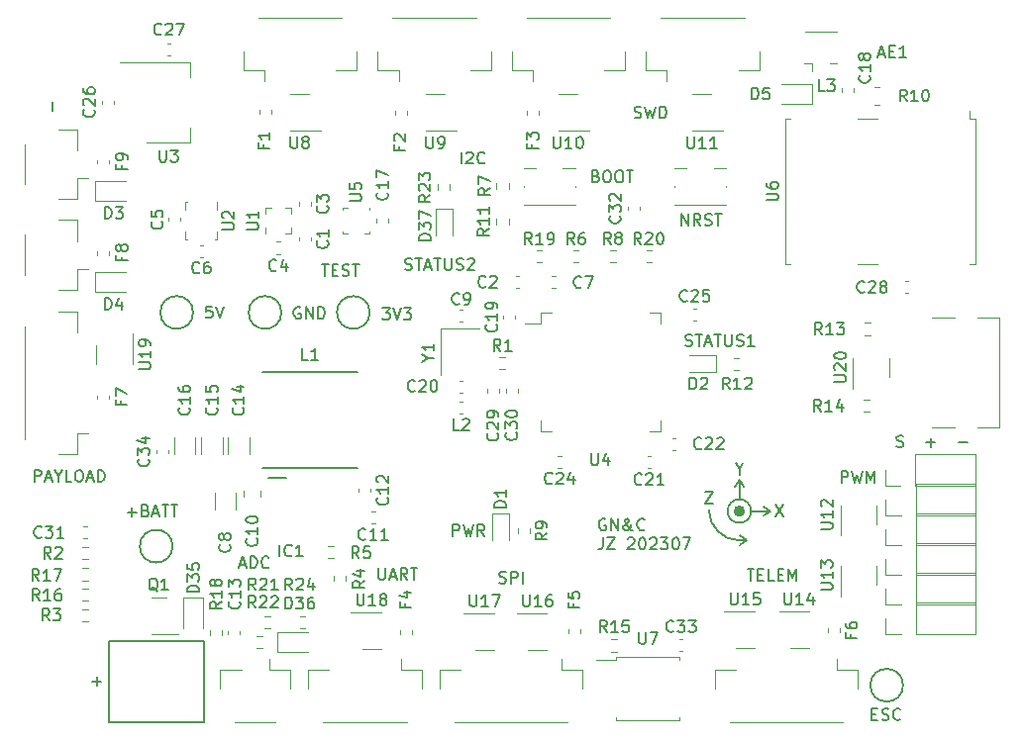
<source format=gbr>
%TF.GenerationSoftware,KiCad,Pcbnew,7.0.1*%
%TF.CreationDate,2023-07-10T14:28:26-04:00*%
%TF.ProjectId,FlightComputer,466c6967-6874-4436-9f6d-70757465722e,rev?*%
%TF.SameCoordinates,Original*%
%TF.FileFunction,Legend,Top*%
%TF.FilePolarity,Positive*%
%FSLAX46Y46*%
G04 Gerber Fmt 4.6, Leading zero omitted, Abs format (unit mm)*
G04 Created by KiCad (PCBNEW 7.0.1) date 2023-07-10 14:28:26*
%MOMM*%
%LPD*%
G01*
G04 APERTURE LIST*
%ADD10C,0.150000*%
%ADD11C,0.478113*%
%ADD12C,0.120000*%
%ADD13C,0.200000*%
%ADD14C,0.127000*%
G04 APERTURE END LIST*
D10*
X111850000Y-102900000D02*
X111250000Y-103300000D01*
X111850000Y-102900000D02*
X111250000Y-102900000D01*
X108650000Y-100300000D02*
G75*
G03*
X111250000Y-102900000I2600000J0D01*
G01*
X111850000Y-102900000D02*
X111250000Y-102500000D01*
X113900000Y-100400000D02*
X113300000Y-100000000D01*
X111250000Y-97750000D02*
X110850000Y-98350000D01*
X113900000Y-100400000D02*
X113300000Y-100800000D01*
X111250000Y-99398751D02*
X111250000Y-97750000D01*
X112251249Y-100400000D02*
G75*
G03*
X112251249Y-100400000I-1001249J0D01*
G01*
X111250000Y-97750000D02*
X111650000Y-98350000D01*
X112251249Y-100400000D02*
X113900000Y-100400000D01*
D11*
X111489056Y-100400000D02*
G75*
G03*
X111489056Y-100400000I-239056J0D01*
G01*
D10*
X108316667Y-98762619D02*
X108983333Y-98762619D01*
X108983333Y-98762619D02*
X108316667Y-99762619D01*
X108316667Y-99762619D02*
X108983333Y-99762619D01*
X124702381Y-94875000D02*
X124845238Y-94922619D01*
X124845238Y-94922619D02*
X125083333Y-94922619D01*
X125083333Y-94922619D02*
X125178571Y-94875000D01*
X125178571Y-94875000D02*
X125226190Y-94827380D01*
X125226190Y-94827380D02*
X125273809Y-94732142D01*
X125273809Y-94732142D02*
X125273809Y-94636904D01*
X125273809Y-94636904D02*
X125226190Y-94541666D01*
X125226190Y-94541666D02*
X125178571Y-94494047D01*
X125178571Y-94494047D02*
X125083333Y-94446428D01*
X125083333Y-94446428D02*
X124892857Y-94398809D01*
X124892857Y-94398809D02*
X124797619Y-94351190D01*
X124797619Y-94351190D02*
X124750000Y-94303571D01*
X124750000Y-94303571D02*
X124702381Y-94208333D01*
X124702381Y-94208333D02*
X124702381Y-94113095D01*
X124702381Y-94113095D02*
X124750000Y-94017857D01*
X124750000Y-94017857D02*
X124797619Y-93970238D01*
X124797619Y-93970238D02*
X124892857Y-93922619D01*
X124892857Y-93922619D02*
X125130952Y-93922619D01*
X125130952Y-93922619D02*
X125273809Y-93970238D01*
X127226191Y-94541666D02*
X127988096Y-94541666D01*
X127607143Y-94922619D02*
X127607143Y-94160714D01*
X129988096Y-94541666D02*
X130750001Y-94541666D01*
X106307143Y-75962619D02*
X106307143Y-74962619D01*
X106307143Y-74962619D02*
X106878571Y-75962619D01*
X106878571Y-75962619D02*
X106878571Y-74962619D01*
X107926190Y-75962619D02*
X107592857Y-75486428D01*
X107354762Y-75962619D02*
X107354762Y-74962619D01*
X107354762Y-74962619D02*
X107735714Y-74962619D01*
X107735714Y-74962619D02*
X107830952Y-75010238D01*
X107830952Y-75010238D02*
X107878571Y-75057857D01*
X107878571Y-75057857D02*
X107926190Y-75153095D01*
X107926190Y-75153095D02*
X107926190Y-75295952D01*
X107926190Y-75295952D02*
X107878571Y-75391190D01*
X107878571Y-75391190D02*
X107830952Y-75438809D01*
X107830952Y-75438809D02*
X107735714Y-75486428D01*
X107735714Y-75486428D02*
X107354762Y-75486428D01*
X108307143Y-75915000D02*
X108450000Y-75962619D01*
X108450000Y-75962619D02*
X108688095Y-75962619D01*
X108688095Y-75962619D02*
X108783333Y-75915000D01*
X108783333Y-75915000D02*
X108830952Y-75867380D01*
X108830952Y-75867380D02*
X108878571Y-75772142D01*
X108878571Y-75772142D02*
X108878571Y-75676904D01*
X108878571Y-75676904D02*
X108830952Y-75581666D01*
X108830952Y-75581666D02*
X108783333Y-75534047D01*
X108783333Y-75534047D02*
X108688095Y-75486428D01*
X108688095Y-75486428D02*
X108497619Y-75438809D01*
X108497619Y-75438809D02*
X108402381Y-75391190D01*
X108402381Y-75391190D02*
X108354762Y-75343571D01*
X108354762Y-75343571D02*
X108307143Y-75248333D01*
X108307143Y-75248333D02*
X108307143Y-75153095D01*
X108307143Y-75153095D02*
X108354762Y-75057857D01*
X108354762Y-75057857D02*
X108402381Y-75010238D01*
X108402381Y-75010238D02*
X108497619Y-74962619D01*
X108497619Y-74962619D02*
X108735714Y-74962619D01*
X108735714Y-74962619D02*
X108878571Y-75010238D01*
X109164286Y-74962619D02*
X109735714Y-74962619D01*
X109450000Y-75962619D02*
X109450000Y-74962619D01*
X111945238Y-105377619D02*
X112516666Y-105377619D01*
X112230952Y-106377619D02*
X112230952Y-105377619D01*
X112850000Y-105853809D02*
X113183333Y-105853809D01*
X113326190Y-106377619D02*
X112850000Y-106377619D01*
X112850000Y-106377619D02*
X112850000Y-105377619D01*
X112850000Y-105377619D02*
X113326190Y-105377619D01*
X114230952Y-106377619D02*
X113754762Y-106377619D01*
X113754762Y-106377619D02*
X113754762Y-105377619D01*
X114564286Y-105853809D02*
X114897619Y-105853809D01*
X115040476Y-106377619D02*
X114564286Y-106377619D01*
X114564286Y-106377619D02*
X114564286Y-105377619D01*
X114564286Y-105377619D02*
X115040476Y-105377619D01*
X115469048Y-106377619D02*
X115469048Y-105377619D01*
X115469048Y-105377619D02*
X115802381Y-106091904D01*
X115802381Y-106091904D02*
X116135714Y-105377619D01*
X116135714Y-105377619D02*
X116135714Y-106377619D01*
X75545238Y-79277619D02*
X76116666Y-79277619D01*
X75830952Y-80277619D02*
X75830952Y-79277619D01*
X76450000Y-79753809D02*
X76783333Y-79753809D01*
X76926190Y-80277619D02*
X76450000Y-80277619D01*
X76450000Y-80277619D02*
X76450000Y-79277619D01*
X76450000Y-79277619D02*
X76926190Y-79277619D01*
X77307143Y-80230000D02*
X77450000Y-80277619D01*
X77450000Y-80277619D02*
X77688095Y-80277619D01*
X77688095Y-80277619D02*
X77783333Y-80230000D01*
X77783333Y-80230000D02*
X77830952Y-80182380D01*
X77830952Y-80182380D02*
X77878571Y-80087142D01*
X77878571Y-80087142D02*
X77878571Y-79991904D01*
X77878571Y-79991904D02*
X77830952Y-79896666D01*
X77830952Y-79896666D02*
X77783333Y-79849047D01*
X77783333Y-79849047D02*
X77688095Y-79801428D01*
X77688095Y-79801428D02*
X77497619Y-79753809D01*
X77497619Y-79753809D02*
X77402381Y-79706190D01*
X77402381Y-79706190D02*
X77354762Y-79658571D01*
X77354762Y-79658571D02*
X77307143Y-79563333D01*
X77307143Y-79563333D02*
X77307143Y-79468095D01*
X77307143Y-79468095D02*
X77354762Y-79372857D01*
X77354762Y-79372857D02*
X77402381Y-79325238D01*
X77402381Y-79325238D02*
X77497619Y-79277619D01*
X77497619Y-79277619D02*
X77735714Y-79277619D01*
X77735714Y-79277619D02*
X77878571Y-79325238D01*
X78164286Y-79277619D02*
X78735714Y-79277619D01*
X78450000Y-80277619D02*
X78450000Y-79277619D01*
X114316667Y-99862619D02*
X114983333Y-100862619D01*
X114983333Y-99862619D02*
X114316667Y-100862619D01*
X87473810Y-70662619D02*
X87473810Y-69662619D01*
X87902381Y-69757857D02*
X87950000Y-69710238D01*
X87950000Y-69710238D02*
X88045238Y-69662619D01*
X88045238Y-69662619D02*
X88283333Y-69662619D01*
X88283333Y-69662619D02*
X88378571Y-69710238D01*
X88378571Y-69710238D02*
X88426190Y-69757857D01*
X88426190Y-69757857D02*
X88473809Y-69853095D01*
X88473809Y-69853095D02*
X88473809Y-69948333D01*
X88473809Y-69948333D02*
X88426190Y-70091190D01*
X88426190Y-70091190D02*
X87854762Y-70662619D01*
X87854762Y-70662619D02*
X88473809Y-70662619D01*
X89473809Y-70567380D02*
X89426190Y-70615000D01*
X89426190Y-70615000D02*
X89283333Y-70662619D01*
X89283333Y-70662619D02*
X89188095Y-70662619D01*
X89188095Y-70662619D02*
X89045238Y-70615000D01*
X89045238Y-70615000D02*
X88950000Y-70519761D01*
X88950000Y-70519761D02*
X88902381Y-70424523D01*
X88902381Y-70424523D02*
X88854762Y-70234047D01*
X88854762Y-70234047D02*
X88854762Y-70091190D01*
X88854762Y-70091190D02*
X88902381Y-69900714D01*
X88902381Y-69900714D02*
X88950000Y-69805476D01*
X88950000Y-69805476D02*
X89045238Y-69710238D01*
X89045238Y-69710238D02*
X89188095Y-69662619D01*
X89188095Y-69662619D02*
X89283333Y-69662619D01*
X89283333Y-69662619D02*
X89426190Y-69710238D01*
X89426190Y-69710238D02*
X89473809Y-69757857D01*
X80742857Y-83027619D02*
X81361904Y-83027619D01*
X81361904Y-83027619D02*
X81028571Y-83408571D01*
X81028571Y-83408571D02*
X81171428Y-83408571D01*
X81171428Y-83408571D02*
X81266666Y-83456190D01*
X81266666Y-83456190D02*
X81314285Y-83503809D01*
X81314285Y-83503809D02*
X81361904Y-83599047D01*
X81361904Y-83599047D02*
X81361904Y-83837142D01*
X81361904Y-83837142D02*
X81314285Y-83932380D01*
X81314285Y-83932380D02*
X81266666Y-83980000D01*
X81266666Y-83980000D02*
X81171428Y-84027619D01*
X81171428Y-84027619D02*
X80885714Y-84027619D01*
X80885714Y-84027619D02*
X80790476Y-83980000D01*
X80790476Y-83980000D02*
X80742857Y-83932380D01*
X81647619Y-83027619D02*
X81980952Y-84027619D01*
X81980952Y-84027619D02*
X82314285Y-83027619D01*
X82552381Y-83027619D02*
X83171428Y-83027619D01*
X83171428Y-83027619D02*
X82838095Y-83408571D01*
X82838095Y-83408571D02*
X82980952Y-83408571D01*
X82980952Y-83408571D02*
X83076190Y-83456190D01*
X83076190Y-83456190D02*
X83123809Y-83503809D01*
X83123809Y-83503809D02*
X83171428Y-83599047D01*
X83171428Y-83599047D02*
X83171428Y-83837142D01*
X83171428Y-83837142D02*
X83123809Y-83932380D01*
X83123809Y-83932380D02*
X83076190Y-83980000D01*
X83076190Y-83980000D02*
X82980952Y-84027619D01*
X82980952Y-84027619D02*
X82695238Y-84027619D01*
X82695238Y-84027619D02*
X82600000Y-83980000D01*
X82600000Y-83980000D02*
X82552381Y-83932380D01*
X106640476Y-86230000D02*
X106783333Y-86277619D01*
X106783333Y-86277619D02*
X107021428Y-86277619D01*
X107021428Y-86277619D02*
X107116666Y-86230000D01*
X107116666Y-86230000D02*
X107164285Y-86182380D01*
X107164285Y-86182380D02*
X107211904Y-86087142D01*
X107211904Y-86087142D02*
X107211904Y-85991904D01*
X107211904Y-85991904D02*
X107164285Y-85896666D01*
X107164285Y-85896666D02*
X107116666Y-85849047D01*
X107116666Y-85849047D02*
X107021428Y-85801428D01*
X107021428Y-85801428D02*
X106830952Y-85753809D01*
X106830952Y-85753809D02*
X106735714Y-85706190D01*
X106735714Y-85706190D02*
X106688095Y-85658571D01*
X106688095Y-85658571D02*
X106640476Y-85563333D01*
X106640476Y-85563333D02*
X106640476Y-85468095D01*
X106640476Y-85468095D02*
X106688095Y-85372857D01*
X106688095Y-85372857D02*
X106735714Y-85325238D01*
X106735714Y-85325238D02*
X106830952Y-85277619D01*
X106830952Y-85277619D02*
X107069047Y-85277619D01*
X107069047Y-85277619D02*
X107211904Y-85325238D01*
X107497619Y-85277619D02*
X108069047Y-85277619D01*
X107783333Y-86277619D02*
X107783333Y-85277619D01*
X108354762Y-85991904D02*
X108830952Y-85991904D01*
X108259524Y-86277619D02*
X108592857Y-85277619D01*
X108592857Y-85277619D02*
X108926190Y-86277619D01*
X109116667Y-85277619D02*
X109688095Y-85277619D01*
X109402381Y-86277619D02*
X109402381Y-85277619D01*
X110021429Y-85277619D02*
X110021429Y-86087142D01*
X110021429Y-86087142D02*
X110069048Y-86182380D01*
X110069048Y-86182380D02*
X110116667Y-86230000D01*
X110116667Y-86230000D02*
X110211905Y-86277619D01*
X110211905Y-86277619D02*
X110402381Y-86277619D01*
X110402381Y-86277619D02*
X110497619Y-86230000D01*
X110497619Y-86230000D02*
X110545238Y-86182380D01*
X110545238Y-86182380D02*
X110592857Y-86087142D01*
X110592857Y-86087142D02*
X110592857Y-85277619D01*
X111021429Y-86230000D02*
X111164286Y-86277619D01*
X111164286Y-86277619D02*
X111402381Y-86277619D01*
X111402381Y-86277619D02*
X111497619Y-86230000D01*
X111497619Y-86230000D02*
X111545238Y-86182380D01*
X111545238Y-86182380D02*
X111592857Y-86087142D01*
X111592857Y-86087142D02*
X111592857Y-85991904D01*
X111592857Y-85991904D02*
X111545238Y-85896666D01*
X111545238Y-85896666D02*
X111497619Y-85849047D01*
X111497619Y-85849047D02*
X111402381Y-85801428D01*
X111402381Y-85801428D02*
X111211905Y-85753809D01*
X111211905Y-85753809D02*
X111116667Y-85706190D01*
X111116667Y-85706190D02*
X111069048Y-85658571D01*
X111069048Y-85658571D02*
X111021429Y-85563333D01*
X111021429Y-85563333D02*
X111021429Y-85468095D01*
X111021429Y-85468095D02*
X111069048Y-85372857D01*
X111069048Y-85372857D02*
X111116667Y-85325238D01*
X111116667Y-85325238D02*
X111211905Y-85277619D01*
X111211905Y-85277619D02*
X111450000Y-85277619D01*
X111450000Y-85277619D02*
X111592857Y-85325238D01*
X112545238Y-86277619D02*
X111973810Y-86277619D01*
X112259524Y-86277619D02*
X112259524Y-85277619D01*
X112259524Y-85277619D02*
X112164286Y-85420476D01*
X112164286Y-85420476D02*
X112069048Y-85515714D01*
X112069048Y-85515714D02*
X111973810Y-85563333D01*
X122588095Y-117753809D02*
X122921428Y-117753809D01*
X123064285Y-118277619D02*
X122588095Y-118277619D01*
X122588095Y-118277619D02*
X122588095Y-117277619D01*
X122588095Y-117277619D02*
X123064285Y-117277619D01*
X123445238Y-118230000D02*
X123588095Y-118277619D01*
X123588095Y-118277619D02*
X123826190Y-118277619D01*
X123826190Y-118277619D02*
X123921428Y-118230000D01*
X123921428Y-118230000D02*
X123969047Y-118182380D01*
X123969047Y-118182380D02*
X124016666Y-118087142D01*
X124016666Y-118087142D02*
X124016666Y-117991904D01*
X124016666Y-117991904D02*
X123969047Y-117896666D01*
X123969047Y-117896666D02*
X123921428Y-117849047D01*
X123921428Y-117849047D02*
X123826190Y-117801428D01*
X123826190Y-117801428D02*
X123635714Y-117753809D01*
X123635714Y-117753809D02*
X123540476Y-117706190D01*
X123540476Y-117706190D02*
X123492857Y-117658571D01*
X123492857Y-117658571D02*
X123445238Y-117563333D01*
X123445238Y-117563333D02*
X123445238Y-117468095D01*
X123445238Y-117468095D02*
X123492857Y-117372857D01*
X123492857Y-117372857D02*
X123540476Y-117325238D01*
X123540476Y-117325238D02*
X123635714Y-117277619D01*
X123635714Y-117277619D02*
X123873809Y-117277619D01*
X123873809Y-117277619D02*
X124016666Y-117325238D01*
X125016666Y-118182380D02*
X124969047Y-118230000D01*
X124969047Y-118230000D02*
X124826190Y-118277619D01*
X124826190Y-118277619D02*
X124730952Y-118277619D01*
X124730952Y-118277619D02*
X124588095Y-118230000D01*
X124588095Y-118230000D02*
X124492857Y-118134761D01*
X124492857Y-118134761D02*
X124445238Y-118039523D01*
X124445238Y-118039523D02*
X124397619Y-117849047D01*
X124397619Y-117849047D02*
X124397619Y-117706190D01*
X124397619Y-117706190D02*
X124445238Y-117515714D01*
X124445238Y-117515714D02*
X124492857Y-117420476D01*
X124492857Y-117420476D02*
X124588095Y-117325238D01*
X124588095Y-117325238D02*
X124730952Y-117277619D01*
X124730952Y-117277619D02*
X124826190Y-117277619D01*
X124826190Y-117277619D02*
X124969047Y-117325238D01*
X124969047Y-117325238D02*
X125016666Y-117372857D01*
X98992857Y-71738809D02*
X99135714Y-71786428D01*
X99135714Y-71786428D02*
X99183333Y-71834047D01*
X99183333Y-71834047D02*
X99230952Y-71929285D01*
X99230952Y-71929285D02*
X99230952Y-72072142D01*
X99230952Y-72072142D02*
X99183333Y-72167380D01*
X99183333Y-72167380D02*
X99135714Y-72215000D01*
X99135714Y-72215000D02*
X99040476Y-72262619D01*
X99040476Y-72262619D02*
X98659524Y-72262619D01*
X98659524Y-72262619D02*
X98659524Y-71262619D01*
X98659524Y-71262619D02*
X98992857Y-71262619D01*
X98992857Y-71262619D02*
X99088095Y-71310238D01*
X99088095Y-71310238D02*
X99135714Y-71357857D01*
X99135714Y-71357857D02*
X99183333Y-71453095D01*
X99183333Y-71453095D02*
X99183333Y-71548333D01*
X99183333Y-71548333D02*
X99135714Y-71643571D01*
X99135714Y-71643571D02*
X99088095Y-71691190D01*
X99088095Y-71691190D02*
X98992857Y-71738809D01*
X98992857Y-71738809D02*
X98659524Y-71738809D01*
X99850000Y-71262619D02*
X100040476Y-71262619D01*
X100040476Y-71262619D02*
X100135714Y-71310238D01*
X100135714Y-71310238D02*
X100230952Y-71405476D01*
X100230952Y-71405476D02*
X100278571Y-71595952D01*
X100278571Y-71595952D02*
X100278571Y-71929285D01*
X100278571Y-71929285D02*
X100230952Y-72119761D01*
X100230952Y-72119761D02*
X100135714Y-72215000D01*
X100135714Y-72215000D02*
X100040476Y-72262619D01*
X100040476Y-72262619D02*
X99850000Y-72262619D01*
X99850000Y-72262619D02*
X99754762Y-72215000D01*
X99754762Y-72215000D02*
X99659524Y-72119761D01*
X99659524Y-72119761D02*
X99611905Y-71929285D01*
X99611905Y-71929285D02*
X99611905Y-71595952D01*
X99611905Y-71595952D02*
X99659524Y-71405476D01*
X99659524Y-71405476D02*
X99754762Y-71310238D01*
X99754762Y-71310238D02*
X99850000Y-71262619D01*
X100897619Y-71262619D02*
X101088095Y-71262619D01*
X101088095Y-71262619D02*
X101183333Y-71310238D01*
X101183333Y-71310238D02*
X101278571Y-71405476D01*
X101278571Y-71405476D02*
X101326190Y-71595952D01*
X101326190Y-71595952D02*
X101326190Y-71929285D01*
X101326190Y-71929285D02*
X101278571Y-72119761D01*
X101278571Y-72119761D02*
X101183333Y-72215000D01*
X101183333Y-72215000D02*
X101088095Y-72262619D01*
X101088095Y-72262619D02*
X100897619Y-72262619D01*
X100897619Y-72262619D02*
X100802381Y-72215000D01*
X100802381Y-72215000D02*
X100707143Y-72119761D01*
X100707143Y-72119761D02*
X100659524Y-71929285D01*
X100659524Y-71929285D02*
X100659524Y-71595952D01*
X100659524Y-71595952D02*
X100707143Y-71405476D01*
X100707143Y-71405476D02*
X100802381Y-71310238D01*
X100802381Y-71310238D02*
X100897619Y-71262619D01*
X101611905Y-71262619D02*
X102183333Y-71262619D01*
X101897619Y-72262619D02*
X101897619Y-71262619D01*
X68540476Y-104991904D02*
X69016666Y-104991904D01*
X68445238Y-105277619D02*
X68778571Y-104277619D01*
X68778571Y-104277619D02*
X69111904Y-105277619D01*
X69445238Y-105277619D02*
X69445238Y-104277619D01*
X69445238Y-104277619D02*
X69683333Y-104277619D01*
X69683333Y-104277619D02*
X69826190Y-104325238D01*
X69826190Y-104325238D02*
X69921428Y-104420476D01*
X69921428Y-104420476D02*
X69969047Y-104515714D01*
X69969047Y-104515714D02*
X70016666Y-104706190D01*
X70016666Y-104706190D02*
X70016666Y-104849047D01*
X70016666Y-104849047D02*
X69969047Y-105039523D01*
X69969047Y-105039523D02*
X69921428Y-105134761D01*
X69921428Y-105134761D02*
X69826190Y-105230000D01*
X69826190Y-105230000D02*
X69683333Y-105277619D01*
X69683333Y-105277619D02*
X69445238Y-105277619D01*
X71016666Y-105182380D02*
X70969047Y-105230000D01*
X70969047Y-105230000D02*
X70826190Y-105277619D01*
X70826190Y-105277619D02*
X70730952Y-105277619D01*
X70730952Y-105277619D02*
X70588095Y-105230000D01*
X70588095Y-105230000D02*
X70492857Y-105134761D01*
X70492857Y-105134761D02*
X70445238Y-105039523D01*
X70445238Y-105039523D02*
X70397619Y-104849047D01*
X70397619Y-104849047D02*
X70397619Y-104706190D01*
X70397619Y-104706190D02*
X70445238Y-104515714D01*
X70445238Y-104515714D02*
X70492857Y-104420476D01*
X70492857Y-104420476D02*
X70588095Y-104325238D01*
X70588095Y-104325238D02*
X70730952Y-104277619D01*
X70730952Y-104277619D02*
X70826190Y-104277619D01*
X70826190Y-104277619D02*
X70969047Y-104325238D01*
X70969047Y-104325238D02*
X71016666Y-104372857D01*
X99811904Y-101100238D02*
X99716666Y-101052619D01*
X99716666Y-101052619D02*
X99573809Y-101052619D01*
X99573809Y-101052619D02*
X99430952Y-101100238D01*
X99430952Y-101100238D02*
X99335714Y-101195476D01*
X99335714Y-101195476D02*
X99288095Y-101290714D01*
X99288095Y-101290714D02*
X99240476Y-101481190D01*
X99240476Y-101481190D02*
X99240476Y-101624047D01*
X99240476Y-101624047D02*
X99288095Y-101814523D01*
X99288095Y-101814523D02*
X99335714Y-101909761D01*
X99335714Y-101909761D02*
X99430952Y-102005000D01*
X99430952Y-102005000D02*
X99573809Y-102052619D01*
X99573809Y-102052619D02*
X99669047Y-102052619D01*
X99669047Y-102052619D02*
X99811904Y-102005000D01*
X99811904Y-102005000D02*
X99859523Y-101957380D01*
X99859523Y-101957380D02*
X99859523Y-101624047D01*
X99859523Y-101624047D02*
X99669047Y-101624047D01*
X100288095Y-102052619D02*
X100288095Y-101052619D01*
X100288095Y-101052619D02*
X100859523Y-102052619D01*
X100859523Y-102052619D02*
X100859523Y-101052619D01*
X102145238Y-102052619D02*
X102097619Y-102052619D01*
X102097619Y-102052619D02*
X102002380Y-102005000D01*
X102002380Y-102005000D02*
X101859523Y-101862142D01*
X101859523Y-101862142D02*
X101621428Y-101576428D01*
X101621428Y-101576428D02*
X101526190Y-101433571D01*
X101526190Y-101433571D02*
X101478571Y-101290714D01*
X101478571Y-101290714D02*
X101478571Y-101195476D01*
X101478571Y-101195476D02*
X101526190Y-101100238D01*
X101526190Y-101100238D02*
X101621428Y-101052619D01*
X101621428Y-101052619D02*
X101669047Y-101052619D01*
X101669047Y-101052619D02*
X101764285Y-101100238D01*
X101764285Y-101100238D02*
X101811904Y-101195476D01*
X101811904Y-101195476D02*
X101811904Y-101243095D01*
X101811904Y-101243095D02*
X101764285Y-101338333D01*
X101764285Y-101338333D02*
X101716666Y-101385952D01*
X101716666Y-101385952D02*
X101430952Y-101576428D01*
X101430952Y-101576428D02*
X101383333Y-101624047D01*
X101383333Y-101624047D02*
X101335714Y-101719285D01*
X101335714Y-101719285D02*
X101335714Y-101862142D01*
X101335714Y-101862142D02*
X101383333Y-101957380D01*
X101383333Y-101957380D02*
X101430952Y-102005000D01*
X101430952Y-102005000D02*
X101526190Y-102052619D01*
X101526190Y-102052619D02*
X101669047Y-102052619D01*
X101669047Y-102052619D02*
X101764285Y-102005000D01*
X101764285Y-102005000D02*
X101811904Y-101957380D01*
X101811904Y-101957380D02*
X101954761Y-101766904D01*
X101954761Y-101766904D02*
X102002380Y-101624047D01*
X102002380Y-101624047D02*
X102002380Y-101528809D01*
X103145237Y-101957380D02*
X103097618Y-102005000D01*
X103097618Y-102005000D02*
X102954761Y-102052619D01*
X102954761Y-102052619D02*
X102859523Y-102052619D01*
X102859523Y-102052619D02*
X102716666Y-102005000D01*
X102716666Y-102005000D02*
X102621428Y-101909761D01*
X102621428Y-101909761D02*
X102573809Y-101814523D01*
X102573809Y-101814523D02*
X102526190Y-101624047D01*
X102526190Y-101624047D02*
X102526190Y-101481190D01*
X102526190Y-101481190D02*
X102573809Y-101290714D01*
X102573809Y-101290714D02*
X102621428Y-101195476D01*
X102621428Y-101195476D02*
X102716666Y-101100238D01*
X102716666Y-101100238D02*
X102859523Y-101052619D01*
X102859523Y-101052619D02*
X102954761Y-101052619D01*
X102954761Y-101052619D02*
X103097618Y-101100238D01*
X103097618Y-101100238D02*
X103145237Y-101147857D01*
X99573809Y-102672619D02*
X99573809Y-103386904D01*
X99573809Y-103386904D02*
X99526190Y-103529761D01*
X99526190Y-103529761D02*
X99430952Y-103625000D01*
X99430952Y-103625000D02*
X99288095Y-103672619D01*
X99288095Y-103672619D02*
X99192857Y-103672619D01*
X99954762Y-102672619D02*
X100621428Y-102672619D01*
X100621428Y-102672619D02*
X99954762Y-103672619D01*
X99954762Y-103672619D02*
X100621428Y-103672619D01*
X101716667Y-102767857D02*
X101764286Y-102720238D01*
X101764286Y-102720238D02*
X101859524Y-102672619D01*
X101859524Y-102672619D02*
X102097619Y-102672619D01*
X102097619Y-102672619D02*
X102192857Y-102720238D01*
X102192857Y-102720238D02*
X102240476Y-102767857D01*
X102240476Y-102767857D02*
X102288095Y-102863095D01*
X102288095Y-102863095D02*
X102288095Y-102958333D01*
X102288095Y-102958333D02*
X102240476Y-103101190D01*
X102240476Y-103101190D02*
X101669048Y-103672619D01*
X101669048Y-103672619D02*
X102288095Y-103672619D01*
X102907143Y-102672619D02*
X103002381Y-102672619D01*
X103002381Y-102672619D02*
X103097619Y-102720238D01*
X103097619Y-102720238D02*
X103145238Y-102767857D01*
X103145238Y-102767857D02*
X103192857Y-102863095D01*
X103192857Y-102863095D02*
X103240476Y-103053571D01*
X103240476Y-103053571D02*
X103240476Y-103291666D01*
X103240476Y-103291666D02*
X103192857Y-103482142D01*
X103192857Y-103482142D02*
X103145238Y-103577380D01*
X103145238Y-103577380D02*
X103097619Y-103625000D01*
X103097619Y-103625000D02*
X103002381Y-103672619D01*
X103002381Y-103672619D02*
X102907143Y-103672619D01*
X102907143Y-103672619D02*
X102811905Y-103625000D01*
X102811905Y-103625000D02*
X102764286Y-103577380D01*
X102764286Y-103577380D02*
X102716667Y-103482142D01*
X102716667Y-103482142D02*
X102669048Y-103291666D01*
X102669048Y-103291666D02*
X102669048Y-103053571D01*
X102669048Y-103053571D02*
X102716667Y-102863095D01*
X102716667Y-102863095D02*
X102764286Y-102767857D01*
X102764286Y-102767857D02*
X102811905Y-102720238D01*
X102811905Y-102720238D02*
X102907143Y-102672619D01*
X103621429Y-102767857D02*
X103669048Y-102720238D01*
X103669048Y-102720238D02*
X103764286Y-102672619D01*
X103764286Y-102672619D02*
X104002381Y-102672619D01*
X104002381Y-102672619D02*
X104097619Y-102720238D01*
X104097619Y-102720238D02*
X104145238Y-102767857D01*
X104145238Y-102767857D02*
X104192857Y-102863095D01*
X104192857Y-102863095D02*
X104192857Y-102958333D01*
X104192857Y-102958333D02*
X104145238Y-103101190D01*
X104145238Y-103101190D02*
X103573810Y-103672619D01*
X103573810Y-103672619D02*
X104192857Y-103672619D01*
X104526191Y-102672619D02*
X105145238Y-102672619D01*
X105145238Y-102672619D02*
X104811905Y-103053571D01*
X104811905Y-103053571D02*
X104954762Y-103053571D01*
X104954762Y-103053571D02*
X105050000Y-103101190D01*
X105050000Y-103101190D02*
X105097619Y-103148809D01*
X105097619Y-103148809D02*
X105145238Y-103244047D01*
X105145238Y-103244047D02*
X105145238Y-103482142D01*
X105145238Y-103482142D02*
X105097619Y-103577380D01*
X105097619Y-103577380D02*
X105050000Y-103625000D01*
X105050000Y-103625000D02*
X104954762Y-103672619D01*
X104954762Y-103672619D02*
X104669048Y-103672619D01*
X104669048Y-103672619D02*
X104573810Y-103625000D01*
X104573810Y-103625000D02*
X104526191Y-103577380D01*
X105764286Y-102672619D02*
X105859524Y-102672619D01*
X105859524Y-102672619D02*
X105954762Y-102720238D01*
X105954762Y-102720238D02*
X106002381Y-102767857D01*
X106002381Y-102767857D02*
X106050000Y-102863095D01*
X106050000Y-102863095D02*
X106097619Y-103053571D01*
X106097619Y-103053571D02*
X106097619Y-103291666D01*
X106097619Y-103291666D02*
X106050000Y-103482142D01*
X106050000Y-103482142D02*
X106002381Y-103577380D01*
X106002381Y-103577380D02*
X105954762Y-103625000D01*
X105954762Y-103625000D02*
X105859524Y-103672619D01*
X105859524Y-103672619D02*
X105764286Y-103672619D01*
X105764286Y-103672619D02*
X105669048Y-103625000D01*
X105669048Y-103625000D02*
X105621429Y-103577380D01*
X105621429Y-103577380D02*
X105573810Y-103482142D01*
X105573810Y-103482142D02*
X105526191Y-103291666D01*
X105526191Y-103291666D02*
X105526191Y-103053571D01*
X105526191Y-103053571D02*
X105573810Y-102863095D01*
X105573810Y-102863095D02*
X105621429Y-102767857D01*
X105621429Y-102767857D02*
X105669048Y-102720238D01*
X105669048Y-102720238D02*
X105764286Y-102672619D01*
X106430953Y-102672619D02*
X107097619Y-102672619D01*
X107097619Y-102672619D02*
X106669048Y-103672619D01*
X82690476Y-79730000D02*
X82833333Y-79777619D01*
X82833333Y-79777619D02*
X83071428Y-79777619D01*
X83071428Y-79777619D02*
X83166666Y-79730000D01*
X83166666Y-79730000D02*
X83214285Y-79682380D01*
X83214285Y-79682380D02*
X83261904Y-79587142D01*
X83261904Y-79587142D02*
X83261904Y-79491904D01*
X83261904Y-79491904D02*
X83214285Y-79396666D01*
X83214285Y-79396666D02*
X83166666Y-79349047D01*
X83166666Y-79349047D02*
X83071428Y-79301428D01*
X83071428Y-79301428D02*
X82880952Y-79253809D01*
X82880952Y-79253809D02*
X82785714Y-79206190D01*
X82785714Y-79206190D02*
X82738095Y-79158571D01*
X82738095Y-79158571D02*
X82690476Y-79063333D01*
X82690476Y-79063333D02*
X82690476Y-78968095D01*
X82690476Y-78968095D02*
X82738095Y-78872857D01*
X82738095Y-78872857D02*
X82785714Y-78825238D01*
X82785714Y-78825238D02*
X82880952Y-78777619D01*
X82880952Y-78777619D02*
X83119047Y-78777619D01*
X83119047Y-78777619D02*
X83261904Y-78825238D01*
X83547619Y-78777619D02*
X84119047Y-78777619D01*
X83833333Y-79777619D02*
X83833333Y-78777619D01*
X84404762Y-79491904D02*
X84880952Y-79491904D01*
X84309524Y-79777619D02*
X84642857Y-78777619D01*
X84642857Y-78777619D02*
X84976190Y-79777619D01*
X85166667Y-78777619D02*
X85738095Y-78777619D01*
X85452381Y-79777619D02*
X85452381Y-78777619D01*
X86071429Y-78777619D02*
X86071429Y-79587142D01*
X86071429Y-79587142D02*
X86119048Y-79682380D01*
X86119048Y-79682380D02*
X86166667Y-79730000D01*
X86166667Y-79730000D02*
X86261905Y-79777619D01*
X86261905Y-79777619D02*
X86452381Y-79777619D01*
X86452381Y-79777619D02*
X86547619Y-79730000D01*
X86547619Y-79730000D02*
X86595238Y-79682380D01*
X86595238Y-79682380D02*
X86642857Y-79587142D01*
X86642857Y-79587142D02*
X86642857Y-78777619D01*
X87071429Y-79730000D02*
X87214286Y-79777619D01*
X87214286Y-79777619D02*
X87452381Y-79777619D01*
X87452381Y-79777619D02*
X87547619Y-79730000D01*
X87547619Y-79730000D02*
X87595238Y-79682380D01*
X87595238Y-79682380D02*
X87642857Y-79587142D01*
X87642857Y-79587142D02*
X87642857Y-79491904D01*
X87642857Y-79491904D02*
X87595238Y-79396666D01*
X87595238Y-79396666D02*
X87547619Y-79349047D01*
X87547619Y-79349047D02*
X87452381Y-79301428D01*
X87452381Y-79301428D02*
X87261905Y-79253809D01*
X87261905Y-79253809D02*
X87166667Y-79206190D01*
X87166667Y-79206190D02*
X87119048Y-79158571D01*
X87119048Y-79158571D02*
X87071429Y-79063333D01*
X87071429Y-79063333D02*
X87071429Y-78968095D01*
X87071429Y-78968095D02*
X87119048Y-78872857D01*
X87119048Y-78872857D02*
X87166667Y-78825238D01*
X87166667Y-78825238D02*
X87261905Y-78777619D01*
X87261905Y-78777619D02*
X87500000Y-78777619D01*
X87500000Y-78777619D02*
X87642857Y-78825238D01*
X88023810Y-78872857D02*
X88071429Y-78825238D01*
X88071429Y-78825238D02*
X88166667Y-78777619D01*
X88166667Y-78777619D02*
X88404762Y-78777619D01*
X88404762Y-78777619D02*
X88500000Y-78825238D01*
X88500000Y-78825238D02*
X88547619Y-78872857D01*
X88547619Y-78872857D02*
X88595238Y-78968095D01*
X88595238Y-78968095D02*
X88595238Y-79063333D01*
X88595238Y-79063333D02*
X88547619Y-79206190D01*
X88547619Y-79206190D02*
X87976191Y-79777619D01*
X87976191Y-79777619D02*
X88595238Y-79777619D01*
X90740476Y-106530000D02*
X90883333Y-106577619D01*
X90883333Y-106577619D02*
X91121428Y-106577619D01*
X91121428Y-106577619D02*
X91216666Y-106530000D01*
X91216666Y-106530000D02*
X91264285Y-106482380D01*
X91264285Y-106482380D02*
X91311904Y-106387142D01*
X91311904Y-106387142D02*
X91311904Y-106291904D01*
X91311904Y-106291904D02*
X91264285Y-106196666D01*
X91264285Y-106196666D02*
X91216666Y-106149047D01*
X91216666Y-106149047D02*
X91121428Y-106101428D01*
X91121428Y-106101428D02*
X90930952Y-106053809D01*
X90930952Y-106053809D02*
X90835714Y-106006190D01*
X90835714Y-106006190D02*
X90788095Y-105958571D01*
X90788095Y-105958571D02*
X90740476Y-105863333D01*
X90740476Y-105863333D02*
X90740476Y-105768095D01*
X90740476Y-105768095D02*
X90788095Y-105672857D01*
X90788095Y-105672857D02*
X90835714Y-105625238D01*
X90835714Y-105625238D02*
X90930952Y-105577619D01*
X90930952Y-105577619D02*
X91169047Y-105577619D01*
X91169047Y-105577619D02*
X91311904Y-105625238D01*
X91740476Y-106577619D02*
X91740476Y-105577619D01*
X91740476Y-105577619D02*
X92121428Y-105577619D01*
X92121428Y-105577619D02*
X92216666Y-105625238D01*
X92216666Y-105625238D02*
X92264285Y-105672857D01*
X92264285Y-105672857D02*
X92311904Y-105768095D01*
X92311904Y-105768095D02*
X92311904Y-105910952D01*
X92311904Y-105910952D02*
X92264285Y-106006190D01*
X92264285Y-106006190D02*
X92216666Y-106053809D01*
X92216666Y-106053809D02*
X92121428Y-106101428D01*
X92121428Y-106101428D02*
X91740476Y-106101428D01*
X92740476Y-106577619D02*
X92740476Y-105577619D01*
X111250000Y-96786428D02*
X111250000Y-97262619D01*
X110916667Y-96262619D02*
X111250000Y-96786428D01*
X111250000Y-96786428D02*
X111583333Y-96262619D01*
X102292857Y-66715000D02*
X102435714Y-66762619D01*
X102435714Y-66762619D02*
X102673809Y-66762619D01*
X102673809Y-66762619D02*
X102769047Y-66715000D01*
X102769047Y-66715000D02*
X102816666Y-66667380D01*
X102816666Y-66667380D02*
X102864285Y-66572142D01*
X102864285Y-66572142D02*
X102864285Y-66476904D01*
X102864285Y-66476904D02*
X102816666Y-66381666D01*
X102816666Y-66381666D02*
X102769047Y-66334047D01*
X102769047Y-66334047D02*
X102673809Y-66286428D01*
X102673809Y-66286428D02*
X102483333Y-66238809D01*
X102483333Y-66238809D02*
X102388095Y-66191190D01*
X102388095Y-66191190D02*
X102340476Y-66143571D01*
X102340476Y-66143571D02*
X102292857Y-66048333D01*
X102292857Y-66048333D02*
X102292857Y-65953095D01*
X102292857Y-65953095D02*
X102340476Y-65857857D01*
X102340476Y-65857857D02*
X102388095Y-65810238D01*
X102388095Y-65810238D02*
X102483333Y-65762619D01*
X102483333Y-65762619D02*
X102721428Y-65762619D01*
X102721428Y-65762619D02*
X102864285Y-65810238D01*
X103197619Y-65762619D02*
X103435714Y-66762619D01*
X103435714Y-66762619D02*
X103626190Y-66048333D01*
X103626190Y-66048333D02*
X103816666Y-66762619D01*
X103816666Y-66762619D02*
X104054762Y-65762619D01*
X104435714Y-66762619D02*
X104435714Y-65762619D01*
X104435714Y-65762619D02*
X104673809Y-65762619D01*
X104673809Y-65762619D02*
X104816666Y-65810238D01*
X104816666Y-65810238D02*
X104911904Y-65905476D01*
X104911904Y-65905476D02*
X104959523Y-66000714D01*
X104959523Y-66000714D02*
X105007142Y-66191190D01*
X105007142Y-66191190D02*
X105007142Y-66334047D01*
X105007142Y-66334047D02*
X104959523Y-66524523D01*
X104959523Y-66524523D02*
X104911904Y-66619761D01*
X104911904Y-66619761D02*
X104816666Y-66715000D01*
X104816666Y-66715000D02*
X104673809Y-66762619D01*
X104673809Y-66762619D02*
X104435714Y-66762619D01*
X86738095Y-102552619D02*
X86738095Y-101552619D01*
X86738095Y-101552619D02*
X87119047Y-101552619D01*
X87119047Y-101552619D02*
X87214285Y-101600238D01*
X87214285Y-101600238D02*
X87261904Y-101647857D01*
X87261904Y-101647857D02*
X87309523Y-101743095D01*
X87309523Y-101743095D02*
X87309523Y-101885952D01*
X87309523Y-101885952D02*
X87261904Y-101981190D01*
X87261904Y-101981190D02*
X87214285Y-102028809D01*
X87214285Y-102028809D02*
X87119047Y-102076428D01*
X87119047Y-102076428D02*
X86738095Y-102076428D01*
X87642857Y-101552619D02*
X87880952Y-102552619D01*
X87880952Y-102552619D02*
X88071428Y-101838333D01*
X88071428Y-101838333D02*
X88261904Y-102552619D01*
X88261904Y-102552619D02*
X88500000Y-101552619D01*
X89452380Y-102552619D02*
X89119047Y-102076428D01*
X88880952Y-102552619D02*
X88880952Y-101552619D01*
X88880952Y-101552619D02*
X89261904Y-101552619D01*
X89261904Y-101552619D02*
X89357142Y-101600238D01*
X89357142Y-101600238D02*
X89404761Y-101647857D01*
X89404761Y-101647857D02*
X89452380Y-101743095D01*
X89452380Y-101743095D02*
X89452380Y-101885952D01*
X89452380Y-101885952D02*
X89404761Y-101981190D01*
X89404761Y-101981190D02*
X89357142Y-102028809D01*
X89357142Y-102028809D02*
X89261904Y-102076428D01*
X89261904Y-102076428D02*
X88880952Y-102076428D01*
X55919048Y-114981666D02*
X56680953Y-114981666D01*
X56300000Y-115362619D02*
X56300000Y-114600714D01*
X73711904Y-82975238D02*
X73616666Y-82927619D01*
X73616666Y-82927619D02*
X73473809Y-82927619D01*
X73473809Y-82927619D02*
X73330952Y-82975238D01*
X73330952Y-82975238D02*
X73235714Y-83070476D01*
X73235714Y-83070476D02*
X73188095Y-83165714D01*
X73188095Y-83165714D02*
X73140476Y-83356190D01*
X73140476Y-83356190D02*
X73140476Y-83499047D01*
X73140476Y-83499047D02*
X73188095Y-83689523D01*
X73188095Y-83689523D02*
X73235714Y-83784761D01*
X73235714Y-83784761D02*
X73330952Y-83880000D01*
X73330952Y-83880000D02*
X73473809Y-83927619D01*
X73473809Y-83927619D02*
X73569047Y-83927619D01*
X73569047Y-83927619D02*
X73711904Y-83880000D01*
X73711904Y-83880000D02*
X73759523Y-83832380D01*
X73759523Y-83832380D02*
X73759523Y-83499047D01*
X73759523Y-83499047D02*
X73569047Y-83499047D01*
X74188095Y-83927619D02*
X74188095Y-82927619D01*
X74188095Y-82927619D02*
X74759523Y-83927619D01*
X74759523Y-83927619D02*
X74759523Y-82927619D01*
X75235714Y-83927619D02*
X75235714Y-82927619D01*
X75235714Y-82927619D02*
X75473809Y-82927619D01*
X75473809Y-82927619D02*
X75616666Y-82975238D01*
X75616666Y-82975238D02*
X75711904Y-83070476D01*
X75711904Y-83070476D02*
X75759523Y-83165714D01*
X75759523Y-83165714D02*
X75807142Y-83356190D01*
X75807142Y-83356190D02*
X75807142Y-83499047D01*
X75807142Y-83499047D02*
X75759523Y-83689523D01*
X75759523Y-83689523D02*
X75711904Y-83784761D01*
X75711904Y-83784761D02*
X75616666Y-83880000D01*
X75616666Y-83880000D02*
X75473809Y-83927619D01*
X75473809Y-83927619D02*
X75235714Y-83927619D01*
X52531666Y-66180951D02*
X52531666Y-65419047D01*
X66164285Y-82877619D02*
X65688095Y-82877619D01*
X65688095Y-82877619D02*
X65640476Y-83353809D01*
X65640476Y-83353809D02*
X65688095Y-83306190D01*
X65688095Y-83306190D02*
X65783333Y-83258571D01*
X65783333Y-83258571D02*
X66021428Y-83258571D01*
X66021428Y-83258571D02*
X66116666Y-83306190D01*
X66116666Y-83306190D02*
X66164285Y-83353809D01*
X66164285Y-83353809D02*
X66211904Y-83449047D01*
X66211904Y-83449047D02*
X66211904Y-83687142D01*
X66211904Y-83687142D02*
X66164285Y-83782380D01*
X66164285Y-83782380D02*
X66116666Y-83830000D01*
X66116666Y-83830000D02*
X66021428Y-83877619D01*
X66021428Y-83877619D02*
X65783333Y-83877619D01*
X65783333Y-83877619D02*
X65688095Y-83830000D01*
X65688095Y-83830000D02*
X65640476Y-83782380D01*
X66497619Y-82877619D02*
X66830952Y-83877619D01*
X66830952Y-83877619D02*
X67164285Y-82877619D01*
X80388095Y-105277619D02*
X80388095Y-106087142D01*
X80388095Y-106087142D02*
X80435714Y-106182380D01*
X80435714Y-106182380D02*
X80483333Y-106230000D01*
X80483333Y-106230000D02*
X80578571Y-106277619D01*
X80578571Y-106277619D02*
X80769047Y-106277619D01*
X80769047Y-106277619D02*
X80864285Y-106230000D01*
X80864285Y-106230000D02*
X80911904Y-106182380D01*
X80911904Y-106182380D02*
X80959523Y-106087142D01*
X80959523Y-106087142D02*
X80959523Y-105277619D01*
X81388095Y-105991904D02*
X81864285Y-105991904D01*
X81292857Y-106277619D02*
X81626190Y-105277619D01*
X81626190Y-105277619D02*
X81959523Y-106277619D01*
X82864285Y-106277619D02*
X82530952Y-105801428D01*
X82292857Y-106277619D02*
X82292857Y-105277619D01*
X82292857Y-105277619D02*
X82673809Y-105277619D01*
X82673809Y-105277619D02*
X82769047Y-105325238D01*
X82769047Y-105325238D02*
X82816666Y-105372857D01*
X82816666Y-105372857D02*
X82864285Y-105468095D01*
X82864285Y-105468095D02*
X82864285Y-105610952D01*
X82864285Y-105610952D02*
X82816666Y-105706190D01*
X82816666Y-105706190D02*
X82769047Y-105753809D01*
X82769047Y-105753809D02*
X82673809Y-105801428D01*
X82673809Y-105801428D02*
X82292857Y-105801428D01*
X83150000Y-105277619D02*
X83721428Y-105277619D01*
X83435714Y-106277619D02*
X83435714Y-105277619D01*
X119988095Y-97977619D02*
X119988095Y-96977619D01*
X119988095Y-96977619D02*
X120369047Y-96977619D01*
X120369047Y-96977619D02*
X120464285Y-97025238D01*
X120464285Y-97025238D02*
X120511904Y-97072857D01*
X120511904Y-97072857D02*
X120559523Y-97168095D01*
X120559523Y-97168095D02*
X120559523Y-97310952D01*
X120559523Y-97310952D02*
X120511904Y-97406190D01*
X120511904Y-97406190D02*
X120464285Y-97453809D01*
X120464285Y-97453809D02*
X120369047Y-97501428D01*
X120369047Y-97501428D02*
X119988095Y-97501428D01*
X120892857Y-96977619D02*
X121130952Y-97977619D01*
X121130952Y-97977619D02*
X121321428Y-97263333D01*
X121321428Y-97263333D02*
X121511904Y-97977619D01*
X121511904Y-97977619D02*
X121750000Y-96977619D01*
X122130952Y-97977619D02*
X122130952Y-96977619D01*
X122130952Y-96977619D02*
X122464285Y-97691904D01*
X122464285Y-97691904D02*
X122797618Y-96977619D01*
X122797618Y-96977619D02*
X122797618Y-97977619D01*
X58938095Y-100496666D02*
X59700000Y-100496666D01*
X59319047Y-100877619D02*
X59319047Y-100115714D01*
X60509523Y-100353809D02*
X60652380Y-100401428D01*
X60652380Y-100401428D02*
X60699999Y-100449047D01*
X60699999Y-100449047D02*
X60747618Y-100544285D01*
X60747618Y-100544285D02*
X60747618Y-100687142D01*
X60747618Y-100687142D02*
X60699999Y-100782380D01*
X60699999Y-100782380D02*
X60652380Y-100830000D01*
X60652380Y-100830000D02*
X60557142Y-100877619D01*
X60557142Y-100877619D02*
X60176190Y-100877619D01*
X60176190Y-100877619D02*
X60176190Y-99877619D01*
X60176190Y-99877619D02*
X60509523Y-99877619D01*
X60509523Y-99877619D02*
X60604761Y-99925238D01*
X60604761Y-99925238D02*
X60652380Y-99972857D01*
X60652380Y-99972857D02*
X60699999Y-100068095D01*
X60699999Y-100068095D02*
X60699999Y-100163333D01*
X60699999Y-100163333D02*
X60652380Y-100258571D01*
X60652380Y-100258571D02*
X60604761Y-100306190D01*
X60604761Y-100306190D02*
X60509523Y-100353809D01*
X60509523Y-100353809D02*
X60176190Y-100353809D01*
X61128571Y-100591904D02*
X61604761Y-100591904D01*
X61033333Y-100877619D02*
X61366666Y-99877619D01*
X61366666Y-99877619D02*
X61699999Y-100877619D01*
X61890476Y-99877619D02*
X62461904Y-99877619D01*
X62176190Y-100877619D02*
X62176190Y-99877619D01*
X62652381Y-99877619D02*
X63223809Y-99877619D01*
X62938095Y-100877619D02*
X62938095Y-99877619D01*
X50988095Y-97877619D02*
X50988095Y-96877619D01*
X50988095Y-96877619D02*
X51369047Y-96877619D01*
X51369047Y-96877619D02*
X51464285Y-96925238D01*
X51464285Y-96925238D02*
X51511904Y-96972857D01*
X51511904Y-96972857D02*
X51559523Y-97068095D01*
X51559523Y-97068095D02*
X51559523Y-97210952D01*
X51559523Y-97210952D02*
X51511904Y-97306190D01*
X51511904Y-97306190D02*
X51464285Y-97353809D01*
X51464285Y-97353809D02*
X51369047Y-97401428D01*
X51369047Y-97401428D02*
X50988095Y-97401428D01*
X51940476Y-97591904D02*
X52416666Y-97591904D01*
X51845238Y-97877619D02*
X52178571Y-96877619D01*
X52178571Y-96877619D02*
X52511904Y-97877619D01*
X53035714Y-97401428D02*
X53035714Y-97877619D01*
X52702381Y-96877619D02*
X53035714Y-97401428D01*
X53035714Y-97401428D02*
X53369047Y-96877619D01*
X54178571Y-97877619D02*
X53702381Y-97877619D01*
X53702381Y-97877619D02*
X53702381Y-96877619D01*
X54702381Y-96877619D02*
X54892857Y-96877619D01*
X54892857Y-96877619D02*
X54988095Y-96925238D01*
X54988095Y-96925238D02*
X55083333Y-97020476D01*
X55083333Y-97020476D02*
X55130952Y-97210952D01*
X55130952Y-97210952D02*
X55130952Y-97544285D01*
X55130952Y-97544285D02*
X55083333Y-97734761D01*
X55083333Y-97734761D02*
X54988095Y-97830000D01*
X54988095Y-97830000D02*
X54892857Y-97877619D01*
X54892857Y-97877619D02*
X54702381Y-97877619D01*
X54702381Y-97877619D02*
X54607143Y-97830000D01*
X54607143Y-97830000D02*
X54511905Y-97734761D01*
X54511905Y-97734761D02*
X54464286Y-97544285D01*
X54464286Y-97544285D02*
X54464286Y-97210952D01*
X54464286Y-97210952D02*
X54511905Y-97020476D01*
X54511905Y-97020476D02*
X54607143Y-96925238D01*
X54607143Y-96925238D02*
X54702381Y-96877619D01*
X55511905Y-97591904D02*
X55988095Y-97591904D01*
X55416667Y-97877619D02*
X55750000Y-96877619D01*
X55750000Y-96877619D02*
X56083333Y-97877619D01*
X56416667Y-97877619D02*
X56416667Y-96877619D01*
X56416667Y-96877619D02*
X56654762Y-96877619D01*
X56654762Y-96877619D02*
X56797619Y-96925238D01*
X56797619Y-96925238D02*
X56892857Y-97020476D01*
X56892857Y-97020476D02*
X56940476Y-97115714D01*
X56940476Y-97115714D02*
X56988095Y-97306190D01*
X56988095Y-97306190D02*
X56988095Y-97449047D01*
X56988095Y-97449047D02*
X56940476Y-97639523D01*
X56940476Y-97639523D02*
X56892857Y-97734761D01*
X56892857Y-97734761D02*
X56797619Y-97830000D01*
X56797619Y-97830000D02*
X56654762Y-97877619D01*
X56654762Y-97877619D02*
X56416667Y-97877619D01*
%TO.C,F7*%
X58388809Y-90983333D02*
X58388809Y-91316666D01*
X58912619Y-91316666D02*
X57912619Y-91316666D01*
X57912619Y-91316666D02*
X57912619Y-90840476D01*
X57912619Y-90554761D02*
X57912619Y-89888095D01*
X57912619Y-89888095D02*
X58912619Y-90316666D01*
%TO.C,C1*%
X76017380Y-77266666D02*
X76065000Y-77314285D01*
X76065000Y-77314285D02*
X76112619Y-77457142D01*
X76112619Y-77457142D02*
X76112619Y-77552380D01*
X76112619Y-77552380D02*
X76065000Y-77695237D01*
X76065000Y-77695237D02*
X75969761Y-77790475D01*
X75969761Y-77790475D02*
X75874523Y-77838094D01*
X75874523Y-77838094D02*
X75684047Y-77885713D01*
X75684047Y-77885713D02*
X75541190Y-77885713D01*
X75541190Y-77885713D02*
X75350714Y-77838094D01*
X75350714Y-77838094D02*
X75255476Y-77790475D01*
X75255476Y-77790475D02*
X75160238Y-77695237D01*
X75160238Y-77695237D02*
X75112619Y-77552380D01*
X75112619Y-77552380D02*
X75112619Y-77457142D01*
X75112619Y-77457142D02*
X75160238Y-77314285D01*
X75160238Y-77314285D02*
X75207857Y-77266666D01*
X76112619Y-76314285D02*
X76112619Y-76885713D01*
X76112619Y-76599999D02*
X75112619Y-76599999D01*
X75112619Y-76599999D02*
X75255476Y-76695237D01*
X75255476Y-76695237D02*
X75350714Y-76790475D01*
X75350714Y-76790475D02*
X75398333Y-76885713D01*
%TO.C,U11*%
X106811905Y-68362619D02*
X106811905Y-69172142D01*
X106811905Y-69172142D02*
X106859524Y-69267380D01*
X106859524Y-69267380D02*
X106907143Y-69315000D01*
X106907143Y-69315000D02*
X107002381Y-69362619D01*
X107002381Y-69362619D02*
X107192857Y-69362619D01*
X107192857Y-69362619D02*
X107288095Y-69315000D01*
X107288095Y-69315000D02*
X107335714Y-69267380D01*
X107335714Y-69267380D02*
X107383333Y-69172142D01*
X107383333Y-69172142D02*
X107383333Y-68362619D01*
X108383333Y-69362619D02*
X107811905Y-69362619D01*
X108097619Y-69362619D02*
X108097619Y-68362619D01*
X108097619Y-68362619D02*
X108002381Y-68505476D01*
X108002381Y-68505476D02*
X107907143Y-68600714D01*
X107907143Y-68600714D02*
X107811905Y-68648333D01*
X109335714Y-69362619D02*
X108764286Y-69362619D01*
X109050000Y-69362619D02*
X109050000Y-68362619D01*
X109050000Y-68362619D02*
X108954762Y-68505476D01*
X108954762Y-68505476D02*
X108859524Y-68600714D01*
X108859524Y-68600714D02*
X108764286Y-68648333D01*
%TO.C,R19*%
X93507142Y-77562619D02*
X93173809Y-77086428D01*
X92935714Y-77562619D02*
X92935714Y-76562619D01*
X92935714Y-76562619D02*
X93316666Y-76562619D01*
X93316666Y-76562619D02*
X93411904Y-76610238D01*
X93411904Y-76610238D02*
X93459523Y-76657857D01*
X93459523Y-76657857D02*
X93507142Y-76753095D01*
X93507142Y-76753095D02*
X93507142Y-76895952D01*
X93507142Y-76895952D02*
X93459523Y-76991190D01*
X93459523Y-76991190D02*
X93411904Y-77038809D01*
X93411904Y-77038809D02*
X93316666Y-77086428D01*
X93316666Y-77086428D02*
X92935714Y-77086428D01*
X94459523Y-77562619D02*
X93888095Y-77562619D01*
X94173809Y-77562619D02*
X94173809Y-76562619D01*
X94173809Y-76562619D02*
X94078571Y-76705476D01*
X94078571Y-76705476D02*
X93983333Y-76800714D01*
X93983333Y-76800714D02*
X93888095Y-76848333D01*
X94935714Y-77562619D02*
X95126190Y-77562619D01*
X95126190Y-77562619D02*
X95221428Y-77515000D01*
X95221428Y-77515000D02*
X95269047Y-77467380D01*
X95269047Y-77467380D02*
X95364285Y-77324523D01*
X95364285Y-77324523D02*
X95411904Y-77134047D01*
X95411904Y-77134047D02*
X95411904Y-76753095D01*
X95411904Y-76753095D02*
X95364285Y-76657857D01*
X95364285Y-76657857D02*
X95316666Y-76610238D01*
X95316666Y-76610238D02*
X95221428Y-76562619D01*
X95221428Y-76562619D02*
X95030952Y-76562619D01*
X95030952Y-76562619D02*
X94935714Y-76610238D01*
X94935714Y-76610238D02*
X94888095Y-76657857D01*
X94888095Y-76657857D02*
X94840476Y-76753095D01*
X94840476Y-76753095D02*
X94840476Y-76991190D01*
X94840476Y-76991190D02*
X94888095Y-77086428D01*
X94888095Y-77086428D02*
X94935714Y-77134047D01*
X94935714Y-77134047D02*
X95030952Y-77181666D01*
X95030952Y-77181666D02*
X95221428Y-77181666D01*
X95221428Y-77181666D02*
X95316666Y-77134047D01*
X95316666Y-77134047D02*
X95364285Y-77086428D01*
X95364285Y-77086428D02*
X95411904Y-76991190D01*
%TO.C,R16*%
X51407142Y-108062619D02*
X51073809Y-107586428D01*
X50835714Y-108062619D02*
X50835714Y-107062619D01*
X50835714Y-107062619D02*
X51216666Y-107062619D01*
X51216666Y-107062619D02*
X51311904Y-107110238D01*
X51311904Y-107110238D02*
X51359523Y-107157857D01*
X51359523Y-107157857D02*
X51407142Y-107253095D01*
X51407142Y-107253095D02*
X51407142Y-107395952D01*
X51407142Y-107395952D02*
X51359523Y-107491190D01*
X51359523Y-107491190D02*
X51311904Y-107538809D01*
X51311904Y-107538809D02*
X51216666Y-107586428D01*
X51216666Y-107586428D02*
X50835714Y-107586428D01*
X52359523Y-108062619D02*
X51788095Y-108062619D01*
X52073809Y-108062619D02*
X52073809Y-107062619D01*
X52073809Y-107062619D02*
X51978571Y-107205476D01*
X51978571Y-107205476D02*
X51883333Y-107300714D01*
X51883333Y-107300714D02*
X51788095Y-107348333D01*
X53216666Y-107062619D02*
X53026190Y-107062619D01*
X53026190Y-107062619D02*
X52930952Y-107110238D01*
X52930952Y-107110238D02*
X52883333Y-107157857D01*
X52883333Y-107157857D02*
X52788095Y-107300714D01*
X52788095Y-107300714D02*
X52740476Y-107491190D01*
X52740476Y-107491190D02*
X52740476Y-107872142D01*
X52740476Y-107872142D02*
X52788095Y-107967380D01*
X52788095Y-107967380D02*
X52835714Y-108015000D01*
X52835714Y-108015000D02*
X52930952Y-108062619D01*
X52930952Y-108062619D02*
X53121428Y-108062619D01*
X53121428Y-108062619D02*
X53216666Y-108015000D01*
X53216666Y-108015000D02*
X53264285Y-107967380D01*
X53264285Y-107967380D02*
X53311904Y-107872142D01*
X53311904Y-107872142D02*
X53311904Y-107634047D01*
X53311904Y-107634047D02*
X53264285Y-107538809D01*
X53264285Y-107538809D02*
X53216666Y-107491190D01*
X53216666Y-107491190D02*
X53121428Y-107443571D01*
X53121428Y-107443571D02*
X52930952Y-107443571D01*
X52930952Y-107443571D02*
X52835714Y-107491190D01*
X52835714Y-107491190D02*
X52788095Y-107538809D01*
X52788095Y-107538809D02*
X52740476Y-107634047D01*
%TO.C,U12*%
X118212619Y-101938094D02*
X119022142Y-101938094D01*
X119022142Y-101938094D02*
X119117380Y-101890475D01*
X119117380Y-101890475D02*
X119165000Y-101842856D01*
X119165000Y-101842856D02*
X119212619Y-101747618D01*
X119212619Y-101747618D02*
X119212619Y-101557142D01*
X119212619Y-101557142D02*
X119165000Y-101461904D01*
X119165000Y-101461904D02*
X119117380Y-101414285D01*
X119117380Y-101414285D02*
X119022142Y-101366666D01*
X119022142Y-101366666D02*
X118212619Y-101366666D01*
X119212619Y-100366666D02*
X119212619Y-100938094D01*
X119212619Y-100652380D02*
X118212619Y-100652380D01*
X118212619Y-100652380D02*
X118355476Y-100747618D01*
X118355476Y-100747618D02*
X118450714Y-100842856D01*
X118450714Y-100842856D02*
X118498333Y-100938094D01*
X118307857Y-99985713D02*
X118260238Y-99938094D01*
X118260238Y-99938094D02*
X118212619Y-99842856D01*
X118212619Y-99842856D02*
X118212619Y-99604761D01*
X118212619Y-99604761D02*
X118260238Y-99509523D01*
X118260238Y-99509523D02*
X118307857Y-99461904D01*
X118307857Y-99461904D02*
X118403095Y-99414285D01*
X118403095Y-99414285D02*
X118498333Y-99414285D01*
X118498333Y-99414285D02*
X118641190Y-99461904D01*
X118641190Y-99461904D02*
X119212619Y-100033332D01*
X119212619Y-100033332D02*
X119212619Y-99414285D01*
%TO.C,D4*%
X57011905Y-83162619D02*
X57011905Y-82162619D01*
X57011905Y-82162619D02*
X57250000Y-82162619D01*
X57250000Y-82162619D02*
X57392857Y-82210238D01*
X57392857Y-82210238D02*
X57488095Y-82305476D01*
X57488095Y-82305476D02*
X57535714Y-82400714D01*
X57535714Y-82400714D02*
X57583333Y-82591190D01*
X57583333Y-82591190D02*
X57583333Y-82734047D01*
X57583333Y-82734047D02*
X57535714Y-82924523D01*
X57535714Y-82924523D02*
X57488095Y-83019761D01*
X57488095Y-83019761D02*
X57392857Y-83115000D01*
X57392857Y-83115000D02*
X57250000Y-83162619D01*
X57250000Y-83162619D02*
X57011905Y-83162619D01*
X58440476Y-82495952D02*
X58440476Y-83162619D01*
X58202381Y-82115000D02*
X57964286Y-82829285D01*
X57964286Y-82829285D02*
X58583333Y-82829285D01*
%TO.C,U17*%
X88211905Y-107562619D02*
X88211905Y-108372142D01*
X88211905Y-108372142D02*
X88259524Y-108467380D01*
X88259524Y-108467380D02*
X88307143Y-108515000D01*
X88307143Y-108515000D02*
X88402381Y-108562619D01*
X88402381Y-108562619D02*
X88592857Y-108562619D01*
X88592857Y-108562619D02*
X88688095Y-108515000D01*
X88688095Y-108515000D02*
X88735714Y-108467380D01*
X88735714Y-108467380D02*
X88783333Y-108372142D01*
X88783333Y-108372142D02*
X88783333Y-107562619D01*
X89783333Y-108562619D02*
X89211905Y-108562619D01*
X89497619Y-108562619D02*
X89497619Y-107562619D01*
X89497619Y-107562619D02*
X89402381Y-107705476D01*
X89402381Y-107705476D02*
X89307143Y-107800714D01*
X89307143Y-107800714D02*
X89211905Y-107848333D01*
X90116667Y-107562619D02*
X90783333Y-107562619D01*
X90783333Y-107562619D02*
X90354762Y-108562619D01*
%TO.C,F2*%
X82188809Y-69170833D02*
X82188809Y-69504166D01*
X82712619Y-69504166D02*
X81712619Y-69504166D01*
X81712619Y-69504166D02*
X81712619Y-69027976D01*
X81807857Y-68694642D02*
X81760238Y-68647023D01*
X81760238Y-68647023D02*
X81712619Y-68551785D01*
X81712619Y-68551785D02*
X81712619Y-68313690D01*
X81712619Y-68313690D02*
X81760238Y-68218452D01*
X81760238Y-68218452D02*
X81807857Y-68170833D01*
X81807857Y-68170833D02*
X81903095Y-68123214D01*
X81903095Y-68123214D02*
X81998333Y-68123214D01*
X81998333Y-68123214D02*
X82141190Y-68170833D01*
X82141190Y-68170833D02*
X82712619Y-68742261D01*
X82712619Y-68742261D02*
X82712619Y-68123214D01*
%TO.C,R4*%
X79212619Y-106366666D02*
X78736428Y-106699999D01*
X79212619Y-106938094D02*
X78212619Y-106938094D01*
X78212619Y-106938094D02*
X78212619Y-106557142D01*
X78212619Y-106557142D02*
X78260238Y-106461904D01*
X78260238Y-106461904D02*
X78307857Y-106414285D01*
X78307857Y-106414285D02*
X78403095Y-106366666D01*
X78403095Y-106366666D02*
X78545952Y-106366666D01*
X78545952Y-106366666D02*
X78641190Y-106414285D01*
X78641190Y-106414285D02*
X78688809Y-106461904D01*
X78688809Y-106461904D02*
X78736428Y-106557142D01*
X78736428Y-106557142D02*
X78736428Y-106938094D01*
X78545952Y-105509523D02*
X79212619Y-105509523D01*
X78165000Y-105747618D02*
X78879285Y-105985713D01*
X78879285Y-105985713D02*
X78879285Y-105366666D01*
%TO.C,R5*%
X78733333Y-104422619D02*
X78400000Y-103946428D01*
X78161905Y-104422619D02*
X78161905Y-103422619D01*
X78161905Y-103422619D02*
X78542857Y-103422619D01*
X78542857Y-103422619D02*
X78638095Y-103470238D01*
X78638095Y-103470238D02*
X78685714Y-103517857D01*
X78685714Y-103517857D02*
X78733333Y-103613095D01*
X78733333Y-103613095D02*
X78733333Y-103755952D01*
X78733333Y-103755952D02*
X78685714Y-103851190D01*
X78685714Y-103851190D02*
X78638095Y-103898809D01*
X78638095Y-103898809D02*
X78542857Y-103946428D01*
X78542857Y-103946428D02*
X78161905Y-103946428D01*
X79638095Y-103422619D02*
X79161905Y-103422619D01*
X79161905Y-103422619D02*
X79114286Y-103898809D01*
X79114286Y-103898809D02*
X79161905Y-103851190D01*
X79161905Y-103851190D02*
X79257143Y-103803571D01*
X79257143Y-103803571D02*
X79495238Y-103803571D01*
X79495238Y-103803571D02*
X79590476Y-103851190D01*
X79590476Y-103851190D02*
X79638095Y-103898809D01*
X79638095Y-103898809D02*
X79685714Y-103994047D01*
X79685714Y-103994047D02*
X79685714Y-104232142D01*
X79685714Y-104232142D02*
X79638095Y-104327380D01*
X79638095Y-104327380D02*
X79590476Y-104375000D01*
X79590476Y-104375000D02*
X79495238Y-104422619D01*
X79495238Y-104422619D02*
X79257143Y-104422619D01*
X79257143Y-104422619D02*
X79161905Y-104375000D01*
X79161905Y-104375000D02*
X79114286Y-104327380D01*
%TO.C,R24*%
X73007142Y-107162619D02*
X72673809Y-106686428D01*
X72435714Y-107162619D02*
X72435714Y-106162619D01*
X72435714Y-106162619D02*
X72816666Y-106162619D01*
X72816666Y-106162619D02*
X72911904Y-106210238D01*
X72911904Y-106210238D02*
X72959523Y-106257857D01*
X72959523Y-106257857D02*
X73007142Y-106353095D01*
X73007142Y-106353095D02*
X73007142Y-106495952D01*
X73007142Y-106495952D02*
X72959523Y-106591190D01*
X72959523Y-106591190D02*
X72911904Y-106638809D01*
X72911904Y-106638809D02*
X72816666Y-106686428D01*
X72816666Y-106686428D02*
X72435714Y-106686428D01*
X73388095Y-106257857D02*
X73435714Y-106210238D01*
X73435714Y-106210238D02*
X73530952Y-106162619D01*
X73530952Y-106162619D02*
X73769047Y-106162619D01*
X73769047Y-106162619D02*
X73864285Y-106210238D01*
X73864285Y-106210238D02*
X73911904Y-106257857D01*
X73911904Y-106257857D02*
X73959523Y-106353095D01*
X73959523Y-106353095D02*
X73959523Y-106448333D01*
X73959523Y-106448333D02*
X73911904Y-106591190D01*
X73911904Y-106591190D02*
X73340476Y-107162619D01*
X73340476Y-107162619D02*
X73959523Y-107162619D01*
X74816666Y-106495952D02*
X74816666Y-107162619D01*
X74578571Y-106115000D02*
X74340476Y-106829285D01*
X74340476Y-106829285D02*
X74959523Y-106829285D01*
%TO.C,U16*%
X92761905Y-107562619D02*
X92761905Y-108372142D01*
X92761905Y-108372142D02*
X92809524Y-108467380D01*
X92809524Y-108467380D02*
X92857143Y-108515000D01*
X92857143Y-108515000D02*
X92952381Y-108562619D01*
X92952381Y-108562619D02*
X93142857Y-108562619D01*
X93142857Y-108562619D02*
X93238095Y-108515000D01*
X93238095Y-108515000D02*
X93285714Y-108467380D01*
X93285714Y-108467380D02*
X93333333Y-108372142D01*
X93333333Y-108372142D02*
X93333333Y-107562619D01*
X94333333Y-108562619D02*
X93761905Y-108562619D01*
X94047619Y-108562619D02*
X94047619Y-107562619D01*
X94047619Y-107562619D02*
X93952381Y-107705476D01*
X93952381Y-107705476D02*
X93857143Y-107800714D01*
X93857143Y-107800714D02*
X93761905Y-107848333D01*
X95190476Y-107562619D02*
X95000000Y-107562619D01*
X95000000Y-107562619D02*
X94904762Y-107610238D01*
X94904762Y-107610238D02*
X94857143Y-107657857D01*
X94857143Y-107657857D02*
X94761905Y-107800714D01*
X94761905Y-107800714D02*
X94714286Y-107991190D01*
X94714286Y-107991190D02*
X94714286Y-108372142D01*
X94714286Y-108372142D02*
X94761905Y-108467380D01*
X94761905Y-108467380D02*
X94809524Y-108515000D01*
X94809524Y-108515000D02*
X94904762Y-108562619D01*
X94904762Y-108562619D02*
X95095238Y-108562619D01*
X95095238Y-108562619D02*
X95190476Y-108515000D01*
X95190476Y-108515000D02*
X95238095Y-108467380D01*
X95238095Y-108467380D02*
X95285714Y-108372142D01*
X95285714Y-108372142D02*
X95285714Y-108134047D01*
X95285714Y-108134047D02*
X95238095Y-108038809D01*
X95238095Y-108038809D02*
X95190476Y-107991190D01*
X95190476Y-107991190D02*
X95095238Y-107943571D01*
X95095238Y-107943571D02*
X94904762Y-107943571D01*
X94904762Y-107943571D02*
X94809524Y-107991190D01*
X94809524Y-107991190D02*
X94761905Y-108038809D01*
X94761905Y-108038809D02*
X94714286Y-108134047D01*
%TO.C,D2*%
X107011905Y-89962619D02*
X107011905Y-88962619D01*
X107011905Y-88962619D02*
X107250000Y-88962619D01*
X107250000Y-88962619D02*
X107392857Y-89010238D01*
X107392857Y-89010238D02*
X107488095Y-89105476D01*
X107488095Y-89105476D02*
X107535714Y-89200714D01*
X107535714Y-89200714D02*
X107583333Y-89391190D01*
X107583333Y-89391190D02*
X107583333Y-89534047D01*
X107583333Y-89534047D02*
X107535714Y-89724523D01*
X107535714Y-89724523D02*
X107488095Y-89819761D01*
X107488095Y-89819761D02*
X107392857Y-89915000D01*
X107392857Y-89915000D02*
X107250000Y-89962619D01*
X107250000Y-89962619D02*
X107011905Y-89962619D01*
X107964286Y-89057857D02*
X108011905Y-89010238D01*
X108011905Y-89010238D02*
X108107143Y-88962619D01*
X108107143Y-88962619D02*
X108345238Y-88962619D01*
X108345238Y-88962619D02*
X108440476Y-89010238D01*
X108440476Y-89010238D02*
X108488095Y-89057857D01*
X108488095Y-89057857D02*
X108535714Y-89153095D01*
X108535714Y-89153095D02*
X108535714Y-89248333D01*
X108535714Y-89248333D02*
X108488095Y-89391190D01*
X108488095Y-89391190D02*
X107916667Y-89962619D01*
X107916667Y-89962619D02*
X108535714Y-89962619D01*
%TO.C,U15*%
X110511905Y-107412619D02*
X110511905Y-108222142D01*
X110511905Y-108222142D02*
X110559524Y-108317380D01*
X110559524Y-108317380D02*
X110607143Y-108365000D01*
X110607143Y-108365000D02*
X110702381Y-108412619D01*
X110702381Y-108412619D02*
X110892857Y-108412619D01*
X110892857Y-108412619D02*
X110988095Y-108365000D01*
X110988095Y-108365000D02*
X111035714Y-108317380D01*
X111035714Y-108317380D02*
X111083333Y-108222142D01*
X111083333Y-108222142D02*
X111083333Y-107412619D01*
X112083333Y-108412619D02*
X111511905Y-108412619D01*
X111797619Y-108412619D02*
X111797619Y-107412619D01*
X111797619Y-107412619D02*
X111702381Y-107555476D01*
X111702381Y-107555476D02*
X111607143Y-107650714D01*
X111607143Y-107650714D02*
X111511905Y-107698333D01*
X112988095Y-107412619D02*
X112511905Y-107412619D01*
X112511905Y-107412619D02*
X112464286Y-107888809D01*
X112464286Y-107888809D02*
X112511905Y-107841190D01*
X112511905Y-107841190D02*
X112607143Y-107793571D01*
X112607143Y-107793571D02*
X112845238Y-107793571D01*
X112845238Y-107793571D02*
X112940476Y-107841190D01*
X112940476Y-107841190D02*
X112988095Y-107888809D01*
X112988095Y-107888809D02*
X113035714Y-107984047D01*
X113035714Y-107984047D02*
X113035714Y-108222142D01*
X113035714Y-108222142D02*
X112988095Y-108317380D01*
X112988095Y-108317380D02*
X112940476Y-108365000D01*
X112940476Y-108365000D02*
X112845238Y-108412619D01*
X112845238Y-108412619D02*
X112607143Y-108412619D01*
X112607143Y-108412619D02*
X112511905Y-108365000D01*
X112511905Y-108365000D02*
X112464286Y-108317380D01*
%TO.C,U3*%
X61688095Y-69512619D02*
X61688095Y-70322142D01*
X61688095Y-70322142D02*
X61735714Y-70417380D01*
X61735714Y-70417380D02*
X61783333Y-70465000D01*
X61783333Y-70465000D02*
X61878571Y-70512619D01*
X61878571Y-70512619D02*
X62069047Y-70512619D01*
X62069047Y-70512619D02*
X62164285Y-70465000D01*
X62164285Y-70465000D02*
X62211904Y-70417380D01*
X62211904Y-70417380D02*
X62259523Y-70322142D01*
X62259523Y-70322142D02*
X62259523Y-69512619D01*
X62640476Y-69512619D02*
X63259523Y-69512619D01*
X63259523Y-69512619D02*
X62926190Y-69893571D01*
X62926190Y-69893571D02*
X63069047Y-69893571D01*
X63069047Y-69893571D02*
X63164285Y-69941190D01*
X63164285Y-69941190D02*
X63211904Y-69988809D01*
X63211904Y-69988809D02*
X63259523Y-70084047D01*
X63259523Y-70084047D02*
X63259523Y-70322142D01*
X63259523Y-70322142D02*
X63211904Y-70417380D01*
X63211904Y-70417380D02*
X63164285Y-70465000D01*
X63164285Y-70465000D02*
X63069047Y-70512619D01*
X63069047Y-70512619D02*
X62783333Y-70512619D01*
X62783333Y-70512619D02*
X62688095Y-70465000D01*
X62688095Y-70465000D02*
X62640476Y-70417380D01*
%TO.C,R8*%
X100265844Y-77562619D02*
X99932511Y-77086428D01*
X99694416Y-77562619D02*
X99694416Y-76562619D01*
X99694416Y-76562619D02*
X100075368Y-76562619D01*
X100075368Y-76562619D02*
X100170606Y-76610238D01*
X100170606Y-76610238D02*
X100218225Y-76657857D01*
X100218225Y-76657857D02*
X100265844Y-76753095D01*
X100265844Y-76753095D02*
X100265844Y-76895952D01*
X100265844Y-76895952D02*
X100218225Y-76991190D01*
X100218225Y-76991190D02*
X100170606Y-77038809D01*
X100170606Y-77038809D02*
X100075368Y-77086428D01*
X100075368Y-77086428D02*
X99694416Y-77086428D01*
X100837273Y-76991190D02*
X100742035Y-76943571D01*
X100742035Y-76943571D02*
X100694416Y-76895952D01*
X100694416Y-76895952D02*
X100646797Y-76800714D01*
X100646797Y-76800714D02*
X100646797Y-76753095D01*
X100646797Y-76753095D02*
X100694416Y-76657857D01*
X100694416Y-76657857D02*
X100742035Y-76610238D01*
X100742035Y-76610238D02*
X100837273Y-76562619D01*
X100837273Y-76562619D02*
X101027749Y-76562619D01*
X101027749Y-76562619D02*
X101122987Y-76610238D01*
X101122987Y-76610238D02*
X101170606Y-76657857D01*
X101170606Y-76657857D02*
X101218225Y-76753095D01*
X101218225Y-76753095D02*
X101218225Y-76800714D01*
X101218225Y-76800714D02*
X101170606Y-76895952D01*
X101170606Y-76895952D02*
X101122987Y-76943571D01*
X101122987Y-76943571D02*
X101027749Y-76991190D01*
X101027749Y-76991190D02*
X100837273Y-76991190D01*
X100837273Y-76991190D02*
X100742035Y-77038809D01*
X100742035Y-77038809D02*
X100694416Y-77086428D01*
X100694416Y-77086428D02*
X100646797Y-77181666D01*
X100646797Y-77181666D02*
X100646797Y-77372142D01*
X100646797Y-77372142D02*
X100694416Y-77467380D01*
X100694416Y-77467380D02*
X100742035Y-77515000D01*
X100742035Y-77515000D02*
X100837273Y-77562619D01*
X100837273Y-77562619D02*
X101027749Y-77562619D01*
X101027749Y-77562619D02*
X101122987Y-77515000D01*
X101122987Y-77515000D02*
X101170606Y-77467380D01*
X101170606Y-77467380D02*
X101218225Y-77372142D01*
X101218225Y-77372142D02*
X101218225Y-77181666D01*
X101218225Y-77181666D02*
X101170606Y-77086428D01*
X101170606Y-77086428D02*
X101122987Y-77038809D01*
X101122987Y-77038809D02*
X101027749Y-76991190D01*
%TO.C,C7*%
X97725822Y-81217380D02*
X97678203Y-81265000D01*
X97678203Y-81265000D02*
X97535346Y-81312619D01*
X97535346Y-81312619D02*
X97440108Y-81312619D01*
X97440108Y-81312619D02*
X97297251Y-81265000D01*
X97297251Y-81265000D02*
X97202013Y-81169761D01*
X97202013Y-81169761D02*
X97154394Y-81074523D01*
X97154394Y-81074523D02*
X97106775Y-80884047D01*
X97106775Y-80884047D02*
X97106775Y-80741190D01*
X97106775Y-80741190D02*
X97154394Y-80550714D01*
X97154394Y-80550714D02*
X97202013Y-80455476D01*
X97202013Y-80455476D02*
X97297251Y-80360238D01*
X97297251Y-80360238D02*
X97440108Y-80312619D01*
X97440108Y-80312619D02*
X97535346Y-80312619D01*
X97535346Y-80312619D02*
X97678203Y-80360238D01*
X97678203Y-80360238D02*
X97725822Y-80407857D01*
X98059156Y-80312619D02*
X98725822Y-80312619D01*
X98725822Y-80312619D02*
X98297251Y-81312619D01*
%TO.C,U4*%
X98588095Y-95462619D02*
X98588095Y-96272142D01*
X98588095Y-96272142D02*
X98635714Y-96367380D01*
X98635714Y-96367380D02*
X98683333Y-96415000D01*
X98683333Y-96415000D02*
X98778571Y-96462619D01*
X98778571Y-96462619D02*
X98969047Y-96462619D01*
X98969047Y-96462619D02*
X99064285Y-96415000D01*
X99064285Y-96415000D02*
X99111904Y-96367380D01*
X99111904Y-96367380D02*
X99159523Y-96272142D01*
X99159523Y-96272142D02*
X99159523Y-95462619D01*
X100064285Y-95795952D02*
X100064285Y-96462619D01*
X99826190Y-95415000D02*
X99588095Y-96129285D01*
X99588095Y-96129285D02*
X100207142Y-96129285D01*
%TO.C,C15*%
X66548501Y-91542843D02*
X66596121Y-91590462D01*
X66596121Y-91590462D02*
X66643740Y-91733319D01*
X66643740Y-91733319D02*
X66643740Y-91828557D01*
X66643740Y-91828557D02*
X66596121Y-91971414D01*
X66596121Y-91971414D02*
X66500882Y-92066652D01*
X66500882Y-92066652D02*
X66405644Y-92114271D01*
X66405644Y-92114271D02*
X66215168Y-92161890D01*
X66215168Y-92161890D02*
X66072311Y-92161890D01*
X66072311Y-92161890D02*
X65881835Y-92114271D01*
X65881835Y-92114271D02*
X65786597Y-92066652D01*
X65786597Y-92066652D02*
X65691359Y-91971414D01*
X65691359Y-91971414D02*
X65643740Y-91828557D01*
X65643740Y-91828557D02*
X65643740Y-91733319D01*
X65643740Y-91733319D02*
X65691359Y-91590462D01*
X65691359Y-91590462D02*
X65738978Y-91542843D01*
X66643740Y-90590462D02*
X66643740Y-91161890D01*
X66643740Y-90876176D02*
X65643740Y-90876176D01*
X65643740Y-90876176D02*
X65786597Y-90971414D01*
X65786597Y-90971414D02*
X65881835Y-91066652D01*
X65881835Y-91066652D02*
X65929454Y-91161890D01*
X65643740Y-89685700D02*
X65643740Y-90161890D01*
X65643740Y-90161890D02*
X66119930Y-90209509D01*
X66119930Y-90209509D02*
X66072311Y-90161890D01*
X66072311Y-90161890D02*
X66024692Y-90066652D01*
X66024692Y-90066652D02*
X66024692Y-89828557D01*
X66024692Y-89828557D02*
X66072311Y-89733319D01*
X66072311Y-89733319D02*
X66119930Y-89685700D01*
X66119930Y-89685700D02*
X66215168Y-89638081D01*
X66215168Y-89638081D02*
X66453263Y-89638081D01*
X66453263Y-89638081D02*
X66548501Y-89685700D01*
X66548501Y-89685700D02*
X66596121Y-89733319D01*
X66596121Y-89733319D02*
X66643740Y-89828557D01*
X66643740Y-89828557D02*
X66643740Y-90066652D01*
X66643740Y-90066652D02*
X66596121Y-90161890D01*
X66596121Y-90161890D02*
X66548501Y-90209509D01*
%TO.C,C21*%
X102907142Y-98067380D02*
X102859523Y-98115000D01*
X102859523Y-98115000D02*
X102716666Y-98162619D01*
X102716666Y-98162619D02*
X102621428Y-98162619D01*
X102621428Y-98162619D02*
X102478571Y-98115000D01*
X102478571Y-98115000D02*
X102383333Y-98019761D01*
X102383333Y-98019761D02*
X102335714Y-97924523D01*
X102335714Y-97924523D02*
X102288095Y-97734047D01*
X102288095Y-97734047D02*
X102288095Y-97591190D01*
X102288095Y-97591190D02*
X102335714Y-97400714D01*
X102335714Y-97400714D02*
X102383333Y-97305476D01*
X102383333Y-97305476D02*
X102478571Y-97210238D01*
X102478571Y-97210238D02*
X102621428Y-97162619D01*
X102621428Y-97162619D02*
X102716666Y-97162619D01*
X102716666Y-97162619D02*
X102859523Y-97210238D01*
X102859523Y-97210238D02*
X102907142Y-97257857D01*
X103288095Y-97257857D02*
X103335714Y-97210238D01*
X103335714Y-97210238D02*
X103430952Y-97162619D01*
X103430952Y-97162619D02*
X103669047Y-97162619D01*
X103669047Y-97162619D02*
X103764285Y-97210238D01*
X103764285Y-97210238D02*
X103811904Y-97257857D01*
X103811904Y-97257857D02*
X103859523Y-97353095D01*
X103859523Y-97353095D02*
X103859523Y-97448333D01*
X103859523Y-97448333D02*
X103811904Y-97591190D01*
X103811904Y-97591190D02*
X103240476Y-98162619D01*
X103240476Y-98162619D02*
X103859523Y-98162619D01*
X104811904Y-98162619D02*
X104240476Y-98162619D01*
X104526190Y-98162619D02*
X104526190Y-97162619D01*
X104526190Y-97162619D02*
X104430952Y-97305476D01*
X104430952Y-97305476D02*
X104335714Y-97400714D01*
X104335714Y-97400714D02*
X104240476Y-97448333D01*
%TO.C,C3*%
X76017380Y-74266666D02*
X76065000Y-74314285D01*
X76065000Y-74314285D02*
X76112619Y-74457142D01*
X76112619Y-74457142D02*
X76112619Y-74552380D01*
X76112619Y-74552380D02*
X76065000Y-74695237D01*
X76065000Y-74695237D02*
X75969761Y-74790475D01*
X75969761Y-74790475D02*
X75874523Y-74838094D01*
X75874523Y-74838094D02*
X75684047Y-74885713D01*
X75684047Y-74885713D02*
X75541190Y-74885713D01*
X75541190Y-74885713D02*
X75350714Y-74838094D01*
X75350714Y-74838094D02*
X75255476Y-74790475D01*
X75255476Y-74790475D02*
X75160238Y-74695237D01*
X75160238Y-74695237D02*
X75112619Y-74552380D01*
X75112619Y-74552380D02*
X75112619Y-74457142D01*
X75112619Y-74457142D02*
X75160238Y-74314285D01*
X75160238Y-74314285D02*
X75207857Y-74266666D01*
X75112619Y-73933332D02*
X75112619Y-73314285D01*
X75112619Y-73314285D02*
X75493571Y-73647618D01*
X75493571Y-73647618D02*
X75493571Y-73504761D01*
X75493571Y-73504761D02*
X75541190Y-73409523D01*
X75541190Y-73409523D02*
X75588809Y-73361904D01*
X75588809Y-73361904D02*
X75684047Y-73314285D01*
X75684047Y-73314285D02*
X75922142Y-73314285D01*
X75922142Y-73314285D02*
X76017380Y-73361904D01*
X76017380Y-73361904D02*
X76065000Y-73409523D01*
X76065000Y-73409523D02*
X76112619Y-73504761D01*
X76112619Y-73504761D02*
X76112619Y-73790475D01*
X76112619Y-73790475D02*
X76065000Y-73885713D01*
X76065000Y-73885713D02*
X76017380Y-73933332D01*
%TO.C,C20*%
X83507142Y-90097380D02*
X83459523Y-90145000D01*
X83459523Y-90145000D02*
X83316666Y-90192619D01*
X83316666Y-90192619D02*
X83221428Y-90192619D01*
X83221428Y-90192619D02*
X83078571Y-90145000D01*
X83078571Y-90145000D02*
X82983333Y-90049761D01*
X82983333Y-90049761D02*
X82935714Y-89954523D01*
X82935714Y-89954523D02*
X82888095Y-89764047D01*
X82888095Y-89764047D02*
X82888095Y-89621190D01*
X82888095Y-89621190D02*
X82935714Y-89430714D01*
X82935714Y-89430714D02*
X82983333Y-89335476D01*
X82983333Y-89335476D02*
X83078571Y-89240238D01*
X83078571Y-89240238D02*
X83221428Y-89192619D01*
X83221428Y-89192619D02*
X83316666Y-89192619D01*
X83316666Y-89192619D02*
X83459523Y-89240238D01*
X83459523Y-89240238D02*
X83507142Y-89287857D01*
X83888095Y-89287857D02*
X83935714Y-89240238D01*
X83935714Y-89240238D02*
X84030952Y-89192619D01*
X84030952Y-89192619D02*
X84269047Y-89192619D01*
X84269047Y-89192619D02*
X84364285Y-89240238D01*
X84364285Y-89240238D02*
X84411904Y-89287857D01*
X84411904Y-89287857D02*
X84459523Y-89383095D01*
X84459523Y-89383095D02*
X84459523Y-89478333D01*
X84459523Y-89478333D02*
X84411904Y-89621190D01*
X84411904Y-89621190D02*
X83840476Y-90192619D01*
X83840476Y-90192619D02*
X84459523Y-90192619D01*
X85078571Y-89192619D02*
X85173809Y-89192619D01*
X85173809Y-89192619D02*
X85269047Y-89240238D01*
X85269047Y-89240238D02*
X85316666Y-89287857D01*
X85316666Y-89287857D02*
X85364285Y-89383095D01*
X85364285Y-89383095D02*
X85411904Y-89573571D01*
X85411904Y-89573571D02*
X85411904Y-89811666D01*
X85411904Y-89811666D02*
X85364285Y-90002142D01*
X85364285Y-90002142D02*
X85316666Y-90097380D01*
X85316666Y-90097380D02*
X85269047Y-90145000D01*
X85269047Y-90145000D02*
X85173809Y-90192619D01*
X85173809Y-90192619D02*
X85078571Y-90192619D01*
X85078571Y-90192619D02*
X84983333Y-90145000D01*
X84983333Y-90145000D02*
X84935714Y-90097380D01*
X84935714Y-90097380D02*
X84888095Y-90002142D01*
X84888095Y-90002142D02*
X84840476Y-89811666D01*
X84840476Y-89811666D02*
X84840476Y-89573571D01*
X84840476Y-89573571D02*
X84888095Y-89383095D01*
X84888095Y-89383095D02*
X84935714Y-89287857D01*
X84935714Y-89287857D02*
X84983333Y-89240238D01*
X84983333Y-89240238D02*
X85078571Y-89192619D01*
%TO.C,C18*%
X122367380Y-63117857D02*
X122415000Y-63165476D01*
X122415000Y-63165476D02*
X122462619Y-63308333D01*
X122462619Y-63308333D02*
X122462619Y-63403571D01*
X122462619Y-63403571D02*
X122415000Y-63546428D01*
X122415000Y-63546428D02*
X122319761Y-63641666D01*
X122319761Y-63641666D02*
X122224523Y-63689285D01*
X122224523Y-63689285D02*
X122034047Y-63736904D01*
X122034047Y-63736904D02*
X121891190Y-63736904D01*
X121891190Y-63736904D02*
X121700714Y-63689285D01*
X121700714Y-63689285D02*
X121605476Y-63641666D01*
X121605476Y-63641666D02*
X121510238Y-63546428D01*
X121510238Y-63546428D02*
X121462619Y-63403571D01*
X121462619Y-63403571D02*
X121462619Y-63308333D01*
X121462619Y-63308333D02*
X121510238Y-63165476D01*
X121510238Y-63165476D02*
X121557857Y-63117857D01*
X122462619Y-62165476D02*
X122462619Y-62736904D01*
X122462619Y-62451190D02*
X121462619Y-62451190D01*
X121462619Y-62451190D02*
X121605476Y-62546428D01*
X121605476Y-62546428D02*
X121700714Y-62641666D01*
X121700714Y-62641666D02*
X121748333Y-62736904D01*
X121891190Y-61594047D02*
X121843571Y-61689285D01*
X121843571Y-61689285D02*
X121795952Y-61736904D01*
X121795952Y-61736904D02*
X121700714Y-61784523D01*
X121700714Y-61784523D02*
X121653095Y-61784523D01*
X121653095Y-61784523D02*
X121557857Y-61736904D01*
X121557857Y-61736904D02*
X121510238Y-61689285D01*
X121510238Y-61689285D02*
X121462619Y-61594047D01*
X121462619Y-61594047D02*
X121462619Y-61403571D01*
X121462619Y-61403571D02*
X121510238Y-61308333D01*
X121510238Y-61308333D02*
X121557857Y-61260714D01*
X121557857Y-61260714D02*
X121653095Y-61213095D01*
X121653095Y-61213095D02*
X121700714Y-61213095D01*
X121700714Y-61213095D02*
X121795952Y-61260714D01*
X121795952Y-61260714D02*
X121843571Y-61308333D01*
X121843571Y-61308333D02*
X121891190Y-61403571D01*
X121891190Y-61403571D02*
X121891190Y-61594047D01*
X121891190Y-61594047D02*
X121938809Y-61689285D01*
X121938809Y-61689285D02*
X121986428Y-61736904D01*
X121986428Y-61736904D02*
X122081666Y-61784523D01*
X122081666Y-61784523D02*
X122272142Y-61784523D01*
X122272142Y-61784523D02*
X122367380Y-61736904D01*
X122367380Y-61736904D02*
X122415000Y-61689285D01*
X122415000Y-61689285D02*
X122462619Y-61594047D01*
X122462619Y-61594047D02*
X122462619Y-61403571D01*
X122462619Y-61403571D02*
X122415000Y-61308333D01*
X122415000Y-61308333D02*
X122367380Y-61260714D01*
X122367380Y-61260714D02*
X122272142Y-61213095D01*
X122272142Y-61213095D02*
X122081666Y-61213095D01*
X122081666Y-61213095D02*
X121986428Y-61260714D01*
X121986428Y-61260714D02*
X121938809Y-61308333D01*
X121938809Y-61308333D02*
X121891190Y-61403571D01*
%TO.C,F9*%
X58426309Y-70833333D02*
X58426309Y-71166666D01*
X58950119Y-71166666D02*
X57950119Y-71166666D01*
X57950119Y-71166666D02*
X57950119Y-70690476D01*
X58950119Y-70261904D02*
X58950119Y-70071428D01*
X58950119Y-70071428D02*
X58902500Y-69976190D01*
X58902500Y-69976190D02*
X58854880Y-69928571D01*
X58854880Y-69928571D02*
X58712023Y-69833333D01*
X58712023Y-69833333D02*
X58521547Y-69785714D01*
X58521547Y-69785714D02*
X58140595Y-69785714D01*
X58140595Y-69785714D02*
X58045357Y-69833333D01*
X58045357Y-69833333D02*
X57997738Y-69880952D01*
X57997738Y-69880952D02*
X57950119Y-69976190D01*
X57950119Y-69976190D02*
X57950119Y-70166666D01*
X57950119Y-70166666D02*
X57997738Y-70261904D01*
X57997738Y-70261904D02*
X58045357Y-70309523D01*
X58045357Y-70309523D02*
X58140595Y-70357142D01*
X58140595Y-70357142D02*
X58378690Y-70357142D01*
X58378690Y-70357142D02*
X58473928Y-70309523D01*
X58473928Y-70309523D02*
X58521547Y-70261904D01*
X58521547Y-70261904D02*
X58569166Y-70166666D01*
X58569166Y-70166666D02*
X58569166Y-69976190D01*
X58569166Y-69976190D02*
X58521547Y-69880952D01*
X58521547Y-69880952D02*
X58473928Y-69833333D01*
X58473928Y-69833333D02*
X58378690Y-69785714D01*
%TO.C,C33*%
X105622142Y-110667380D02*
X105574523Y-110715000D01*
X105574523Y-110715000D02*
X105431666Y-110762619D01*
X105431666Y-110762619D02*
X105336428Y-110762619D01*
X105336428Y-110762619D02*
X105193571Y-110715000D01*
X105193571Y-110715000D02*
X105098333Y-110619761D01*
X105098333Y-110619761D02*
X105050714Y-110524523D01*
X105050714Y-110524523D02*
X105003095Y-110334047D01*
X105003095Y-110334047D02*
X105003095Y-110191190D01*
X105003095Y-110191190D02*
X105050714Y-110000714D01*
X105050714Y-110000714D02*
X105098333Y-109905476D01*
X105098333Y-109905476D02*
X105193571Y-109810238D01*
X105193571Y-109810238D02*
X105336428Y-109762619D01*
X105336428Y-109762619D02*
X105431666Y-109762619D01*
X105431666Y-109762619D02*
X105574523Y-109810238D01*
X105574523Y-109810238D02*
X105622142Y-109857857D01*
X105955476Y-109762619D02*
X106574523Y-109762619D01*
X106574523Y-109762619D02*
X106241190Y-110143571D01*
X106241190Y-110143571D02*
X106384047Y-110143571D01*
X106384047Y-110143571D02*
X106479285Y-110191190D01*
X106479285Y-110191190D02*
X106526904Y-110238809D01*
X106526904Y-110238809D02*
X106574523Y-110334047D01*
X106574523Y-110334047D02*
X106574523Y-110572142D01*
X106574523Y-110572142D02*
X106526904Y-110667380D01*
X106526904Y-110667380D02*
X106479285Y-110715000D01*
X106479285Y-110715000D02*
X106384047Y-110762619D01*
X106384047Y-110762619D02*
X106098333Y-110762619D01*
X106098333Y-110762619D02*
X106003095Y-110715000D01*
X106003095Y-110715000D02*
X105955476Y-110667380D01*
X106907857Y-109762619D02*
X107526904Y-109762619D01*
X107526904Y-109762619D02*
X107193571Y-110143571D01*
X107193571Y-110143571D02*
X107336428Y-110143571D01*
X107336428Y-110143571D02*
X107431666Y-110191190D01*
X107431666Y-110191190D02*
X107479285Y-110238809D01*
X107479285Y-110238809D02*
X107526904Y-110334047D01*
X107526904Y-110334047D02*
X107526904Y-110572142D01*
X107526904Y-110572142D02*
X107479285Y-110667380D01*
X107479285Y-110667380D02*
X107431666Y-110715000D01*
X107431666Y-110715000D02*
X107336428Y-110762619D01*
X107336428Y-110762619D02*
X107050714Y-110762619D01*
X107050714Y-110762619D02*
X106955476Y-110715000D01*
X106955476Y-110715000D02*
X106907857Y-110667380D01*
%TO.C,R17*%
X51382142Y-106362619D02*
X51048809Y-105886428D01*
X50810714Y-106362619D02*
X50810714Y-105362619D01*
X50810714Y-105362619D02*
X51191666Y-105362619D01*
X51191666Y-105362619D02*
X51286904Y-105410238D01*
X51286904Y-105410238D02*
X51334523Y-105457857D01*
X51334523Y-105457857D02*
X51382142Y-105553095D01*
X51382142Y-105553095D02*
X51382142Y-105695952D01*
X51382142Y-105695952D02*
X51334523Y-105791190D01*
X51334523Y-105791190D02*
X51286904Y-105838809D01*
X51286904Y-105838809D02*
X51191666Y-105886428D01*
X51191666Y-105886428D02*
X50810714Y-105886428D01*
X52334523Y-106362619D02*
X51763095Y-106362619D01*
X52048809Y-106362619D02*
X52048809Y-105362619D01*
X52048809Y-105362619D02*
X51953571Y-105505476D01*
X51953571Y-105505476D02*
X51858333Y-105600714D01*
X51858333Y-105600714D02*
X51763095Y-105648333D01*
X52667857Y-105362619D02*
X53334523Y-105362619D01*
X53334523Y-105362619D02*
X52905952Y-106362619D01*
%TO.C,U20*%
X119362619Y-89338094D02*
X120172142Y-89338094D01*
X120172142Y-89338094D02*
X120267380Y-89290475D01*
X120267380Y-89290475D02*
X120315000Y-89242856D01*
X120315000Y-89242856D02*
X120362619Y-89147618D01*
X120362619Y-89147618D02*
X120362619Y-88957142D01*
X120362619Y-88957142D02*
X120315000Y-88861904D01*
X120315000Y-88861904D02*
X120267380Y-88814285D01*
X120267380Y-88814285D02*
X120172142Y-88766666D01*
X120172142Y-88766666D02*
X119362619Y-88766666D01*
X119457857Y-88338094D02*
X119410238Y-88290475D01*
X119410238Y-88290475D02*
X119362619Y-88195237D01*
X119362619Y-88195237D02*
X119362619Y-87957142D01*
X119362619Y-87957142D02*
X119410238Y-87861904D01*
X119410238Y-87861904D02*
X119457857Y-87814285D01*
X119457857Y-87814285D02*
X119553095Y-87766666D01*
X119553095Y-87766666D02*
X119648333Y-87766666D01*
X119648333Y-87766666D02*
X119791190Y-87814285D01*
X119791190Y-87814285D02*
X120362619Y-88385713D01*
X120362619Y-88385713D02*
X120362619Y-87766666D01*
X119362619Y-87147618D02*
X119362619Y-87052380D01*
X119362619Y-87052380D02*
X119410238Y-86957142D01*
X119410238Y-86957142D02*
X119457857Y-86909523D01*
X119457857Y-86909523D02*
X119553095Y-86861904D01*
X119553095Y-86861904D02*
X119743571Y-86814285D01*
X119743571Y-86814285D02*
X119981666Y-86814285D01*
X119981666Y-86814285D02*
X120172142Y-86861904D01*
X120172142Y-86861904D02*
X120267380Y-86909523D01*
X120267380Y-86909523D02*
X120315000Y-86957142D01*
X120315000Y-86957142D02*
X120362619Y-87052380D01*
X120362619Y-87052380D02*
X120362619Y-87147618D01*
X120362619Y-87147618D02*
X120315000Y-87242856D01*
X120315000Y-87242856D02*
X120267380Y-87290475D01*
X120267380Y-87290475D02*
X120172142Y-87338094D01*
X120172142Y-87338094D02*
X119981666Y-87385713D01*
X119981666Y-87385713D02*
X119743571Y-87385713D01*
X119743571Y-87385713D02*
X119553095Y-87338094D01*
X119553095Y-87338094D02*
X119457857Y-87290475D01*
X119457857Y-87290475D02*
X119410238Y-87242856D01*
X119410238Y-87242856D02*
X119362619Y-87147618D01*
%TO.C,L3*%
X118533333Y-64467619D02*
X118057143Y-64467619D01*
X118057143Y-64467619D02*
X118057143Y-63467619D01*
X118771429Y-63467619D02*
X119390476Y-63467619D01*
X119390476Y-63467619D02*
X119057143Y-63848571D01*
X119057143Y-63848571D02*
X119200000Y-63848571D01*
X119200000Y-63848571D02*
X119295238Y-63896190D01*
X119295238Y-63896190D02*
X119342857Y-63943809D01*
X119342857Y-63943809D02*
X119390476Y-64039047D01*
X119390476Y-64039047D02*
X119390476Y-64277142D01*
X119390476Y-64277142D02*
X119342857Y-64372380D01*
X119342857Y-64372380D02*
X119295238Y-64420000D01*
X119295238Y-64420000D02*
X119200000Y-64467619D01*
X119200000Y-64467619D02*
X118914286Y-64467619D01*
X118914286Y-64467619D02*
X118819048Y-64420000D01*
X118819048Y-64420000D02*
X118771429Y-64372380D01*
%TO.C,F8*%
X58438809Y-78633333D02*
X58438809Y-78966666D01*
X58962619Y-78966666D02*
X57962619Y-78966666D01*
X57962619Y-78966666D02*
X57962619Y-78490476D01*
X58391190Y-77966666D02*
X58343571Y-78061904D01*
X58343571Y-78061904D02*
X58295952Y-78109523D01*
X58295952Y-78109523D02*
X58200714Y-78157142D01*
X58200714Y-78157142D02*
X58153095Y-78157142D01*
X58153095Y-78157142D02*
X58057857Y-78109523D01*
X58057857Y-78109523D02*
X58010238Y-78061904D01*
X58010238Y-78061904D02*
X57962619Y-77966666D01*
X57962619Y-77966666D02*
X57962619Y-77776190D01*
X57962619Y-77776190D02*
X58010238Y-77680952D01*
X58010238Y-77680952D02*
X58057857Y-77633333D01*
X58057857Y-77633333D02*
X58153095Y-77585714D01*
X58153095Y-77585714D02*
X58200714Y-77585714D01*
X58200714Y-77585714D02*
X58295952Y-77633333D01*
X58295952Y-77633333D02*
X58343571Y-77680952D01*
X58343571Y-77680952D02*
X58391190Y-77776190D01*
X58391190Y-77776190D02*
X58391190Y-77966666D01*
X58391190Y-77966666D02*
X58438809Y-78061904D01*
X58438809Y-78061904D02*
X58486428Y-78109523D01*
X58486428Y-78109523D02*
X58581666Y-78157142D01*
X58581666Y-78157142D02*
X58772142Y-78157142D01*
X58772142Y-78157142D02*
X58867380Y-78109523D01*
X58867380Y-78109523D02*
X58915000Y-78061904D01*
X58915000Y-78061904D02*
X58962619Y-77966666D01*
X58962619Y-77966666D02*
X58962619Y-77776190D01*
X58962619Y-77776190D02*
X58915000Y-77680952D01*
X58915000Y-77680952D02*
X58867380Y-77633333D01*
X58867380Y-77633333D02*
X58772142Y-77585714D01*
X58772142Y-77585714D02*
X58581666Y-77585714D01*
X58581666Y-77585714D02*
X58486428Y-77633333D01*
X58486428Y-77633333D02*
X58438809Y-77680952D01*
X58438809Y-77680952D02*
X58391190Y-77776190D01*
%TO.C,U9*%
X84488095Y-68362619D02*
X84488095Y-69172142D01*
X84488095Y-69172142D02*
X84535714Y-69267380D01*
X84535714Y-69267380D02*
X84583333Y-69315000D01*
X84583333Y-69315000D02*
X84678571Y-69362619D01*
X84678571Y-69362619D02*
X84869047Y-69362619D01*
X84869047Y-69362619D02*
X84964285Y-69315000D01*
X84964285Y-69315000D02*
X85011904Y-69267380D01*
X85011904Y-69267380D02*
X85059523Y-69172142D01*
X85059523Y-69172142D02*
X85059523Y-68362619D01*
X85583333Y-69362619D02*
X85773809Y-69362619D01*
X85773809Y-69362619D02*
X85869047Y-69315000D01*
X85869047Y-69315000D02*
X85916666Y-69267380D01*
X85916666Y-69267380D02*
X86011904Y-69124523D01*
X86011904Y-69124523D02*
X86059523Y-68934047D01*
X86059523Y-68934047D02*
X86059523Y-68553095D01*
X86059523Y-68553095D02*
X86011904Y-68457857D01*
X86011904Y-68457857D02*
X85964285Y-68410238D01*
X85964285Y-68410238D02*
X85869047Y-68362619D01*
X85869047Y-68362619D02*
X85678571Y-68362619D01*
X85678571Y-68362619D02*
X85583333Y-68410238D01*
X85583333Y-68410238D02*
X85535714Y-68457857D01*
X85535714Y-68457857D02*
X85488095Y-68553095D01*
X85488095Y-68553095D02*
X85488095Y-68791190D01*
X85488095Y-68791190D02*
X85535714Y-68886428D01*
X85535714Y-68886428D02*
X85583333Y-68934047D01*
X85583333Y-68934047D02*
X85678571Y-68981666D01*
X85678571Y-68981666D02*
X85869047Y-68981666D01*
X85869047Y-68981666D02*
X85964285Y-68934047D01*
X85964285Y-68934047D02*
X86011904Y-68886428D01*
X86011904Y-68886428D02*
X86059523Y-68791190D01*
%TO.C,R12*%
X110407142Y-89962619D02*
X110073809Y-89486428D01*
X109835714Y-89962619D02*
X109835714Y-88962619D01*
X109835714Y-88962619D02*
X110216666Y-88962619D01*
X110216666Y-88962619D02*
X110311904Y-89010238D01*
X110311904Y-89010238D02*
X110359523Y-89057857D01*
X110359523Y-89057857D02*
X110407142Y-89153095D01*
X110407142Y-89153095D02*
X110407142Y-89295952D01*
X110407142Y-89295952D02*
X110359523Y-89391190D01*
X110359523Y-89391190D02*
X110311904Y-89438809D01*
X110311904Y-89438809D02*
X110216666Y-89486428D01*
X110216666Y-89486428D02*
X109835714Y-89486428D01*
X111359523Y-89962619D02*
X110788095Y-89962619D01*
X111073809Y-89962619D02*
X111073809Y-88962619D01*
X111073809Y-88962619D02*
X110978571Y-89105476D01*
X110978571Y-89105476D02*
X110883333Y-89200714D01*
X110883333Y-89200714D02*
X110788095Y-89248333D01*
X111740476Y-89057857D02*
X111788095Y-89010238D01*
X111788095Y-89010238D02*
X111883333Y-88962619D01*
X111883333Y-88962619D02*
X112121428Y-88962619D01*
X112121428Y-88962619D02*
X112216666Y-89010238D01*
X112216666Y-89010238D02*
X112264285Y-89057857D01*
X112264285Y-89057857D02*
X112311904Y-89153095D01*
X112311904Y-89153095D02*
X112311904Y-89248333D01*
X112311904Y-89248333D02*
X112264285Y-89391190D01*
X112264285Y-89391190D02*
X111692857Y-89962619D01*
X111692857Y-89962619D02*
X112311904Y-89962619D01*
%TO.C,C6*%
X65083333Y-79972380D02*
X65035714Y-80020000D01*
X65035714Y-80020000D02*
X64892857Y-80067619D01*
X64892857Y-80067619D02*
X64797619Y-80067619D01*
X64797619Y-80067619D02*
X64654762Y-80020000D01*
X64654762Y-80020000D02*
X64559524Y-79924761D01*
X64559524Y-79924761D02*
X64511905Y-79829523D01*
X64511905Y-79829523D02*
X64464286Y-79639047D01*
X64464286Y-79639047D02*
X64464286Y-79496190D01*
X64464286Y-79496190D02*
X64511905Y-79305714D01*
X64511905Y-79305714D02*
X64559524Y-79210476D01*
X64559524Y-79210476D02*
X64654762Y-79115238D01*
X64654762Y-79115238D02*
X64797619Y-79067619D01*
X64797619Y-79067619D02*
X64892857Y-79067619D01*
X64892857Y-79067619D02*
X65035714Y-79115238D01*
X65035714Y-79115238D02*
X65083333Y-79162857D01*
X65940476Y-79067619D02*
X65750000Y-79067619D01*
X65750000Y-79067619D02*
X65654762Y-79115238D01*
X65654762Y-79115238D02*
X65607143Y-79162857D01*
X65607143Y-79162857D02*
X65511905Y-79305714D01*
X65511905Y-79305714D02*
X65464286Y-79496190D01*
X65464286Y-79496190D02*
X65464286Y-79877142D01*
X65464286Y-79877142D02*
X65511905Y-79972380D01*
X65511905Y-79972380D02*
X65559524Y-80020000D01*
X65559524Y-80020000D02*
X65654762Y-80067619D01*
X65654762Y-80067619D02*
X65845238Y-80067619D01*
X65845238Y-80067619D02*
X65940476Y-80020000D01*
X65940476Y-80020000D02*
X65988095Y-79972380D01*
X65988095Y-79972380D02*
X66035714Y-79877142D01*
X66035714Y-79877142D02*
X66035714Y-79639047D01*
X66035714Y-79639047D02*
X65988095Y-79543809D01*
X65988095Y-79543809D02*
X65940476Y-79496190D01*
X65940476Y-79496190D02*
X65845238Y-79448571D01*
X65845238Y-79448571D02*
X65654762Y-79448571D01*
X65654762Y-79448571D02*
X65559524Y-79496190D01*
X65559524Y-79496190D02*
X65511905Y-79543809D01*
X65511905Y-79543809D02*
X65464286Y-79639047D01*
%TO.C,C29*%
X90567380Y-93742857D02*
X90615000Y-93790476D01*
X90615000Y-93790476D02*
X90662619Y-93933333D01*
X90662619Y-93933333D02*
X90662619Y-94028571D01*
X90662619Y-94028571D02*
X90615000Y-94171428D01*
X90615000Y-94171428D02*
X90519761Y-94266666D01*
X90519761Y-94266666D02*
X90424523Y-94314285D01*
X90424523Y-94314285D02*
X90234047Y-94361904D01*
X90234047Y-94361904D02*
X90091190Y-94361904D01*
X90091190Y-94361904D02*
X89900714Y-94314285D01*
X89900714Y-94314285D02*
X89805476Y-94266666D01*
X89805476Y-94266666D02*
X89710238Y-94171428D01*
X89710238Y-94171428D02*
X89662619Y-94028571D01*
X89662619Y-94028571D02*
X89662619Y-93933333D01*
X89662619Y-93933333D02*
X89710238Y-93790476D01*
X89710238Y-93790476D02*
X89757857Y-93742857D01*
X89757857Y-93361904D02*
X89710238Y-93314285D01*
X89710238Y-93314285D02*
X89662619Y-93219047D01*
X89662619Y-93219047D02*
X89662619Y-92980952D01*
X89662619Y-92980952D02*
X89710238Y-92885714D01*
X89710238Y-92885714D02*
X89757857Y-92838095D01*
X89757857Y-92838095D02*
X89853095Y-92790476D01*
X89853095Y-92790476D02*
X89948333Y-92790476D01*
X89948333Y-92790476D02*
X90091190Y-92838095D01*
X90091190Y-92838095D02*
X90662619Y-93409523D01*
X90662619Y-93409523D02*
X90662619Y-92790476D01*
X90662619Y-92314285D02*
X90662619Y-92123809D01*
X90662619Y-92123809D02*
X90615000Y-92028571D01*
X90615000Y-92028571D02*
X90567380Y-91980952D01*
X90567380Y-91980952D02*
X90424523Y-91885714D01*
X90424523Y-91885714D02*
X90234047Y-91838095D01*
X90234047Y-91838095D02*
X89853095Y-91838095D01*
X89853095Y-91838095D02*
X89757857Y-91885714D01*
X89757857Y-91885714D02*
X89710238Y-91933333D01*
X89710238Y-91933333D02*
X89662619Y-92028571D01*
X89662619Y-92028571D02*
X89662619Y-92219047D01*
X89662619Y-92219047D02*
X89710238Y-92314285D01*
X89710238Y-92314285D02*
X89757857Y-92361904D01*
X89757857Y-92361904D02*
X89853095Y-92409523D01*
X89853095Y-92409523D02*
X90091190Y-92409523D01*
X90091190Y-92409523D02*
X90186428Y-92361904D01*
X90186428Y-92361904D02*
X90234047Y-92314285D01*
X90234047Y-92314285D02*
X90281666Y-92219047D01*
X90281666Y-92219047D02*
X90281666Y-92028571D01*
X90281666Y-92028571D02*
X90234047Y-91933333D01*
X90234047Y-91933333D02*
X90186428Y-91885714D01*
X90186428Y-91885714D02*
X90091190Y-91838095D01*
%TO.C,L2*%
X87295833Y-93492619D02*
X86819643Y-93492619D01*
X86819643Y-93492619D02*
X86819643Y-92492619D01*
X87581548Y-92587857D02*
X87629167Y-92540238D01*
X87629167Y-92540238D02*
X87724405Y-92492619D01*
X87724405Y-92492619D02*
X87962500Y-92492619D01*
X87962500Y-92492619D02*
X88057738Y-92540238D01*
X88057738Y-92540238D02*
X88105357Y-92587857D01*
X88105357Y-92587857D02*
X88152976Y-92683095D01*
X88152976Y-92683095D02*
X88152976Y-92778333D01*
X88152976Y-92778333D02*
X88105357Y-92921190D01*
X88105357Y-92921190D02*
X87533929Y-93492619D01*
X87533929Y-93492619D02*
X88152976Y-93492619D01*
%TO.C,C24*%
X95249631Y-97997380D02*
X95202012Y-98045000D01*
X95202012Y-98045000D02*
X95059155Y-98092619D01*
X95059155Y-98092619D02*
X94963917Y-98092619D01*
X94963917Y-98092619D02*
X94821060Y-98045000D01*
X94821060Y-98045000D02*
X94725822Y-97949761D01*
X94725822Y-97949761D02*
X94678203Y-97854523D01*
X94678203Y-97854523D02*
X94630584Y-97664047D01*
X94630584Y-97664047D02*
X94630584Y-97521190D01*
X94630584Y-97521190D02*
X94678203Y-97330714D01*
X94678203Y-97330714D02*
X94725822Y-97235476D01*
X94725822Y-97235476D02*
X94821060Y-97140238D01*
X94821060Y-97140238D02*
X94963917Y-97092619D01*
X94963917Y-97092619D02*
X95059155Y-97092619D01*
X95059155Y-97092619D02*
X95202012Y-97140238D01*
X95202012Y-97140238D02*
X95249631Y-97187857D01*
X95630584Y-97187857D02*
X95678203Y-97140238D01*
X95678203Y-97140238D02*
X95773441Y-97092619D01*
X95773441Y-97092619D02*
X96011536Y-97092619D01*
X96011536Y-97092619D02*
X96106774Y-97140238D01*
X96106774Y-97140238D02*
X96154393Y-97187857D01*
X96154393Y-97187857D02*
X96202012Y-97283095D01*
X96202012Y-97283095D02*
X96202012Y-97378333D01*
X96202012Y-97378333D02*
X96154393Y-97521190D01*
X96154393Y-97521190D02*
X95582965Y-98092619D01*
X95582965Y-98092619D02*
X96202012Y-98092619D01*
X97059155Y-97425952D02*
X97059155Y-98092619D01*
X96821060Y-97045000D02*
X96582965Y-97759285D01*
X96582965Y-97759285D02*
X97202012Y-97759285D01*
%TO.C,D35*%
X65062619Y-107314285D02*
X64062619Y-107314285D01*
X64062619Y-107314285D02*
X64062619Y-107076190D01*
X64062619Y-107076190D02*
X64110238Y-106933333D01*
X64110238Y-106933333D02*
X64205476Y-106838095D01*
X64205476Y-106838095D02*
X64300714Y-106790476D01*
X64300714Y-106790476D02*
X64491190Y-106742857D01*
X64491190Y-106742857D02*
X64634047Y-106742857D01*
X64634047Y-106742857D02*
X64824523Y-106790476D01*
X64824523Y-106790476D02*
X64919761Y-106838095D01*
X64919761Y-106838095D02*
X65015000Y-106933333D01*
X65015000Y-106933333D02*
X65062619Y-107076190D01*
X65062619Y-107076190D02*
X65062619Y-107314285D01*
X64062619Y-106409523D02*
X64062619Y-105790476D01*
X64062619Y-105790476D02*
X64443571Y-106123809D01*
X64443571Y-106123809D02*
X64443571Y-105980952D01*
X64443571Y-105980952D02*
X64491190Y-105885714D01*
X64491190Y-105885714D02*
X64538809Y-105838095D01*
X64538809Y-105838095D02*
X64634047Y-105790476D01*
X64634047Y-105790476D02*
X64872142Y-105790476D01*
X64872142Y-105790476D02*
X64967380Y-105838095D01*
X64967380Y-105838095D02*
X65015000Y-105885714D01*
X65015000Y-105885714D02*
X65062619Y-105980952D01*
X65062619Y-105980952D02*
X65062619Y-106266666D01*
X65062619Y-106266666D02*
X65015000Y-106361904D01*
X65015000Y-106361904D02*
X64967380Y-106409523D01*
X64062619Y-104885714D02*
X64062619Y-105361904D01*
X64062619Y-105361904D02*
X64538809Y-105409523D01*
X64538809Y-105409523D02*
X64491190Y-105361904D01*
X64491190Y-105361904D02*
X64443571Y-105266666D01*
X64443571Y-105266666D02*
X64443571Y-105028571D01*
X64443571Y-105028571D02*
X64491190Y-104933333D01*
X64491190Y-104933333D02*
X64538809Y-104885714D01*
X64538809Y-104885714D02*
X64634047Y-104838095D01*
X64634047Y-104838095D02*
X64872142Y-104838095D01*
X64872142Y-104838095D02*
X64967380Y-104885714D01*
X64967380Y-104885714D02*
X65015000Y-104933333D01*
X65015000Y-104933333D02*
X65062619Y-105028571D01*
X65062619Y-105028571D02*
X65062619Y-105266666D01*
X65062619Y-105266666D02*
X65015000Y-105361904D01*
X65015000Y-105361904D02*
X64967380Y-105409523D01*
%TO.C,C11*%
X79289021Y-102772380D02*
X79241402Y-102820000D01*
X79241402Y-102820000D02*
X79098545Y-102867619D01*
X79098545Y-102867619D02*
X79003307Y-102867619D01*
X79003307Y-102867619D02*
X78860450Y-102820000D01*
X78860450Y-102820000D02*
X78765212Y-102724761D01*
X78765212Y-102724761D02*
X78717593Y-102629523D01*
X78717593Y-102629523D02*
X78669974Y-102439047D01*
X78669974Y-102439047D02*
X78669974Y-102296190D01*
X78669974Y-102296190D02*
X78717593Y-102105714D01*
X78717593Y-102105714D02*
X78765212Y-102010476D01*
X78765212Y-102010476D02*
X78860450Y-101915238D01*
X78860450Y-101915238D02*
X79003307Y-101867619D01*
X79003307Y-101867619D02*
X79098545Y-101867619D01*
X79098545Y-101867619D02*
X79241402Y-101915238D01*
X79241402Y-101915238D02*
X79289021Y-101962857D01*
X80241402Y-102867619D02*
X79669974Y-102867619D01*
X79955688Y-102867619D02*
X79955688Y-101867619D01*
X79955688Y-101867619D02*
X79860450Y-102010476D01*
X79860450Y-102010476D02*
X79765212Y-102105714D01*
X79765212Y-102105714D02*
X79669974Y-102153333D01*
X81193783Y-102867619D02*
X80622355Y-102867619D01*
X80908069Y-102867619D02*
X80908069Y-101867619D01*
X80908069Y-101867619D02*
X80812831Y-102010476D01*
X80812831Y-102010476D02*
X80717593Y-102105714D01*
X80717593Y-102105714D02*
X80622355Y-102153333D01*
%TO.C,U14*%
X115111905Y-107412619D02*
X115111905Y-108222142D01*
X115111905Y-108222142D02*
X115159524Y-108317380D01*
X115159524Y-108317380D02*
X115207143Y-108365000D01*
X115207143Y-108365000D02*
X115302381Y-108412619D01*
X115302381Y-108412619D02*
X115492857Y-108412619D01*
X115492857Y-108412619D02*
X115588095Y-108365000D01*
X115588095Y-108365000D02*
X115635714Y-108317380D01*
X115635714Y-108317380D02*
X115683333Y-108222142D01*
X115683333Y-108222142D02*
X115683333Y-107412619D01*
X116683333Y-108412619D02*
X116111905Y-108412619D01*
X116397619Y-108412619D02*
X116397619Y-107412619D01*
X116397619Y-107412619D02*
X116302381Y-107555476D01*
X116302381Y-107555476D02*
X116207143Y-107650714D01*
X116207143Y-107650714D02*
X116111905Y-107698333D01*
X117540476Y-107745952D02*
X117540476Y-108412619D01*
X117302381Y-107365000D02*
X117064286Y-108079285D01*
X117064286Y-108079285D02*
X117683333Y-108079285D01*
%TO.C,F4*%
X82688809Y-108302083D02*
X82688809Y-108635416D01*
X83212619Y-108635416D02*
X82212619Y-108635416D01*
X82212619Y-108635416D02*
X82212619Y-108159226D01*
X82545952Y-107349702D02*
X83212619Y-107349702D01*
X82165000Y-107587797D02*
X82879285Y-107825892D01*
X82879285Y-107825892D02*
X82879285Y-107206845D01*
%TO.C,U13*%
X118212619Y-107138094D02*
X119022142Y-107138094D01*
X119022142Y-107138094D02*
X119117380Y-107090475D01*
X119117380Y-107090475D02*
X119165000Y-107042856D01*
X119165000Y-107042856D02*
X119212619Y-106947618D01*
X119212619Y-106947618D02*
X119212619Y-106757142D01*
X119212619Y-106757142D02*
X119165000Y-106661904D01*
X119165000Y-106661904D02*
X119117380Y-106614285D01*
X119117380Y-106614285D02*
X119022142Y-106566666D01*
X119022142Y-106566666D02*
X118212619Y-106566666D01*
X119212619Y-105566666D02*
X119212619Y-106138094D01*
X119212619Y-105852380D02*
X118212619Y-105852380D01*
X118212619Y-105852380D02*
X118355476Y-105947618D01*
X118355476Y-105947618D02*
X118450714Y-106042856D01*
X118450714Y-106042856D02*
X118498333Y-106138094D01*
X118212619Y-105233332D02*
X118212619Y-104614285D01*
X118212619Y-104614285D02*
X118593571Y-104947618D01*
X118593571Y-104947618D02*
X118593571Y-104804761D01*
X118593571Y-104804761D02*
X118641190Y-104709523D01*
X118641190Y-104709523D02*
X118688809Y-104661904D01*
X118688809Y-104661904D02*
X118784047Y-104614285D01*
X118784047Y-104614285D02*
X119022142Y-104614285D01*
X119022142Y-104614285D02*
X119117380Y-104661904D01*
X119117380Y-104661904D02*
X119165000Y-104709523D01*
X119165000Y-104709523D02*
X119212619Y-104804761D01*
X119212619Y-104804761D02*
X119212619Y-105090475D01*
X119212619Y-105090475D02*
X119165000Y-105185713D01*
X119165000Y-105185713D02*
X119117380Y-105233332D01*
%TO.C,C31*%
X51582142Y-102592380D02*
X51534523Y-102640000D01*
X51534523Y-102640000D02*
X51391666Y-102687619D01*
X51391666Y-102687619D02*
X51296428Y-102687619D01*
X51296428Y-102687619D02*
X51153571Y-102640000D01*
X51153571Y-102640000D02*
X51058333Y-102544761D01*
X51058333Y-102544761D02*
X51010714Y-102449523D01*
X51010714Y-102449523D02*
X50963095Y-102259047D01*
X50963095Y-102259047D02*
X50963095Y-102116190D01*
X50963095Y-102116190D02*
X51010714Y-101925714D01*
X51010714Y-101925714D02*
X51058333Y-101830476D01*
X51058333Y-101830476D02*
X51153571Y-101735238D01*
X51153571Y-101735238D02*
X51296428Y-101687619D01*
X51296428Y-101687619D02*
X51391666Y-101687619D01*
X51391666Y-101687619D02*
X51534523Y-101735238D01*
X51534523Y-101735238D02*
X51582142Y-101782857D01*
X51915476Y-101687619D02*
X52534523Y-101687619D01*
X52534523Y-101687619D02*
X52201190Y-102068571D01*
X52201190Y-102068571D02*
X52344047Y-102068571D01*
X52344047Y-102068571D02*
X52439285Y-102116190D01*
X52439285Y-102116190D02*
X52486904Y-102163809D01*
X52486904Y-102163809D02*
X52534523Y-102259047D01*
X52534523Y-102259047D02*
X52534523Y-102497142D01*
X52534523Y-102497142D02*
X52486904Y-102592380D01*
X52486904Y-102592380D02*
X52439285Y-102640000D01*
X52439285Y-102640000D02*
X52344047Y-102687619D01*
X52344047Y-102687619D02*
X52058333Y-102687619D01*
X52058333Y-102687619D02*
X51963095Y-102640000D01*
X51963095Y-102640000D02*
X51915476Y-102592380D01*
X53486904Y-102687619D02*
X52915476Y-102687619D01*
X53201190Y-102687619D02*
X53201190Y-101687619D01*
X53201190Y-101687619D02*
X53105952Y-101830476D01*
X53105952Y-101830476D02*
X53010714Y-101925714D01*
X53010714Y-101925714D02*
X52915476Y-101973333D01*
%TO.C,U5*%
X77950119Y-73861904D02*
X78759642Y-73861904D01*
X78759642Y-73861904D02*
X78854880Y-73814285D01*
X78854880Y-73814285D02*
X78902500Y-73766666D01*
X78902500Y-73766666D02*
X78950119Y-73671428D01*
X78950119Y-73671428D02*
X78950119Y-73480952D01*
X78950119Y-73480952D02*
X78902500Y-73385714D01*
X78902500Y-73385714D02*
X78854880Y-73338095D01*
X78854880Y-73338095D02*
X78759642Y-73290476D01*
X78759642Y-73290476D02*
X77950119Y-73290476D01*
X77950119Y-72338095D02*
X77950119Y-72814285D01*
X77950119Y-72814285D02*
X78426309Y-72861904D01*
X78426309Y-72861904D02*
X78378690Y-72814285D01*
X78378690Y-72814285D02*
X78331071Y-72719047D01*
X78331071Y-72719047D02*
X78331071Y-72480952D01*
X78331071Y-72480952D02*
X78378690Y-72385714D01*
X78378690Y-72385714D02*
X78426309Y-72338095D01*
X78426309Y-72338095D02*
X78521547Y-72290476D01*
X78521547Y-72290476D02*
X78759642Y-72290476D01*
X78759642Y-72290476D02*
X78854880Y-72338095D01*
X78854880Y-72338095D02*
X78902500Y-72385714D01*
X78902500Y-72385714D02*
X78950119Y-72480952D01*
X78950119Y-72480952D02*
X78950119Y-72719047D01*
X78950119Y-72719047D02*
X78902500Y-72814285D01*
X78902500Y-72814285D02*
X78854880Y-72861904D01*
%TO.C,R11*%
X89862619Y-76242857D02*
X89386428Y-76576190D01*
X89862619Y-76814285D02*
X88862619Y-76814285D01*
X88862619Y-76814285D02*
X88862619Y-76433333D01*
X88862619Y-76433333D02*
X88910238Y-76338095D01*
X88910238Y-76338095D02*
X88957857Y-76290476D01*
X88957857Y-76290476D02*
X89053095Y-76242857D01*
X89053095Y-76242857D02*
X89195952Y-76242857D01*
X89195952Y-76242857D02*
X89291190Y-76290476D01*
X89291190Y-76290476D02*
X89338809Y-76338095D01*
X89338809Y-76338095D02*
X89386428Y-76433333D01*
X89386428Y-76433333D02*
X89386428Y-76814285D01*
X89862619Y-75290476D02*
X89862619Y-75861904D01*
X89862619Y-75576190D02*
X88862619Y-75576190D01*
X88862619Y-75576190D02*
X89005476Y-75671428D01*
X89005476Y-75671428D02*
X89100714Y-75766666D01*
X89100714Y-75766666D02*
X89148333Y-75861904D01*
X89862619Y-74338095D02*
X89862619Y-74909523D01*
X89862619Y-74623809D02*
X88862619Y-74623809D01*
X88862619Y-74623809D02*
X89005476Y-74719047D01*
X89005476Y-74719047D02*
X89100714Y-74814285D01*
X89100714Y-74814285D02*
X89148333Y-74909523D01*
%TO.C,R9*%
X94812619Y-102266666D02*
X94336428Y-102599999D01*
X94812619Y-102838094D02*
X93812619Y-102838094D01*
X93812619Y-102838094D02*
X93812619Y-102457142D01*
X93812619Y-102457142D02*
X93860238Y-102361904D01*
X93860238Y-102361904D02*
X93907857Y-102314285D01*
X93907857Y-102314285D02*
X94003095Y-102266666D01*
X94003095Y-102266666D02*
X94145952Y-102266666D01*
X94145952Y-102266666D02*
X94241190Y-102314285D01*
X94241190Y-102314285D02*
X94288809Y-102361904D01*
X94288809Y-102361904D02*
X94336428Y-102457142D01*
X94336428Y-102457142D02*
X94336428Y-102838094D01*
X94812619Y-101790475D02*
X94812619Y-101599999D01*
X94812619Y-101599999D02*
X94765000Y-101504761D01*
X94765000Y-101504761D02*
X94717380Y-101457142D01*
X94717380Y-101457142D02*
X94574523Y-101361904D01*
X94574523Y-101361904D02*
X94384047Y-101314285D01*
X94384047Y-101314285D02*
X94003095Y-101314285D01*
X94003095Y-101314285D02*
X93907857Y-101361904D01*
X93907857Y-101361904D02*
X93860238Y-101409523D01*
X93860238Y-101409523D02*
X93812619Y-101504761D01*
X93812619Y-101504761D02*
X93812619Y-101695237D01*
X93812619Y-101695237D02*
X93860238Y-101790475D01*
X93860238Y-101790475D02*
X93907857Y-101838094D01*
X93907857Y-101838094D02*
X94003095Y-101885713D01*
X94003095Y-101885713D02*
X94241190Y-101885713D01*
X94241190Y-101885713D02*
X94336428Y-101838094D01*
X94336428Y-101838094D02*
X94384047Y-101790475D01*
X94384047Y-101790475D02*
X94431666Y-101695237D01*
X94431666Y-101695237D02*
X94431666Y-101504761D01*
X94431666Y-101504761D02*
X94384047Y-101409523D01*
X94384047Y-101409523D02*
X94336428Y-101361904D01*
X94336428Y-101361904D02*
X94241190Y-101314285D01*
%TO.C,R18*%
X67012619Y-108142857D02*
X66536428Y-108476190D01*
X67012619Y-108714285D02*
X66012619Y-108714285D01*
X66012619Y-108714285D02*
X66012619Y-108333333D01*
X66012619Y-108333333D02*
X66060238Y-108238095D01*
X66060238Y-108238095D02*
X66107857Y-108190476D01*
X66107857Y-108190476D02*
X66203095Y-108142857D01*
X66203095Y-108142857D02*
X66345952Y-108142857D01*
X66345952Y-108142857D02*
X66441190Y-108190476D01*
X66441190Y-108190476D02*
X66488809Y-108238095D01*
X66488809Y-108238095D02*
X66536428Y-108333333D01*
X66536428Y-108333333D02*
X66536428Y-108714285D01*
X67012619Y-107190476D02*
X67012619Y-107761904D01*
X67012619Y-107476190D02*
X66012619Y-107476190D01*
X66012619Y-107476190D02*
X66155476Y-107571428D01*
X66155476Y-107571428D02*
X66250714Y-107666666D01*
X66250714Y-107666666D02*
X66298333Y-107761904D01*
X66441190Y-106619047D02*
X66393571Y-106714285D01*
X66393571Y-106714285D02*
X66345952Y-106761904D01*
X66345952Y-106761904D02*
X66250714Y-106809523D01*
X66250714Y-106809523D02*
X66203095Y-106809523D01*
X66203095Y-106809523D02*
X66107857Y-106761904D01*
X66107857Y-106761904D02*
X66060238Y-106714285D01*
X66060238Y-106714285D02*
X66012619Y-106619047D01*
X66012619Y-106619047D02*
X66012619Y-106428571D01*
X66012619Y-106428571D02*
X66060238Y-106333333D01*
X66060238Y-106333333D02*
X66107857Y-106285714D01*
X66107857Y-106285714D02*
X66203095Y-106238095D01*
X66203095Y-106238095D02*
X66250714Y-106238095D01*
X66250714Y-106238095D02*
X66345952Y-106285714D01*
X66345952Y-106285714D02*
X66393571Y-106333333D01*
X66393571Y-106333333D02*
X66441190Y-106428571D01*
X66441190Y-106428571D02*
X66441190Y-106619047D01*
X66441190Y-106619047D02*
X66488809Y-106714285D01*
X66488809Y-106714285D02*
X66536428Y-106761904D01*
X66536428Y-106761904D02*
X66631666Y-106809523D01*
X66631666Y-106809523D02*
X66822142Y-106809523D01*
X66822142Y-106809523D02*
X66917380Y-106761904D01*
X66917380Y-106761904D02*
X66965000Y-106714285D01*
X66965000Y-106714285D02*
X67012619Y-106619047D01*
X67012619Y-106619047D02*
X67012619Y-106428571D01*
X67012619Y-106428571D02*
X66965000Y-106333333D01*
X66965000Y-106333333D02*
X66917380Y-106285714D01*
X66917380Y-106285714D02*
X66822142Y-106238095D01*
X66822142Y-106238095D02*
X66631666Y-106238095D01*
X66631666Y-106238095D02*
X66536428Y-106285714D01*
X66536428Y-106285714D02*
X66488809Y-106333333D01*
X66488809Y-106333333D02*
X66441190Y-106428571D01*
%TO.C,U2*%
X67050619Y-76311904D02*
X67860142Y-76311904D01*
X67860142Y-76311904D02*
X67955380Y-76264285D01*
X67955380Y-76264285D02*
X68003000Y-76216666D01*
X68003000Y-76216666D02*
X68050619Y-76121428D01*
X68050619Y-76121428D02*
X68050619Y-75930952D01*
X68050619Y-75930952D02*
X68003000Y-75835714D01*
X68003000Y-75835714D02*
X67955380Y-75788095D01*
X67955380Y-75788095D02*
X67860142Y-75740476D01*
X67860142Y-75740476D02*
X67050619Y-75740476D01*
X67145857Y-75311904D02*
X67098238Y-75264285D01*
X67098238Y-75264285D02*
X67050619Y-75169047D01*
X67050619Y-75169047D02*
X67050619Y-74930952D01*
X67050619Y-74930952D02*
X67098238Y-74835714D01*
X67098238Y-74835714D02*
X67145857Y-74788095D01*
X67145857Y-74788095D02*
X67241095Y-74740476D01*
X67241095Y-74740476D02*
X67336333Y-74740476D01*
X67336333Y-74740476D02*
X67479190Y-74788095D01*
X67479190Y-74788095D02*
X68050619Y-75359523D01*
X68050619Y-75359523D02*
X68050619Y-74740476D01*
%TO.C,R23*%
X84822619Y-73342857D02*
X84346428Y-73676190D01*
X84822619Y-73914285D02*
X83822619Y-73914285D01*
X83822619Y-73914285D02*
X83822619Y-73533333D01*
X83822619Y-73533333D02*
X83870238Y-73438095D01*
X83870238Y-73438095D02*
X83917857Y-73390476D01*
X83917857Y-73390476D02*
X84013095Y-73342857D01*
X84013095Y-73342857D02*
X84155952Y-73342857D01*
X84155952Y-73342857D02*
X84251190Y-73390476D01*
X84251190Y-73390476D02*
X84298809Y-73438095D01*
X84298809Y-73438095D02*
X84346428Y-73533333D01*
X84346428Y-73533333D02*
X84346428Y-73914285D01*
X83917857Y-72961904D02*
X83870238Y-72914285D01*
X83870238Y-72914285D02*
X83822619Y-72819047D01*
X83822619Y-72819047D02*
X83822619Y-72580952D01*
X83822619Y-72580952D02*
X83870238Y-72485714D01*
X83870238Y-72485714D02*
X83917857Y-72438095D01*
X83917857Y-72438095D02*
X84013095Y-72390476D01*
X84013095Y-72390476D02*
X84108333Y-72390476D01*
X84108333Y-72390476D02*
X84251190Y-72438095D01*
X84251190Y-72438095D02*
X84822619Y-73009523D01*
X84822619Y-73009523D02*
X84822619Y-72390476D01*
X83822619Y-72057142D02*
X83822619Y-71438095D01*
X83822619Y-71438095D02*
X84203571Y-71771428D01*
X84203571Y-71771428D02*
X84203571Y-71628571D01*
X84203571Y-71628571D02*
X84251190Y-71533333D01*
X84251190Y-71533333D02*
X84298809Y-71485714D01*
X84298809Y-71485714D02*
X84394047Y-71438095D01*
X84394047Y-71438095D02*
X84632142Y-71438095D01*
X84632142Y-71438095D02*
X84727380Y-71485714D01*
X84727380Y-71485714D02*
X84775000Y-71533333D01*
X84775000Y-71533333D02*
X84822619Y-71628571D01*
X84822619Y-71628571D02*
X84822619Y-71914285D01*
X84822619Y-71914285D02*
X84775000Y-72009523D01*
X84775000Y-72009523D02*
X84727380Y-72057142D01*
%TO.C,C9*%
X87308333Y-82637380D02*
X87260714Y-82685000D01*
X87260714Y-82685000D02*
X87117857Y-82732619D01*
X87117857Y-82732619D02*
X87022619Y-82732619D01*
X87022619Y-82732619D02*
X86879762Y-82685000D01*
X86879762Y-82685000D02*
X86784524Y-82589761D01*
X86784524Y-82589761D02*
X86736905Y-82494523D01*
X86736905Y-82494523D02*
X86689286Y-82304047D01*
X86689286Y-82304047D02*
X86689286Y-82161190D01*
X86689286Y-82161190D02*
X86736905Y-81970714D01*
X86736905Y-81970714D02*
X86784524Y-81875476D01*
X86784524Y-81875476D02*
X86879762Y-81780238D01*
X86879762Y-81780238D02*
X87022619Y-81732619D01*
X87022619Y-81732619D02*
X87117857Y-81732619D01*
X87117857Y-81732619D02*
X87260714Y-81780238D01*
X87260714Y-81780238D02*
X87308333Y-81827857D01*
X87784524Y-82732619D02*
X87975000Y-82732619D01*
X87975000Y-82732619D02*
X88070238Y-82685000D01*
X88070238Y-82685000D02*
X88117857Y-82637380D01*
X88117857Y-82637380D02*
X88213095Y-82494523D01*
X88213095Y-82494523D02*
X88260714Y-82304047D01*
X88260714Y-82304047D02*
X88260714Y-81923095D01*
X88260714Y-81923095D02*
X88213095Y-81827857D01*
X88213095Y-81827857D02*
X88165476Y-81780238D01*
X88165476Y-81780238D02*
X88070238Y-81732619D01*
X88070238Y-81732619D02*
X87879762Y-81732619D01*
X87879762Y-81732619D02*
X87784524Y-81780238D01*
X87784524Y-81780238D02*
X87736905Y-81827857D01*
X87736905Y-81827857D02*
X87689286Y-81923095D01*
X87689286Y-81923095D02*
X87689286Y-82161190D01*
X87689286Y-82161190D02*
X87736905Y-82256428D01*
X87736905Y-82256428D02*
X87784524Y-82304047D01*
X87784524Y-82304047D02*
X87879762Y-82351666D01*
X87879762Y-82351666D02*
X88070238Y-82351666D01*
X88070238Y-82351666D02*
X88165476Y-82304047D01*
X88165476Y-82304047D02*
X88213095Y-82256428D01*
X88213095Y-82256428D02*
X88260714Y-82161190D01*
%TO.C,R21*%
X69907142Y-107162619D02*
X69573809Y-106686428D01*
X69335714Y-107162619D02*
X69335714Y-106162619D01*
X69335714Y-106162619D02*
X69716666Y-106162619D01*
X69716666Y-106162619D02*
X69811904Y-106210238D01*
X69811904Y-106210238D02*
X69859523Y-106257857D01*
X69859523Y-106257857D02*
X69907142Y-106353095D01*
X69907142Y-106353095D02*
X69907142Y-106495952D01*
X69907142Y-106495952D02*
X69859523Y-106591190D01*
X69859523Y-106591190D02*
X69811904Y-106638809D01*
X69811904Y-106638809D02*
X69716666Y-106686428D01*
X69716666Y-106686428D02*
X69335714Y-106686428D01*
X70288095Y-106257857D02*
X70335714Y-106210238D01*
X70335714Y-106210238D02*
X70430952Y-106162619D01*
X70430952Y-106162619D02*
X70669047Y-106162619D01*
X70669047Y-106162619D02*
X70764285Y-106210238D01*
X70764285Y-106210238D02*
X70811904Y-106257857D01*
X70811904Y-106257857D02*
X70859523Y-106353095D01*
X70859523Y-106353095D02*
X70859523Y-106448333D01*
X70859523Y-106448333D02*
X70811904Y-106591190D01*
X70811904Y-106591190D02*
X70240476Y-107162619D01*
X70240476Y-107162619D02*
X70859523Y-107162619D01*
X71811904Y-107162619D02*
X71240476Y-107162619D01*
X71526190Y-107162619D02*
X71526190Y-106162619D01*
X71526190Y-106162619D02*
X71430952Y-106305476D01*
X71430952Y-106305476D02*
X71335714Y-106400714D01*
X71335714Y-106400714D02*
X71240476Y-106448333D01*
%TO.C,D37*%
X84862619Y-77214285D02*
X83862619Y-77214285D01*
X83862619Y-77214285D02*
X83862619Y-76976190D01*
X83862619Y-76976190D02*
X83910238Y-76833333D01*
X83910238Y-76833333D02*
X84005476Y-76738095D01*
X84005476Y-76738095D02*
X84100714Y-76690476D01*
X84100714Y-76690476D02*
X84291190Y-76642857D01*
X84291190Y-76642857D02*
X84434047Y-76642857D01*
X84434047Y-76642857D02*
X84624523Y-76690476D01*
X84624523Y-76690476D02*
X84719761Y-76738095D01*
X84719761Y-76738095D02*
X84815000Y-76833333D01*
X84815000Y-76833333D02*
X84862619Y-76976190D01*
X84862619Y-76976190D02*
X84862619Y-77214285D01*
X83862619Y-76309523D02*
X83862619Y-75690476D01*
X83862619Y-75690476D02*
X84243571Y-76023809D01*
X84243571Y-76023809D02*
X84243571Y-75880952D01*
X84243571Y-75880952D02*
X84291190Y-75785714D01*
X84291190Y-75785714D02*
X84338809Y-75738095D01*
X84338809Y-75738095D02*
X84434047Y-75690476D01*
X84434047Y-75690476D02*
X84672142Y-75690476D01*
X84672142Y-75690476D02*
X84767380Y-75738095D01*
X84767380Y-75738095D02*
X84815000Y-75785714D01*
X84815000Y-75785714D02*
X84862619Y-75880952D01*
X84862619Y-75880952D02*
X84862619Y-76166666D01*
X84862619Y-76166666D02*
X84815000Y-76261904D01*
X84815000Y-76261904D02*
X84767380Y-76309523D01*
X83862619Y-75357142D02*
X83862619Y-74690476D01*
X83862619Y-74690476D02*
X84862619Y-75119047D01*
%TO.C,F3*%
X93538809Y-69045833D02*
X93538809Y-69379166D01*
X94062619Y-69379166D02*
X93062619Y-69379166D01*
X93062619Y-69379166D02*
X93062619Y-68902976D01*
X93062619Y-68617261D02*
X93062619Y-67998214D01*
X93062619Y-67998214D02*
X93443571Y-68331547D01*
X93443571Y-68331547D02*
X93443571Y-68188690D01*
X93443571Y-68188690D02*
X93491190Y-68093452D01*
X93491190Y-68093452D02*
X93538809Y-68045833D01*
X93538809Y-68045833D02*
X93634047Y-67998214D01*
X93634047Y-67998214D02*
X93872142Y-67998214D01*
X93872142Y-67998214D02*
X93967380Y-68045833D01*
X93967380Y-68045833D02*
X94015000Y-68093452D01*
X94015000Y-68093452D02*
X94062619Y-68188690D01*
X94062619Y-68188690D02*
X94062619Y-68474404D01*
X94062619Y-68474404D02*
X94015000Y-68569642D01*
X94015000Y-68569642D02*
X93967380Y-68617261D01*
%TO.C,C30*%
X92167380Y-93692857D02*
X92215000Y-93740476D01*
X92215000Y-93740476D02*
X92262619Y-93883333D01*
X92262619Y-93883333D02*
X92262619Y-93978571D01*
X92262619Y-93978571D02*
X92215000Y-94121428D01*
X92215000Y-94121428D02*
X92119761Y-94216666D01*
X92119761Y-94216666D02*
X92024523Y-94264285D01*
X92024523Y-94264285D02*
X91834047Y-94311904D01*
X91834047Y-94311904D02*
X91691190Y-94311904D01*
X91691190Y-94311904D02*
X91500714Y-94264285D01*
X91500714Y-94264285D02*
X91405476Y-94216666D01*
X91405476Y-94216666D02*
X91310238Y-94121428D01*
X91310238Y-94121428D02*
X91262619Y-93978571D01*
X91262619Y-93978571D02*
X91262619Y-93883333D01*
X91262619Y-93883333D02*
X91310238Y-93740476D01*
X91310238Y-93740476D02*
X91357857Y-93692857D01*
X91262619Y-93359523D02*
X91262619Y-92740476D01*
X91262619Y-92740476D02*
X91643571Y-93073809D01*
X91643571Y-93073809D02*
X91643571Y-92930952D01*
X91643571Y-92930952D02*
X91691190Y-92835714D01*
X91691190Y-92835714D02*
X91738809Y-92788095D01*
X91738809Y-92788095D02*
X91834047Y-92740476D01*
X91834047Y-92740476D02*
X92072142Y-92740476D01*
X92072142Y-92740476D02*
X92167380Y-92788095D01*
X92167380Y-92788095D02*
X92215000Y-92835714D01*
X92215000Y-92835714D02*
X92262619Y-92930952D01*
X92262619Y-92930952D02*
X92262619Y-93216666D01*
X92262619Y-93216666D02*
X92215000Y-93311904D01*
X92215000Y-93311904D02*
X92167380Y-93359523D01*
X91262619Y-92121428D02*
X91262619Y-92026190D01*
X91262619Y-92026190D02*
X91310238Y-91930952D01*
X91310238Y-91930952D02*
X91357857Y-91883333D01*
X91357857Y-91883333D02*
X91453095Y-91835714D01*
X91453095Y-91835714D02*
X91643571Y-91788095D01*
X91643571Y-91788095D02*
X91881666Y-91788095D01*
X91881666Y-91788095D02*
X92072142Y-91835714D01*
X92072142Y-91835714D02*
X92167380Y-91883333D01*
X92167380Y-91883333D02*
X92215000Y-91930952D01*
X92215000Y-91930952D02*
X92262619Y-92026190D01*
X92262619Y-92026190D02*
X92262619Y-92121428D01*
X92262619Y-92121428D02*
X92215000Y-92216666D01*
X92215000Y-92216666D02*
X92167380Y-92264285D01*
X92167380Y-92264285D02*
X92072142Y-92311904D01*
X92072142Y-92311904D02*
X91881666Y-92359523D01*
X91881666Y-92359523D02*
X91643571Y-92359523D01*
X91643571Y-92359523D02*
X91453095Y-92311904D01*
X91453095Y-92311904D02*
X91357857Y-92264285D01*
X91357857Y-92264285D02*
X91310238Y-92216666D01*
X91310238Y-92216666D02*
X91262619Y-92121428D01*
%TO.C,C19*%
X90467380Y-84442857D02*
X90515000Y-84490476D01*
X90515000Y-84490476D02*
X90562619Y-84633333D01*
X90562619Y-84633333D02*
X90562619Y-84728571D01*
X90562619Y-84728571D02*
X90515000Y-84871428D01*
X90515000Y-84871428D02*
X90419761Y-84966666D01*
X90419761Y-84966666D02*
X90324523Y-85014285D01*
X90324523Y-85014285D02*
X90134047Y-85061904D01*
X90134047Y-85061904D02*
X89991190Y-85061904D01*
X89991190Y-85061904D02*
X89800714Y-85014285D01*
X89800714Y-85014285D02*
X89705476Y-84966666D01*
X89705476Y-84966666D02*
X89610238Y-84871428D01*
X89610238Y-84871428D02*
X89562619Y-84728571D01*
X89562619Y-84728571D02*
X89562619Y-84633333D01*
X89562619Y-84633333D02*
X89610238Y-84490476D01*
X89610238Y-84490476D02*
X89657857Y-84442857D01*
X90562619Y-83490476D02*
X90562619Y-84061904D01*
X90562619Y-83776190D02*
X89562619Y-83776190D01*
X89562619Y-83776190D02*
X89705476Y-83871428D01*
X89705476Y-83871428D02*
X89800714Y-83966666D01*
X89800714Y-83966666D02*
X89848333Y-84061904D01*
X90562619Y-83014285D02*
X90562619Y-82823809D01*
X90562619Y-82823809D02*
X90515000Y-82728571D01*
X90515000Y-82728571D02*
X90467380Y-82680952D01*
X90467380Y-82680952D02*
X90324523Y-82585714D01*
X90324523Y-82585714D02*
X90134047Y-82538095D01*
X90134047Y-82538095D02*
X89753095Y-82538095D01*
X89753095Y-82538095D02*
X89657857Y-82585714D01*
X89657857Y-82585714D02*
X89610238Y-82633333D01*
X89610238Y-82633333D02*
X89562619Y-82728571D01*
X89562619Y-82728571D02*
X89562619Y-82919047D01*
X89562619Y-82919047D02*
X89610238Y-83014285D01*
X89610238Y-83014285D02*
X89657857Y-83061904D01*
X89657857Y-83061904D02*
X89753095Y-83109523D01*
X89753095Y-83109523D02*
X89991190Y-83109523D01*
X89991190Y-83109523D02*
X90086428Y-83061904D01*
X90086428Y-83061904D02*
X90134047Y-83014285D01*
X90134047Y-83014285D02*
X90181666Y-82919047D01*
X90181666Y-82919047D02*
X90181666Y-82728571D01*
X90181666Y-82728571D02*
X90134047Y-82633333D01*
X90134047Y-82633333D02*
X90086428Y-82585714D01*
X90086428Y-82585714D02*
X89991190Y-82538095D01*
%TO.C,C32*%
X101017380Y-75142857D02*
X101065000Y-75190476D01*
X101065000Y-75190476D02*
X101112619Y-75333333D01*
X101112619Y-75333333D02*
X101112619Y-75428571D01*
X101112619Y-75428571D02*
X101065000Y-75571428D01*
X101065000Y-75571428D02*
X100969761Y-75666666D01*
X100969761Y-75666666D02*
X100874523Y-75714285D01*
X100874523Y-75714285D02*
X100684047Y-75761904D01*
X100684047Y-75761904D02*
X100541190Y-75761904D01*
X100541190Y-75761904D02*
X100350714Y-75714285D01*
X100350714Y-75714285D02*
X100255476Y-75666666D01*
X100255476Y-75666666D02*
X100160238Y-75571428D01*
X100160238Y-75571428D02*
X100112619Y-75428571D01*
X100112619Y-75428571D02*
X100112619Y-75333333D01*
X100112619Y-75333333D02*
X100160238Y-75190476D01*
X100160238Y-75190476D02*
X100207857Y-75142857D01*
X100112619Y-74809523D02*
X100112619Y-74190476D01*
X100112619Y-74190476D02*
X100493571Y-74523809D01*
X100493571Y-74523809D02*
X100493571Y-74380952D01*
X100493571Y-74380952D02*
X100541190Y-74285714D01*
X100541190Y-74285714D02*
X100588809Y-74238095D01*
X100588809Y-74238095D02*
X100684047Y-74190476D01*
X100684047Y-74190476D02*
X100922142Y-74190476D01*
X100922142Y-74190476D02*
X101017380Y-74238095D01*
X101017380Y-74238095D02*
X101065000Y-74285714D01*
X101065000Y-74285714D02*
X101112619Y-74380952D01*
X101112619Y-74380952D02*
X101112619Y-74666666D01*
X101112619Y-74666666D02*
X101065000Y-74761904D01*
X101065000Y-74761904D02*
X101017380Y-74809523D01*
X100207857Y-73809523D02*
X100160238Y-73761904D01*
X100160238Y-73761904D02*
X100112619Y-73666666D01*
X100112619Y-73666666D02*
X100112619Y-73428571D01*
X100112619Y-73428571D02*
X100160238Y-73333333D01*
X100160238Y-73333333D02*
X100207857Y-73285714D01*
X100207857Y-73285714D02*
X100303095Y-73238095D01*
X100303095Y-73238095D02*
X100398333Y-73238095D01*
X100398333Y-73238095D02*
X100541190Y-73285714D01*
X100541190Y-73285714D02*
X101112619Y-73857142D01*
X101112619Y-73857142D02*
X101112619Y-73238095D01*
%TO.C,D1*%
X91312619Y-100075594D02*
X90312619Y-100075594D01*
X90312619Y-100075594D02*
X90312619Y-99837499D01*
X90312619Y-99837499D02*
X90360238Y-99694642D01*
X90360238Y-99694642D02*
X90455476Y-99599404D01*
X90455476Y-99599404D02*
X90550714Y-99551785D01*
X90550714Y-99551785D02*
X90741190Y-99504166D01*
X90741190Y-99504166D02*
X90884047Y-99504166D01*
X90884047Y-99504166D02*
X91074523Y-99551785D01*
X91074523Y-99551785D02*
X91169761Y-99599404D01*
X91169761Y-99599404D02*
X91265000Y-99694642D01*
X91265000Y-99694642D02*
X91312619Y-99837499D01*
X91312619Y-99837499D02*
X91312619Y-100075594D01*
X91312619Y-98551785D02*
X91312619Y-99123213D01*
X91312619Y-98837499D02*
X90312619Y-98837499D01*
X90312619Y-98837499D02*
X90455476Y-98932737D01*
X90455476Y-98932737D02*
X90550714Y-99027975D01*
X90550714Y-99027975D02*
X90598333Y-99123213D01*
%TO.C,C13*%
X68492380Y-108142857D02*
X68540000Y-108190476D01*
X68540000Y-108190476D02*
X68587619Y-108333333D01*
X68587619Y-108333333D02*
X68587619Y-108428571D01*
X68587619Y-108428571D02*
X68540000Y-108571428D01*
X68540000Y-108571428D02*
X68444761Y-108666666D01*
X68444761Y-108666666D02*
X68349523Y-108714285D01*
X68349523Y-108714285D02*
X68159047Y-108761904D01*
X68159047Y-108761904D02*
X68016190Y-108761904D01*
X68016190Y-108761904D02*
X67825714Y-108714285D01*
X67825714Y-108714285D02*
X67730476Y-108666666D01*
X67730476Y-108666666D02*
X67635238Y-108571428D01*
X67635238Y-108571428D02*
X67587619Y-108428571D01*
X67587619Y-108428571D02*
X67587619Y-108333333D01*
X67587619Y-108333333D02*
X67635238Y-108190476D01*
X67635238Y-108190476D02*
X67682857Y-108142857D01*
X68587619Y-107190476D02*
X68587619Y-107761904D01*
X68587619Y-107476190D02*
X67587619Y-107476190D01*
X67587619Y-107476190D02*
X67730476Y-107571428D01*
X67730476Y-107571428D02*
X67825714Y-107666666D01*
X67825714Y-107666666D02*
X67873333Y-107761904D01*
X67587619Y-106857142D02*
X67587619Y-106238095D01*
X67587619Y-106238095D02*
X67968571Y-106571428D01*
X67968571Y-106571428D02*
X67968571Y-106428571D01*
X67968571Y-106428571D02*
X68016190Y-106333333D01*
X68016190Y-106333333D02*
X68063809Y-106285714D01*
X68063809Y-106285714D02*
X68159047Y-106238095D01*
X68159047Y-106238095D02*
X68397142Y-106238095D01*
X68397142Y-106238095D02*
X68492380Y-106285714D01*
X68492380Y-106285714D02*
X68540000Y-106333333D01*
X68540000Y-106333333D02*
X68587619Y-106428571D01*
X68587619Y-106428571D02*
X68587619Y-106714285D01*
X68587619Y-106714285D02*
X68540000Y-106809523D01*
X68540000Y-106809523D02*
X68492380Y-106857142D01*
%TO.C,C27*%
X61829041Y-59568031D02*
X61781422Y-59615651D01*
X61781422Y-59615651D02*
X61638565Y-59663270D01*
X61638565Y-59663270D02*
X61543327Y-59663270D01*
X61543327Y-59663270D02*
X61400470Y-59615651D01*
X61400470Y-59615651D02*
X61305232Y-59520412D01*
X61305232Y-59520412D02*
X61257613Y-59425174D01*
X61257613Y-59425174D02*
X61209994Y-59234698D01*
X61209994Y-59234698D02*
X61209994Y-59091841D01*
X61209994Y-59091841D02*
X61257613Y-58901365D01*
X61257613Y-58901365D02*
X61305232Y-58806127D01*
X61305232Y-58806127D02*
X61400470Y-58710889D01*
X61400470Y-58710889D02*
X61543327Y-58663270D01*
X61543327Y-58663270D02*
X61638565Y-58663270D01*
X61638565Y-58663270D02*
X61781422Y-58710889D01*
X61781422Y-58710889D02*
X61829041Y-58758508D01*
X62209994Y-58758508D02*
X62257613Y-58710889D01*
X62257613Y-58710889D02*
X62352851Y-58663270D01*
X62352851Y-58663270D02*
X62590946Y-58663270D01*
X62590946Y-58663270D02*
X62686184Y-58710889D01*
X62686184Y-58710889D02*
X62733803Y-58758508D01*
X62733803Y-58758508D02*
X62781422Y-58853746D01*
X62781422Y-58853746D02*
X62781422Y-58948984D01*
X62781422Y-58948984D02*
X62733803Y-59091841D01*
X62733803Y-59091841D02*
X62162375Y-59663270D01*
X62162375Y-59663270D02*
X62781422Y-59663270D01*
X63114756Y-58663270D02*
X63781422Y-58663270D01*
X63781422Y-58663270D02*
X63352851Y-59663270D01*
%TO.C,C10*%
X69980380Y-102752857D02*
X70028000Y-102800476D01*
X70028000Y-102800476D02*
X70075619Y-102943333D01*
X70075619Y-102943333D02*
X70075619Y-103038571D01*
X70075619Y-103038571D02*
X70028000Y-103181428D01*
X70028000Y-103181428D02*
X69932761Y-103276666D01*
X69932761Y-103276666D02*
X69837523Y-103324285D01*
X69837523Y-103324285D02*
X69647047Y-103371904D01*
X69647047Y-103371904D02*
X69504190Y-103371904D01*
X69504190Y-103371904D02*
X69313714Y-103324285D01*
X69313714Y-103324285D02*
X69218476Y-103276666D01*
X69218476Y-103276666D02*
X69123238Y-103181428D01*
X69123238Y-103181428D02*
X69075619Y-103038571D01*
X69075619Y-103038571D02*
X69075619Y-102943333D01*
X69075619Y-102943333D02*
X69123238Y-102800476D01*
X69123238Y-102800476D02*
X69170857Y-102752857D01*
X70075619Y-101800476D02*
X70075619Y-102371904D01*
X70075619Y-102086190D02*
X69075619Y-102086190D01*
X69075619Y-102086190D02*
X69218476Y-102181428D01*
X69218476Y-102181428D02*
X69313714Y-102276666D01*
X69313714Y-102276666D02*
X69361333Y-102371904D01*
X69075619Y-101181428D02*
X69075619Y-101086190D01*
X69075619Y-101086190D02*
X69123238Y-100990952D01*
X69123238Y-100990952D02*
X69170857Y-100943333D01*
X69170857Y-100943333D02*
X69266095Y-100895714D01*
X69266095Y-100895714D02*
X69456571Y-100848095D01*
X69456571Y-100848095D02*
X69694666Y-100848095D01*
X69694666Y-100848095D02*
X69885142Y-100895714D01*
X69885142Y-100895714D02*
X69980380Y-100943333D01*
X69980380Y-100943333D02*
X70028000Y-100990952D01*
X70028000Y-100990952D02*
X70075619Y-101086190D01*
X70075619Y-101086190D02*
X70075619Y-101181428D01*
X70075619Y-101181428D02*
X70028000Y-101276666D01*
X70028000Y-101276666D02*
X69980380Y-101324285D01*
X69980380Y-101324285D02*
X69885142Y-101371904D01*
X69885142Y-101371904D02*
X69694666Y-101419523D01*
X69694666Y-101419523D02*
X69456571Y-101419523D01*
X69456571Y-101419523D02*
X69266095Y-101371904D01*
X69266095Y-101371904D02*
X69170857Y-101324285D01*
X69170857Y-101324285D02*
X69123238Y-101276666D01*
X69123238Y-101276666D02*
X69075619Y-101181428D01*
%TO.C,AE1*%
X123183333Y-61276904D02*
X123659523Y-61276904D01*
X123088095Y-61562619D02*
X123421428Y-60562619D01*
X123421428Y-60562619D02*
X123754761Y-61562619D01*
X124088095Y-61038809D02*
X124421428Y-61038809D01*
X124564285Y-61562619D02*
X124088095Y-61562619D01*
X124088095Y-61562619D02*
X124088095Y-60562619D01*
X124088095Y-60562619D02*
X124564285Y-60562619D01*
X125516666Y-61562619D02*
X124945238Y-61562619D01*
X125230952Y-61562619D02*
X125230952Y-60562619D01*
X125230952Y-60562619D02*
X125135714Y-60705476D01*
X125135714Y-60705476D02*
X125040476Y-60800714D01*
X125040476Y-60800714D02*
X124945238Y-60848333D01*
%TO.C,C16*%
X64209259Y-91542857D02*
X64256879Y-91590476D01*
X64256879Y-91590476D02*
X64304498Y-91733333D01*
X64304498Y-91733333D02*
X64304498Y-91828571D01*
X64304498Y-91828571D02*
X64256879Y-91971428D01*
X64256879Y-91971428D02*
X64161640Y-92066666D01*
X64161640Y-92066666D02*
X64066402Y-92114285D01*
X64066402Y-92114285D02*
X63875926Y-92161904D01*
X63875926Y-92161904D02*
X63733069Y-92161904D01*
X63733069Y-92161904D02*
X63542593Y-92114285D01*
X63542593Y-92114285D02*
X63447355Y-92066666D01*
X63447355Y-92066666D02*
X63352117Y-91971428D01*
X63352117Y-91971428D02*
X63304498Y-91828571D01*
X63304498Y-91828571D02*
X63304498Y-91733333D01*
X63304498Y-91733333D02*
X63352117Y-91590476D01*
X63352117Y-91590476D02*
X63399736Y-91542857D01*
X64304498Y-90590476D02*
X64304498Y-91161904D01*
X64304498Y-90876190D02*
X63304498Y-90876190D01*
X63304498Y-90876190D02*
X63447355Y-90971428D01*
X63447355Y-90971428D02*
X63542593Y-91066666D01*
X63542593Y-91066666D02*
X63590212Y-91161904D01*
X63304498Y-89733333D02*
X63304498Y-89923809D01*
X63304498Y-89923809D02*
X63352117Y-90019047D01*
X63352117Y-90019047D02*
X63399736Y-90066666D01*
X63399736Y-90066666D02*
X63542593Y-90161904D01*
X63542593Y-90161904D02*
X63733069Y-90209523D01*
X63733069Y-90209523D02*
X64114021Y-90209523D01*
X64114021Y-90209523D02*
X64209259Y-90161904D01*
X64209259Y-90161904D02*
X64256879Y-90114285D01*
X64256879Y-90114285D02*
X64304498Y-90019047D01*
X64304498Y-90019047D02*
X64304498Y-89828571D01*
X64304498Y-89828571D02*
X64256879Y-89733333D01*
X64256879Y-89733333D02*
X64209259Y-89685714D01*
X64209259Y-89685714D02*
X64114021Y-89638095D01*
X64114021Y-89638095D02*
X63875926Y-89638095D01*
X63875926Y-89638095D02*
X63780688Y-89685714D01*
X63780688Y-89685714D02*
X63733069Y-89733333D01*
X63733069Y-89733333D02*
X63685450Y-89828571D01*
X63685450Y-89828571D02*
X63685450Y-90019047D01*
X63685450Y-90019047D02*
X63733069Y-90114285D01*
X63733069Y-90114285D02*
X63780688Y-90161904D01*
X63780688Y-90161904D02*
X63875926Y-90209523D01*
%TO.C,U1*%
X69125119Y-76316904D02*
X69934642Y-76316904D01*
X69934642Y-76316904D02*
X70029880Y-76269285D01*
X70029880Y-76269285D02*
X70077500Y-76221666D01*
X70077500Y-76221666D02*
X70125119Y-76126428D01*
X70125119Y-76126428D02*
X70125119Y-75935952D01*
X70125119Y-75935952D02*
X70077500Y-75840714D01*
X70077500Y-75840714D02*
X70029880Y-75793095D01*
X70029880Y-75793095D02*
X69934642Y-75745476D01*
X69934642Y-75745476D02*
X69125119Y-75745476D01*
X70125119Y-74745476D02*
X70125119Y-75316904D01*
X70125119Y-75031190D02*
X69125119Y-75031190D01*
X69125119Y-75031190D02*
X69267976Y-75126428D01*
X69267976Y-75126428D02*
X69363214Y-75221666D01*
X69363214Y-75221666D02*
X69410833Y-75316904D01*
%TO.C,R2*%
X52383333Y-104462619D02*
X52050000Y-103986428D01*
X51811905Y-104462619D02*
X51811905Y-103462619D01*
X51811905Y-103462619D02*
X52192857Y-103462619D01*
X52192857Y-103462619D02*
X52288095Y-103510238D01*
X52288095Y-103510238D02*
X52335714Y-103557857D01*
X52335714Y-103557857D02*
X52383333Y-103653095D01*
X52383333Y-103653095D02*
X52383333Y-103795952D01*
X52383333Y-103795952D02*
X52335714Y-103891190D01*
X52335714Y-103891190D02*
X52288095Y-103938809D01*
X52288095Y-103938809D02*
X52192857Y-103986428D01*
X52192857Y-103986428D02*
X51811905Y-103986428D01*
X52764286Y-103557857D02*
X52811905Y-103510238D01*
X52811905Y-103510238D02*
X52907143Y-103462619D01*
X52907143Y-103462619D02*
X53145238Y-103462619D01*
X53145238Y-103462619D02*
X53240476Y-103510238D01*
X53240476Y-103510238D02*
X53288095Y-103557857D01*
X53288095Y-103557857D02*
X53335714Y-103653095D01*
X53335714Y-103653095D02*
X53335714Y-103748333D01*
X53335714Y-103748333D02*
X53288095Y-103891190D01*
X53288095Y-103891190D02*
X52716667Y-104462619D01*
X52716667Y-104462619D02*
X53335714Y-104462619D01*
%TO.C,C22*%
X108007142Y-95009880D02*
X107959523Y-95057500D01*
X107959523Y-95057500D02*
X107816666Y-95105119D01*
X107816666Y-95105119D02*
X107721428Y-95105119D01*
X107721428Y-95105119D02*
X107578571Y-95057500D01*
X107578571Y-95057500D02*
X107483333Y-94962261D01*
X107483333Y-94962261D02*
X107435714Y-94867023D01*
X107435714Y-94867023D02*
X107388095Y-94676547D01*
X107388095Y-94676547D02*
X107388095Y-94533690D01*
X107388095Y-94533690D02*
X107435714Y-94343214D01*
X107435714Y-94343214D02*
X107483333Y-94247976D01*
X107483333Y-94247976D02*
X107578571Y-94152738D01*
X107578571Y-94152738D02*
X107721428Y-94105119D01*
X107721428Y-94105119D02*
X107816666Y-94105119D01*
X107816666Y-94105119D02*
X107959523Y-94152738D01*
X107959523Y-94152738D02*
X108007142Y-94200357D01*
X108388095Y-94200357D02*
X108435714Y-94152738D01*
X108435714Y-94152738D02*
X108530952Y-94105119D01*
X108530952Y-94105119D02*
X108769047Y-94105119D01*
X108769047Y-94105119D02*
X108864285Y-94152738D01*
X108864285Y-94152738D02*
X108911904Y-94200357D01*
X108911904Y-94200357D02*
X108959523Y-94295595D01*
X108959523Y-94295595D02*
X108959523Y-94390833D01*
X108959523Y-94390833D02*
X108911904Y-94533690D01*
X108911904Y-94533690D02*
X108340476Y-95105119D01*
X108340476Y-95105119D02*
X108959523Y-95105119D01*
X109340476Y-94200357D02*
X109388095Y-94152738D01*
X109388095Y-94152738D02*
X109483333Y-94105119D01*
X109483333Y-94105119D02*
X109721428Y-94105119D01*
X109721428Y-94105119D02*
X109816666Y-94152738D01*
X109816666Y-94152738D02*
X109864285Y-94200357D01*
X109864285Y-94200357D02*
X109911904Y-94295595D01*
X109911904Y-94295595D02*
X109911904Y-94390833D01*
X109911904Y-94390833D02*
X109864285Y-94533690D01*
X109864285Y-94533690D02*
X109292857Y-95105119D01*
X109292857Y-95105119D02*
X109911904Y-95105119D01*
%TO.C,F1*%
X70588809Y-69033333D02*
X70588809Y-69366666D01*
X71112619Y-69366666D02*
X70112619Y-69366666D01*
X70112619Y-69366666D02*
X70112619Y-68890476D01*
X71112619Y-67985714D02*
X71112619Y-68557142D01*
X71112619Y-68271428D02*
X70112619Y-68271428D01*
X70112619Y-68271428D02*
X70255476Y-68366666D01*
X70255476Y-68366666D02*
X70350714Y-68461904D01*
X70350714Y-68461904D02*
X70398333Y-68557142D01*
%TO.C,U7*%
X102678095Y-110762619D02*
X102678095Y-111572142D01*
X102678095Y-111572142D02*
X102725714Y-111667380D01*
X102725714Y-111667380D02*
X102773333Y-111715000D01*
X102773333Y-111715000D02*
X102868571Y-111762619D01*
X102868571Y-111762619D02*
X103059047Y-111762619D01*
X103059047Y-111762619D02*
X103154285Y-111715000D01*
X103154285Y-111715000D02*
X103201904Y-111667380D01*
X103201904Y-111667380D02*
X103249523Y-111572142D01*
X103249523Y-111572142D02*
X103249523Y-110762619D01*
X103630476Y-110762619D02*
X104297142Y-110762619D01*
X104297142Y-110762619D02*
X103868571Y-111762619D01*
%TO.C,R22*%
X69907142Y-108662619D02*
X69573809Y-108186428D01*
X69335714Y-108662619D02*
X69335714Y-107662619D01*
X69335714Y-107662619D02*
X69716666Y-107662619D01*
X69716666Y-107662619D02*
X69811904Y-107710238D01*
X69811904Y-107710238D02*
X69859523Y-107757857D01*
X69859523Y-107757857D02*
X69907142Y-107853095D01*
X69907142Y-107853095D02*
X69907142Y-107995952D01*
X69907142Y-107995952D02*
X69859523Y-108091190D01*
X69859523Y-108091190D02*
X69811904Y-108138809D01*
X69811904Y-108138809D02*
X69716666Y-108186428D01*
X69716666Y-108186428D02*
X69335714Y-108186428D01*
X70288095Y-107757857D02*
X70335714Y-107710238D01*
X70335714Y-107710238D02*
X70430952Y-107662619D01*
X70430952Y-107662619D02*
X70669047Y-107662619D01*
X70669047Y-107662619D02*
X70764285Y-107710238D01*
X70764285Y-107710238D02*
X70811904Y-107757857D01*
X70811904Y-107757857D02*
X70859523Y-107853095D01*
X70859523Y-107853095D02*
X70859523Y-107948333D01*
X70859523Y-107948333D02*
X70811904Y-108091190D01*
X70811904Y-108091190D02*
X70240476Y-108662619D01*
X70240476Y-108662619D02*
X70859523Y-108662619D01*
X71240476Y-107757857D02*
X71288095Y-107710238D01*
X71288095Y-107710238D02*
X71383333Y-107662619D01*
X71383333Y-107662619D02*
X71621428Y-107662619D01*
X71621428Y-107662619D02*
X71716666Y-107710238D01*
X71716666Y-107710238D02*
X71764285Y-107757857D01*
X71764285Y-107757857D02*
X71811904Y-107853095D01*
X71811904Y-107853095D02*
X71811904Y-107948333D01*
X71811904Y-107948333D02*
X71764285Y-108091190D01*
X71764285Y-108091190D02*
X71192857Y-108662619D01*
X71192857Y-108662619D02*
X71811904Y-108662619D01*
%TO.C,C12*%
X81162259Y-99252857D02*
X81209879Y-99300476D01*
X81209879Y-99300476D02*
X81257498Y-99443333D01*
X81257498Y-99443333D02*
X81257498Y-99538571D01*
X81257498Y-99538571D02*
X81209879Y-99681428D01*
X81209879Y-99681428D02*
X81114640Y-99776666D01*
X81114640Y-99776666D02*
X81019402Y-99824285D01*
X81019402Y-99824285D02*
X80828926Y-99871904D01*
X80828926Y-99871904D02*
X80686069Y-99871904D01*
X80686069Y-99871904D02*
X80495593Y-99824285D01*
X80495593Y-99824285D02*
X80400355Y-99776666D01*
X80400355Y-99776666D02*
X80305117Y-99681428D01*
X80305117Y-99681428D02*
X80257498Y-99538571D01*
X80257498Y-99538571D02*
X80257498Y-99443333D01*
X80257498Y-99443333D02*
X80305117Y-99300476D01*
X80305117Y-99300476D02*
X80352736Y-99252857D01*
X81257498Y-98300476D02*
X81257498Y-98871904D01*
X81257498Y-98586190D02*
X80257498Y-98586190D01*
X80257498Y-98586190D02*
X80400355Y-98681428D01*
X80400355Y-98681428D02*
X80495593Y-98776666D01*
X80495593Y-98776666D02*
X80543212Y-98871904D01*
X80352736Y-97919523D02*
X80305117Y-97871904D01*
X80305117Y-97871904D02*
X80257498Y-97776666D01*
X80257498Y-97776666D02*
X80257498Y-97538571D01*
X80257498Y-97538571D02*
X80305117Y-97443333D01*
X80305117Y-97443333D02*
X80352736Y-97395714D01*
X80352736Y-97395714D02*
X80447974Y-97348095D01*
X80447974Y-97348095D02*
X80543212Y-97348095D01*
X80543212Y-97348095D02*
X80686069Y-97395714D01*
X80686069Y-97395714D02*
X81257498Y-97967142D01*
X81257498Y-97967142D02*
X81257498Y-97348095D01*
%TO.C,C5*%
X61867380Y-75621666D02*
X61915000Y-75669285D01*
X61915000Y-75669285D02*
X61962619Y-75812142D01*
X61962619Y-75812142D02*
X61962619Y-75907380D01*
X61962619Y-75907380D02*
X61915000Y-76050237D01*
X61915000Y-76050237D02*
X61819761Y-76145475D01*
X61819761Y-76145475D02*
X61724523Y-76193094D01*
X61724523Y-76193094D02*
X61534047Y-76240713D01*
X61534047Y-76240713D02*
X61391190Y-76240713D01*
X61391190Y-76240713D02*
X61200714Y-76193094D01*
X61200714Y-76193094D02*
X61105476Y-76145475D01*
X61105476Y-76145475D02*
X61010238Y-76050237D01*
X61010238Y-76050237D02*
X60962619Y-75907380D01*
X60962619Y-75907380D02*
X60962619Y-75812142D01*
X60962619Y-75812142D02*
X61010238Y-75669285D01*
X61010238Y-75669285D02*
X61057857Y-75621666D01*
X60962619Y-74716904D02*
X60962619Y-75193094D01*
X60962619Y-75193094D02*
X61438809Y-75240713D01*
X61438809Y-75240713D02*
X61391190Y-75193094D01*
X61391190Y-75193094D02*
X61343571Y-75097856D01*
X61343571Y-75097856D02*
X61343571Y-74859761D01*
X61343571Y-74859761D02*
X61391190Y-74764523D01*
X61391190Y-74764523D02*
X61438809Y-74716904D01*
X61438809Y-74716904D02*
X61534047Y-74669285D01*
X61534047Y-74669285D02*
X61772142Y-74669285D01*
X61772142Y-74669285D02*
X61867380Y-74716904D01*
X61867380Y-74716904D02*
X61915000Y-74764523D01*
X61915000Y-74764523D02*
X61962619Y-74859761D01*
X61962619Y-74859761D02*
X61962619Y-75097856D01*
X61962619Y-75097856D02*
X61915000Y-75193094D01*
X61915000Y-75193094D02*
X61867380Y-75240713D01*
%TO.C,R6*%
X97133333Y-77562619D02*
X96800000Y-77086428D01*
X96561905Y-77562619D02*
X96561905Y-76562619D01*
X96561905Y-76562619D02*
X96942857Y-76562619D01*
X96942857Y-76562619D02*
X97038095Y-76610238D01*
X97038095Y-76610238D02*
X97085714Y-76657857D01*
X97085714Y-76657857D02*
X97133333Y-76753095D01*
X97133333Y-76753095D02*
X97133333Y-76895952D01*
X97133333Y-76895952D02*
X97085714Y-76991190D01*
X97085714Y-76991190D02*
X97038095Y-77038809D01*
X97038095Y-77038809D02*
X96942857Y-77086428D01*
X96942857Y-77086428D02*
X96561905Y-77086428D01*
X97990476Y-76562619D02*
X97800000Y-76562619D01*
X97800000Y-76562619D02*
X97704762Y-76610238D01*
X97704762Y-76610238D02*
X97657143Y-76657857D01*
X97657143Y-76657857D02*
X97561905Y-76800714D01*
X97561905Y-76800714D02*
X97514286Y-76991190D01*
X97514286Y-76991190D02*
X97514286Y-77372142D01*
X97514286Y-77372142D02*
X97561905Y-77467380D01*
X97561905Y-77467380D02*
X97609524Y-77515000D01*
X97609524Y-77515000D02*
X97704762Y-77562619D01*
X97704762Y-77562619D02*
X97895238Y-77562619D01*
X97895238Y-77562619D02*
X97990476Y-77515000D01*
X97990476Y-77515000D02*
X98038095Y-77467380D01*
X98038095Y-77467380D02*
X98085714Y-77372142D01*
X98085714Y-77372142D02*
X98085714Y-77134047D01*
X98085714Y-77134047D02*
X98038095Y-77038809D01*
X98038095Y-77038809D02*
X97990476Y-76991190D01*
X97990476Y-76991190D02*
X97895238Y-76943571D01*
X97895238Y-76943571D02*
X97704762Y-76943571D01*
X97704762Y-76943571D02*
X97609524Y-76991190D01*
X97609524Y-76991190D02*
X97561905Y-77038809D01*
X97561905Y-77038809D02*
X97514286Y-77134047D01*
%TO.C,C28*%
X121939644Y-81613961D02*
X121892025Y-81661581D01*
X121892025Y-81661581D02*
X121749168Y-81709200D01*
X121749168Y-81709200D02*
X121653930Y-81709200D01*
X121653930Y-81709200D02*
X121511073Y-81661581D01*
X121511073Y-81661581D02*
X121415835Y-81566342D01*
X121415835Y-81566342D02*
X121368216Y-81471104D01*
X121368216Y-81471104D02*
X121320597Y-81280628D01*
X121320597Y-81280628D02*
X121320597Y-81137771D01*
X121320597Y-81137771D02*
X121368216Y-80947295D01*
X121368216Y-80947295D02*
X121415835Y-80852057D01*
X121415835Y-80852057D02*
X121511073Y-80756819D01*
X121511073Y-80756819D02*
X121653930Y-80709200D01*
X121653930Y-80709200D02*
X121749168Y-80709200D01*
X121749168Y-80709200D02*
X121892025Y-80756819D01*
X121892025Y-80756819D02*
X121939644Y-80804438D01*
X122320597Y-80804438D02*
X122368216Y-80756819D01*
X122368216Y-80756819D02*
X122463454Y-80709200D01*
X122463454Y-80709200D02*
X122701549Y-80709200D01*
X122701549Y-80709200D02*
X122796787Y-80756819D01*
X122796787Y-80756819D02*
X122844406Y-80804438D01*
X122844406Y-80804438D02*
X122892025Y-80899676D01*
X122892025Y-80899676D02*
X122892025Y-80994914D01*
X122892025Y-80994914D02*
X122844406Y-81137771D01*
X122844406Y-81137771D02*
X122272978Y-81709200D01*
X122272978Y-81709200D02*
X122892025Y-81709200D01*
X123463454Y-81137771D02*
X123368216Y-81090152D01*
X123368216Y-81090152D02*
X123320597Y-81042533D01*
X123320597Y-81042533D02*
X123272978Y-80947295D01*
X123272978Y-80947295D02*
X123272978Y-80899676D01*
X123272978Y-80899676D02*
X123320597Y-80804438D01*
X123320597Y-80804438D02*
X123368216Y-80756819D01*
X123368216Y-80756819D02*
X123463454Y-80709200D01*
X123463454Y-80709200D02*
X123653930Y-80709200D01*
X123653930Y-80709200D02*
X123749168Y-80756819D01*
X123749168Y-80756819D02*
X123796787Y-80804438D01*
X123796787Y-80804438D02*
X123844406Y-80899676D01*
X123844406Y-80899676D02*
X123844406Y-80947295D01*
X123844406Y-80947295D02*
X123796787Y-81042533D01*
X123796787Y-81042533D02*
X123749168Y-81090152D01*
X123749168Y-81090152D02*
X123653930Y-81137771D01*
X123653930Y-81137771D02*
X123463454Y-81137771D01*
X123463454Y-81137771D02*
X123368216Y-81185390D01*
X123368216Y-81185390D02*
X123320597Y-81233009D01*
X123320597Y-81233009D02*
X123272978Y-81328247D01*
X123272978Y-81328247D02*
X123272978Y-81518723D01*
X123272978Y-81518723D02*
X123320597Y-81613961D01*
X123320597Y-81613961D02*
X123368216Y-81661581D01*
X123368216Y-81661581D02*
X123463454Y-81709200D01*
X123463454Y-81709200D02*
X123653930Y-81709200D01*
X123653930Y-81709200D02*
X123749168Y-81661581D01*
X123749168Y-81661581D02*
X123796787Y-81613961D01*
X123796787Y-81613961D02*
X123844406Y-81518723D01*
X123844406Y-81518723D02*
X123844406Y-81328247D01*
X123844406Y-81328247D02*
X123796787Y-81233009D01*
X123796787Y-81233009D02*
X123749168Y-81185390D01*
X123749168Y-81185390D02*
X123653930Y-81137771D01*
%TO.C,C4*%
X71670833Y-79769880D02*
X71623214Y-79817500D01*
X71623214Y-79817500D02*
X71480357Y-79865119D01*
X71480357Y-79865119D02*
X71385119Y-79865119D01*
X71385119Y-79865119D02*
X71242262Y-79817500D01*
X71242262Y-79817500D02*
X71147024Y-79722261D01*
X71147024Y-79722261D02*
X71099405Y-79627023D01*
X71099405Y-79627023D02*
X71051786Y-79436547D01*
X71051786Y-79436547D02*
X71051786Y-79293690D01*
X71051786Y-79293690D02*
X71099405Y-79103214D01*
X71099405Y-79103214D02*
X71147024Y-79007976D01*
X71147024Y-79007976D02*
X71242262Y-78912738D01*
X71242262Y-78912738D02*
X71385119Y-78865119D01*
X71385119Y-78865119D02*
X71480357Y-78865119D01*
X71480357Y-78865119D02*
X71623214Y-78912738D01*
X71623214Y-78912738D02*
X71670833Y-78960357D01*
X72527976Y-79198452D02*
X72527976Y-79865119D01*
X72289881Y-78817500D02*
X72051786Y-79531785D01*
X72051786Y-79531785D02*
X72670833Y-79531785D01*
%TO.C,D36*%
X72435714Y-108762619D02*
X72435714Y-107762619D01*
X72435714Y-107762619D02*
X72673809Y-107762619D01*
X72673809Y-107762619D02*
X72816666Y-107810238D01*
X72816666Y-107810238D02*
X72911904Y-107905476D01*
X72911904Y-107905476D02*
X72959523Y-108000714D01*
X72959523Y-108000714D02*
X73007142Y-108191190D01*
X73007142Y-108191190D02*
X73007142Y-108334047D01*
X73007142Y-108334047D02*
X72959523Y-108524523D01*
X72959523Y-108524523D02*
X72911904Y-108619761D01*
X72911904Y-108619761D02*
X72816666Y-108715000D01*
X72816666Y-108715000D02*
X72673809Y-108762619D01*
X72673809Y-108762619D02*
X72435714Y-108762619D01*
X73340476Y-107762619D02*
X73959523Y-107762619D01*
X73959523Y-107762619D02*
X73626190Y-108143571D01*
X73626190Y-108143571D02*
X73769047Y-108143571D01*
X73769047Y-108143571D02*
X73864285Y-108191190D01*
X73864285Y-108191190D02*
X73911904Y-108238809D01*
X73911904Y-108238809D02*
X73959523Y-108334047D01*
X73959523Y-108334047D02*
X73959523Y-108572142D01*
X73959523Y-108572142D02*
X73911904Y-108667380D01*
X73911904Y-108667380D02*
X73864285Y-108715000D01*
X73864285Y-108715000D02*
X73769047Y-108762619D01*
X73769047Y-108762619D02*
X73483333Y-108762619D01*
X73483333Y-108762619D02*
X73388095Y-108715000D01*
X73388095Y-108715000D02*
X73340476Y-108667380D01*
X74816666Y-107762619D02*
X74626190Y-107762619D01*
X74626190Y-107762619D02*
X74530952Y-107810238D01*
X74530952Y-107810238D02*
X74483333Y-107857857D01*
X74483333Y-107857857D02*
X74388095Y-108000714D01*
X74388095Y-108000714D02*
X74340476Y-108191190D01*
X74340476Y-108191190D02*
X74340476Y-108572142D01*
X74340476Y-108572142D02*
X74388095Y-108667380D01*
X74388095Y-108667380D02*
X74435714Y-108715000D01*
X74435714Y-108715000D02*
X74530952Y-108762619D01*
X74530952Y-108762619D02*
X74721428Y-108762619D01*
X74721428Y-108762619D02*
X74816666Y-108715000D01*
X74816666Y-108715000D02*
X74864285Y-108667380D01*
X74864285Y-108667380D02*
X74911904Y-108572142D01*
X74911904Y-108572142D02*
X74911904Y-108334047D01*
X74911904Y-108334047D02*
X74864285Y-108238809D01*
X74864285Y-108238809D02*
X74816666Y-108191190D01*
X74816666Y-108191190D02*
X74721428Y-108143571D01*
X74721428Y-108143571D02*
X74530952Y-108143571D01*
X74530952Y-108143571D02*
X74435714Y-108191190D01*
X74435714Y-108191190D02*
X74388095Y-108238809D01*
X74388095Y-108238809D02*
X74340476Y-108334047D01*
%TO.C,D3*%
X57011905Y-75362619D02*
X57011905Y-74362619D01*
X57011905Y-74362619D02*
X57250000Y-74362619D01*
X57250000Y-74362619D02*
X57392857Y-74410238D01*
X57392857Y-74410238D02*
X57488095Y-74505476D01*
X57488095Y-74505476D02*
X57535714Y-74600714D01*
X57535714Y-74600714D02*
X57583333Y-74791190D01*
X57583333Y-74791190D02*
X57583333Y-74934047D01*
X57583333Y-74934047D02*
X57535714Y-75124523D01*
X57535714Y-75124523D02*
X57488095Y-75219761D01*
X57488095Y-75219761D02*
X57392857Y-75315000D01*
X57392857Y-75315000D02*
X57250000Y-75362619D01*
X57250000Y-75362619D02*
X57011905Y-75362619D01*
X57916667Y-74362619D02*
X58535714Y-74362619D01*
X58535714Y-74362619D02*
X58202381Y-74743571D01*
X58202381Y-74743571D02*
X58345238Y-74743571D01*
X58345238Y-74743571D02*
X58440476Y-74791190D01*
X58440476Y-74791190D02*
X58488095Y-74838809D01*
X58488095Y-74838809D02*
X58535714Y-74934047D01*
X58535714Y-74934047D02*
X58535714Y-75172142D01*
X58535714Y-75172142D02*
X58488095Y-75267380D01*
X58488095Y-75267380D02*
X58440476Y-75315000D01*
X58440476Y-75315000D02*
X58345238Y-75362619D01*
X58345238Y-75362619D02*
X58059524Y-75362619D01*
X58059524Y-75362619D02*
X57964286Y-75315000D01*
X57964286Y-75315000D02*
X57916667Y-75267380D01*
%TO.C,C26*%
X56045481Y-66042857D02*
X56093101Y-66090476D01*
X56093101Y-66090476D02*
X56140720Y-66233333D01*
X56140720Y-66233333D02*
X56140720Y-66328571D01*
X56140720Y-66328571D02*
X56093101Y-66471428D01*
X56093101Y-66471428D02*
X55997862Y-66566666D01*
X55997862Y-66566666D02*
X55902624Y-66614285D01*
X55902624Y-66614285D02*
X55712148Y-66661904D01*
X55712148Y-66661904D02*
X55569291Y-66661904D01*
X55569291Y-66661904D02*
X55378815Y-66614285D01*
X55378815Y-66614285D02*
X55283577Y-66566666D01*
X55283577Y-66566666D02*
X55188339Y-66471428D01*
X55188339Y-66471428D02*
X55140720Y-66328571D01*
X55140720Y-66328571D02*
X55140720Y-66233333D01*
X55140720Y-66233333D02*
X55188339Y-66090476D01*
X55188339Y-66090476D02*
X55235958Y-66042857D01*
X55235958Y-65661904D02*
X55188339Y-65614285D01*
X55188339Y-65614285D02*
X55140720Y-65519047D01*
X55140720Y-65519047D02*
X55140720Y-65280952D01*
X55140720Y-65280952D02*
X55188339Y-65185714D01*
X55188339Y-65185714D02*
X55235958Y-65138095D01*
X55235958Y-65138095D02*
X55331196Y-65090476D01*
X55331196Y-65090476D02*
X55426434Y-65090476D01*
X55426434Y-65090476D02*
X55569291Y-65138095D01*
X55569291Y-65138095D02*
X56140720Y-65709523D01*
X56140720Y-65709523D02*
X56140720Y-65090476D01*
X55140720Y-64233333D02*
X55140720Y-64423809D01*
X55140720Y-64423809D02*
X55188339Y-64519047D01*
X55188339Y-64519047D02*
X55235958Y-64566666D01*
X55235958Y-64566666D02*
X55378815Y-64661904D01*
X55378815Y-64661904D02*
X55569291Y-64709523D01*
X55569291Y-64709523D02*
X55950243Y-64709523D01*
X55950243Y-64709523D02*
X56045481Y-64661904D01*
X56045481Y-64661904D02*
X56093101Y-64614285D01*
X56093101Y-64614285D02*
X56140720Y-64519047D01*
X56140720Y-64519047D02*
X56140720Y-64328571D01*
X56140720Y-64328571D02*
X56093101Y-64233333D01*
X56093101Y-64233333D02*
X56045481Y-64185714D01*
X56045481Y-64185714D02*
X55950243Y-64138095D01*
X55950243Y-64138095D02*
X55712148Y-64138095D01*
X55712148Y-64138095D02*
X55616910Y-64185714D01*
X55616910Y-64185714D02*
X55569291Y-64233333D01*
X55569291Y-64233333D02*
X55521672Y-64328571D01*
X55521672Y-64328571D02*
X55521672Y-64519047D01*
X55521672Y-64519047D02*
X55569291Y-64614285D01*
X55569291Y-64614285D02*
X55616910Y-64661904D01*
X55616910Y-64661904D02*
X55712148Y-64709523D01*
%TO.C,C25*%
X106782142Y-82367380D02*
X106734523Y-82415000D01*
X106734523Y-82415000D02*
X106591666Y-82462619D01*
X106591666Y-82462619D02*
X106496428Y-82462619D01*
X106496428Y-82462619D02*
X106353571Y-82415000D01*
X106353571Y-82415000D02*
X106258333Y-82319761D01*
X106258333Y-82319761D02*
X106210714Y-82224523D01*
X106210714Y-82224523D02*
X106163095Y-82034047D01*
X106163095Y-82034047D02*
X106163095Y-81891190D01*
X106163095Y-81891190D02*
X106210714Y-81700714D01*
X106210714Y-81700714D02*
X106258333Y-81605476D01*
X106258333Y-81605476D02*
X106353571Y-81510238D01*
X106353571Y-81510238D02*
X106496428Y-81462619D01*
X106496428Y-81462619D02*
X106591666Y-81462619D01*
X106591666Y-81462619D02*
X106734523Y-81510238D01*
X106734523Y-81510238D02*
X106782142Y-81557857D01*
X107163095Y-81557857D02*
X107210714Y-81510238D01*
X107210714Y-81510238D02*
X107305952Y-81462619D01*
X107305952Y-81462619D02*
X107544047Y-81462619D01*
X107544047Y-81462619D02*
X107639285Y-81510238D01*
X107639285Y-81510238D02*
X107686904Y-81557857D01*
X107686904Y-81557857D02*
X107734523Y-81653095D01*
X107734523Y-81653095D02*
X107734523Y-81748333D01*
X107734523Y-81748333D02*
X107686904Y-81891190D01*
X107686904Y-81891190D02*
X107115476Y-82462619D01*
X107115476Y-82462619D02*
X107734523Y-82462619D01*
X108639285Y-81462619D02*
X108163095Y-81462619D01*
X108163095Y-81462619D02*
X108115476Y-81938809D01*
X108115476Y-81938809D02*
X108163095Y-81891190D01*
X108163095Y-81891190D02*
X108258333Y-81843571D01*
X108258333Y-81843571D02*
X108496428Y-81843571D01*
X108496428Y-81843571D02*
X108591666Y-81891190D01*
X108591666Y-81891190D02*
X108639285Y-81938809D01*
X108639285Y-81938809D02*
X108686904Y-82034047D01*
X108686904Y-82034047D02*
X108686904Y-82272142D01*
X108686904Y-82272142D02*
X108639285Y-82367380D01*
X108639285Y-82367380D02*
X108591666Y-82415000D01*
X108591666Y-82415000D02*
X108496428Y-82462619D01*
X108496428Y-82462619D02*
X108258333Y-82462619D01*
X108258333Y-82462619D02*
X108163095Y-82415000D01*
X108163095Y-82415000D02*
X108115476Y-82367380D01*
%TO.C,C14*%
X68817380Y-91542857D02*
X68865000Y-91590476D01*
X68865000Y-91590476D02*
X68912619Y-91733333D01*
X68912619Y-91733333D02*
X68912619Y-91828571D01*
X68912619Y-91828571D02*
X68865000Y-91971428D01*
X68865000Y-91971428D02*
X68769761Y-92066666D01*
X68769761Y-92066666D02*
X68674523Y-92114285D01*
X68674523Y-92114285D02*
X68484047Y-92161904D01*
X68484047Y-92161904D02*
X68341190Y-92161904D01*
X68341190Y-92161904D02*
X68150714Y-92114285D01*
X68150714Y-92114285D02*
X68055476Y-92066666D01*
X68055476Y-92066666D02*
X67960238Y-91971428D01*
X67960238Y-91971428D02*
X67912619Y-91828571D01*
X67912619Y-91828571D02*
X67912619Y-91733333D01*
X67912619Y-91733333D02*
X67960238Y-91590476D01*
X67960238Y-91590476D02*
X68007857Y-91542857D01*
X68912619Y-90590476D02*
X68912619Y-91161904D01*
X68912619Y-90876190D02*
X67912619Y-90876190D01*
X67912619Y-90876190D02*
X68055476Y-90971428D01*
X68055476Y-90971428D02*
X68150714Y-91066666D01*
X68150714Y-91066666D02*
X68198333Y-91161904D01*
X68245952Y-89733333D02*
X68912619Y-89733333D01*
X67865000Y-89971428D02*
X68579285Y-90209523D01*
X68579285Y-90209523D02*
X68579285Y-89590476D01*
%TO.C,F5*%
X97088809Y-108333333D02*
X97088809Y-108666666D01*
X97612619Y-108666666D02*
X96612619Y-108666666D01*
X96612619Y-108666666D02*
X96612619Y-108190476D01*
X96612619Y-107333333D02*
X96612619Y-107809523D01*
X96612619Y-107809523D02*
X97088809Y-107857142D01*
X97088809Y-107857142D02*
X97041190Y-107809523D01*
X97041190Y-107809523D02*
X96993571Y-107714285D01*
X96993571Y-107714285D02*
X96993571Y-107476190D01*
X96993571Y-107476190D02*
X97041190Y-107380952D01*
X97041190Y-107380952D02*
X97088809Y-107333333D01*
X97088809Y-107333333D02*
X97184047Y-107285714D01*
X97184047Y-107285714D02*
X97422142Y-107285714D01*
X97422142Y-107285714D02*
X97517380Y-107333333D01*
X97517380Y-107333333D02*
X97565000Y-107380952D01*
X97565000Y-107380952D02*
X97612619Y-107476190D01*
X97612619Y-107476190D02*
X97612619Y-107714285D01*
X97612619Y-107714285D02*
X97565000Y-107809523D01*
X97565000Y-107809523D02*
X97517380Y-107857142D01*
%TO.C,R14*%
X118232142Y-91862619D02*
X117898809Y-91386428D01*
X117660714Y-91862619D02*
X117660714Y-90862619D01*
X117660714Y-90862619D02*
X118041666Y-90862619D01*
X118041666Y-90862619D02*
X118136904Y-90910238D01*
X118136904Y-90910238D02*
X118184523Y-90957857D01*
X118184523Y-90957857D02*
X118232142Y-91053095D01*
X118232142Y-91053095D02*
X118232142Y-91195952D01*
X118232142Y-91195952D02*
X118184523Y-91291190D01*
X118184523Y-91291190D02*
X118136904Y-91338809D01*
X118136904Y-91338809D02*
X118041666Y-91386428D01*
X118041666Y-91386428D02*
X117660714Y-91386428D01*
X119184523Y-91862619D02*
X118613095Y-91862619D01*
X118898809Y-91862619D02*
X118898809Y-90862619D01*
X118898809Y-90862619D02*
X118803571Y-91005476D01*
X118803571Y-91005476D02*
X118708333Y-91100714D01*
X118708333Y-91100714D02*
X118613095Y-91148333D01*
X120041666Y-91195952D02*
X120041666Y-91862619D01*
X119803571Y-90815000D02*
X119565476Y-91529285D01*
X119565476Y-91529285D02*
X120184523Y-91529285D01*
%TO.C,C34*%
X60712259Y-95942857D02*
X60759879Y-95990476D01*
X60759879Y-95990476D02*
X60807498Y-96133333D01*
X60807498Y-96133333D02*
X60807498Y-96228571D01*
X60807498Y-96228571D02*
X60759879Y-96371428D01*
X60759879Y-96371428D02*
X60664640Y-96466666D01*
X60664640Y-96466666D02*
X60569402Y-96514285D01*
X60569402Y-96514285D02*
X60378926Y-96561904D01*
X60378926Y-96561904D02*
X60236069Y-96561904D01*
X60236069Y-96561904D02*
X60045593Y-96514285D01*
X60045593Y-96514285D02*
X59950355Y-96466666D01*
X59950355Y-96466666D02*
X59855117Y-96371428D01*
X59855117Y-96371428D02*
X59807498Y-96228571D01*
X59807498Y-96228571D02*
X59807498Y-96133333D01*
X59807498Y-96133333D02*
X59855117Y-95990476D01*
X59855117Y-95990476D02*
X59902736Y-95942857D01*
X59807498Y-95609523D02*
X59807498Y-94990476D01*
X59807498Y-94990476D02*
X60188450Y-95323809D01*
X60188450Y-95323809D02*
X60188450Y-95180952D01*
X60188450Y-95180952D02*
X60236069Y-95085714D01*
X60236069Y-95085714D02*
X60283688Y-95038095D01*
X60283688Y-95038095D02*
X60378926Y-94990476D01*
X60378926Y-94990476D02*
X60617021Y-94990476D01*
X60617021Y-94990476D02*
X60712259Y-95038095D01*
X60712259Y-95038095D02*
X60759879Y-95085714D01*
X60759879Y-95085714D02*
X60807498Y-95180952D01*
X60807498Y-95180952D02*
X60807498Y-95466666D01*
X60807498Y-95466666D02*
X60759879Y-95561904D01*
X60759879Y-95561904D02*
X60712259Y-95609523D01*
X60140831Y-94133333D02*
X60807498Y-94133333D01*
X59759879Y-94371428D02*
X60474164Y-94609523D01*
X60474164Y-94609523D02*
X60474164Y-93990476D01*
%TO.C,C8*%
X67680380Y-103266666D02*
X67728000Y-103314285D01*
X67728000Y-103314285D02*
X67775619Y-103457142D01*
X67775619Y-103457142D02*
X67775619Y-103552380D01*
X67775619Y-103552380D02*
X67728000Y-103695237D01*
X67728000Y-103695237D02*
X67632761Y-103790475D01*
X67632761Y-103790475D02*
X67537523Y-103838094D01*
X67537523Y-103838094D02*
X67347047Y-103885713D01*
X67347047Y-103885713D02*
X67204190Y-103885713D01*
X67204190Y-103885713D02*
X67013714Y-103838094D01*
X67013714Y-103838094D02*
X66918476Y-103790475D01*
X66918476Y-103790475D02*
X66823238Y-103695237D01*
X66823238Y-103695237D02*
X66775619Y-103552380D01*
X66775619Y-103552380D02*
X66775619Y-103457142D01*
X66775619Y-103457142D02*
X66823238Y-103314285D01*
X66823238Y-103314285D02*
X66870857Y-103266666D01*
X67204190Y-102695237D02*
X67156571Y-102790475D01*
X67156571Y-102790475D02*
X67108952Y-102838094D01*
X67108952Y-102838094D02*
X67013714Y-102885713D01*
X67013714Y-102885713D02*
X66966095Y-102885713D01*
X66966095Y-102885713D02*
X66870857Y-102838094D01*
X66870857Y-102838094D02*
X66823238Y-102790475D01*
X66823238Y-102790475D02*
X66775619Y-102695237D01*
X66775619Y-102695237D02*
X66775619Y-102504761D01*
X66775619Y-102504761D02*
X66823238Y-102409523D01*
X66823238Y-102409523D02*
X66870857Y-102361904D01*
X66870857Y-102361904D02*
X66966095Y-102314285D01*
X66966095Y-102314285D02*
X67013714Y-102314285D01*
X67013714Y-102314285D02*
X67108952Y-102361904D01*
X67108952Y-102361904D02*
X67156571Y-102409523D01*
X67156571Y-102409523D02*
X67204190Y-102504761D01*
X67204190Y-102504761D02*
X67204190Y-102695237D01*
X67204190Y-102695237D02*
X67251809Y-102790475D01*
X67251809Y-102790475D02*
X67299428Y-102838094D01*
X67299428Y-102838094D02*
X67394666Y-102885713D01*
X67394666Y-102885713D02*
X67585142Y-102885713D01*
X67585142Y-102885713D02*
X67680380Y-102838094D01*
X67680380Y-102838094D02*
X67728000Y-102790475D01*
X67728000Y-102790475D02*
X67775619Y-102695237D01*
X67775619Y-102695237D02*
X67775619Y-102504761D01*
X67775619Y-102504761D02*
X67728000Y-102409523D01*
X67728000Y-102409523D02*
X67680380Y-102361904D01*
X67680380Y-102361904D02*
X67585142Y-102314285D01*
X67585142Y-102314285D02*
X67394666Y-102314285D01*
X67394666Y-102314285D02*
X67299428Y-102361904D01*
X67299428Y-102361904D02*
X67251809Y-102409523D01*
X67251809Y-102409523D02*
X67204190Y-102504761D01*
%TO.C,R20*%
X102857142Y-77562619D02*
X102523809Y-77086428D01*
X102285714Y-77562619D02*
X102285714Y-76562619D01*
X102285714Y-76562619D02*
X102666666Y-76562619D01*
X102666666Y-76562619D02*
X102761904Y-76610238D01*
X102761904Y-76610238D02*
X102809523Y-76657857D01*
X102809523Y-76657857D02*
X102857142Y-76753095D01*
X102857142Y-76753095D02*
X102857142Y-76895952D01*
X102857142Y-76895952D02*
X102809523Y-76991190D01*
X102809523Y-76991190D02*
X102761904Y-77038809D01*
X102761904Y-77038809D02*
X102666666Y-77086428D01*
X102666666Y-77086428D02*
X102285714Y-77086428D01*
X103238095Y-76657857D02*
X103285714Y-76610238D01*
X103285714Y-76610238D02*
X103380952Y-76562619D01*
X103380952Y-76562619D02*
X103619047Y-76562619D01*
X103619047Y-76562619D02*
X103714285Y-76610238D01*
X103714285Y-76610238D02*
X103761904Y-76657857D01*
X103761904Y-76657857D02*
X103809523Y-76753095D01*
X103809523Y-76753095D02*
X103809523Y-76848333D01*
X103809523Y-76848333D02*
X103761904Y-76991190D01*
X103761904Y-76991190D02*
X103190476Y-77562619D01*
X103190476Y-77562619D02*
X103809523Y-77562619D01*
X104428571Y-76562619D02*
X104523809Y-76562619D01*
X104523809Y-76562619D02*
X104619047Y-76610238D01*
X104619047Y-76610238D02*
X104666666Y-76657857D01*
X104666666Y-76657857D02*
X104714285Y-76753095D01*
X104714285Y-76753095D02*
X104761904Y-76943571D01*
X104761904Y-76943571D02*
X104761904Y-77181666D01*
X104761904Y-77181666D02*
X104714285Y-77372142D01*
X104714285Y-77372142D02*
X104666666Y-77467380D01*
X104666666Y-77467380D02*
X104619047Y-77515000D01*
X104619047Y-77515000D02*
X104523809Y-77562619D01*
X104523809Y-77562619D02*
X104428571Y-77562619D01*
X104428571Y-77562619D02*
X104333333Y-77515000D01*
X104333333Y-77515000D02*
X104285714Y-77467380D01*
X104285714Y-77467380D02*
X104238095Y-77372142D01*
X104238095Y-77372142D02*
X104190476Y-77181666D01*
X104190476Y-77181666D02*
X104190476Y-76943571D01*
X104190476Y-76943571D02*
X104238095Y-76753095D01*
X104238095Y-76753095D02*
X104285714Y-76657857D01*
X104285714Y-76657857D02*
X104333333Y-76610238D01*
X104333333Y-76610238D02*
X104428571Y-76562619D01*
%TO.C,L1*%
X74378212Y-87472619D02*
X73902022Y-87472619D01*
X73902022Y-87472619D02*
X73902022Y-86472619D01*
X75235355Y-87472619D02*
X74663927Y-87472619D01*
X74949641Y-87472619D02*
X74949641Y-86472619D01*
X74949641Y-86472619D02*
X74854403Y-86615476D01*
X74854403Y-86615476D02*
X74759165Y-86710714D01*
X74759165Y-86710714D02*
X74663927Y-86758333D01*
%TO.C,R3*%
X52258333Y-109762619D02*
X51925000Y-109286428D01*
X51686905Y-109762619D02*
X51686905Y-108762619D01*
X51686905Y-108762619D02*
X52067857Y-108762619D01*
X52067857Y-108762619D02*
X52163095Y-108810238D01*
X52163095Y-108810238D02*
X52210714Y-108857857D01*
X52210714Y-108857857D02*
X52258333Y-108953095D01*
X52258333Y-108953095D02*
X52258333Y-109095952D01*
X52258333Y-109095952D02*
X52210714Y-109191190D01*
X52210714Y-109191190D02*
X52163095Y-109238809D01*
X52163095Y-109238809D02*
X52067857Y-109286428D01*
X52067857Y-109286428D02*
X51686905Y-109286428D01*
X52591667Y-108762619D02*
X53210714Y-108762619D01*
X53210714Y-108762619D02*
X52877381Y-109143571D01*
X52877381Y-109143571D02*
X53020238Y-109143571D01*
X53020238Y-109143571D02*
X53115476Y-109191190D01*
X53115476Y-109191190D02*
X53163095Y-109238809D01*
X53163095Y-109238809D02*
X53210714Y-109334047D01*
X53210714Y-109334047D02*
X53210714Y-109572142D01*
X53210714Y-109572142D02*
X53163095Y-109667380D01*
X53163095Y-109667380D02*
X53115476Y-109715000D01*
X53115476Y-109715000D02*
X53020238Y-109762619D01*
X53020238Y-109762619D02*
X52734524Y-109762619D01*
X52734524Y-109762619D02*
X52639286Y-109715000D01*
X52639286Y-109715000D02*
X52591667Y-109667380D01*
%TO.C,R10*%
X125557142Y-65337619D02*
X125223809Y-64861428D01*
X124985714Y-65337619D02*
X124985714Y-64337619D01*
X124985714Y-64337619D02*
X125366666Y-64337619D01*
X125366666Y-64337619D02*
X125461904Y-64385238D01*
X125461904Y-64385238D02*
X125509523Y-64432857D01*
X125509523Y-64432857D02*
X125557142Y-64528095D01*
X125557142Y-64528095D02*
X125557142Y-64670952D01*
X125557142Y-64670952D02*
X125509523Y-64766190D01*
X125509523Y-64766190D02*
X125461904Y-64813809D01*
X125461904Y-64813809D02*
X125366666Y-64861428D01*
X125366666Y-64861428D02*
X124985714Y-64861428D01*
X126509523Y-65337619D02*
X125938095Y-65337619D01*
X126223809Y-65337619D02*
X126223809Y-64337619D01*
X126223809Y-64337619D02*
X126128571Y-64480476D01*
X126128571Y-64480476D02*
X126033333Y-64575714D01*
X126033333Y-64575714D02*
X125938095Y-64623333D01*
X127128571Y-64337619D02*
X127223809Y-64337619D01*
X127223809Y-64337619D02*
X127319047Y-64385238D01*
X127319047Y-64385238D02*
X127366666Y-64432857D01*
X127366666Y-64432857D02*
X127414285Y-64528095D01*
X127414285Y-64528095D02*
X127461904Y-64718571D01*
X127461904Y-64718571D02*
X127461904Y-64956666D01*
X127461904Y-64956666D02*
X127414285Y-65147142D01*
X127414285Y-65147142D02*
X127366666Y-65242380D01*
X127366666Y-65242380D02*
X127319047Y-65290000D01*
X127319047Y-65290000D02*
X127223809Y-65337619D01*
X127223809Y-65337619D02*
X127128571Y-65337619D01*
X127128571Y-65337619D02*
X127033333Y-65290000D01*
X127033333Y-65290000D02*
X126985714Y-65242380D01*
X126985714Y-65242380D02*
X126938095Y-65147142D01*
X126938095Y-65147142D02*
X126890476Y-64956666D01*
X126890476Y-64956666D02*
X126890476Y-64718571D01*
X126890476Y-64718571D02*
X126938095Y-64528095D01*
X126938095Y-64528095D02*
X126985714Y-64432857D01*
X126985714Y-64432857D02*
X127033333Y-64385238D01*
X127033333Y-64385238D02*
X127128571Y-64337619D01*
%TO.C,Q1*%
X61517261Y-107257857D02*
X61422023Y-107210238D01*
X61422023Y-107210238D02*
X61326785Y-107115000D01*
X61326785Y-107115000D02*
X61183928Y-106972142D01*
X61183928Y-106972142D02*
X61088690Y-106924523D01*
X61088690Y-106924523D02*
X60993452Y-106924523D01*
X61041071Y-107162619D02*
X60945833Y-107115000D01*
X60945833Y-107115000D02*
X60850595Y-107019761D01*
X60850595Y-107019761D02*
X60802976Y-106829285D01*
X60802976Y-106829285D02*
X60802976Y-106495952D01*
X60802976Y-106495952D02*
X60850595Y-106305476D01*
X60850595Y-106305476D02*
X60945833Y-106210238D01*
X60945833Y-106210238D02*
X61041071Y-106162619D01*
X61041071Y-106162619D02*
X61231547Y-106162619D01*
X61231547Y-106162619D02*
X61326785Y-106210238D01*
X61326785Y-106210238D02*
X61422023Y-106305476D01*
X61422023Y-106305476D02*
X61469642Y-106495952D01*
X61469642Y-106495952D02*
X61469642Y-106829285D01*
X61469642Y-106829285D02*
X61422023Y-107019761D01*
X61422023Y-107019761D02*
X61326785Y-107115000D01*
X61326785Y-107115000D02*
X61231547Y-107162619D01*
X61231547Y-107162619D02*
X61041071Y-107162619D01*
X62422023Y-107162619D02*
X61850595Y-107162619D01*
X62136309Y-107162619D02*
X62136309Y-106162619D01*
X62136309Y-106162619D02*
X62041071Y-106305476D01*
X62041071Y-106305476D02*
X61945833Y-106400714D01*
X61945833Y-106400714D02*
X61850595Y-106448333D01*
%TO.C,R1*%
X90825822Y-86692619D02*
X90492489Y-86216428D01*
X90254394Y-86692619D02*
X90254394Y-85692619D01*
X90254394Y-85692619D02*
X90635346Y-85692619D01*
X90635346Y-85692619D02*
X90730584Y-85740238D01*
X90730584Y-85740238D02*
X90778203Y-85787857D01*
X90778203Y-85787857D02*
X90825822Y-85883095D01*
X90825822Y-85883095D02*
X90825822Y-86025952D01*
X90825822Y-86025952D02*
X90778203Y-86121190D01*
X90778203Y-86121190D02*
X90730584Y-86168809D01*
X90730584Y-86168809D02*
X90635346Y-86216428D01*
X90635346Y-86216428D02*
X90254394Y-86216428D01*
X91778203Y-86692619D02*
X91206775Y-86692619D01*
X91492489Y-86692619D02*
X91492489Y-85692619D01*
X91492489Y-85692619D02*
X91397251Y-85835476D01*
X91397251Y-85835476D02*
X91302013Y-85930714D01*
X91302013Y-85930714D02*
X91206775Y-85978333D01*
%TO.C,R13*%
X118307142Y-85287619D02*
X117973809Y-84811428D01*
X117735714Y-85287619D02*
X117735714Y-84287619D01*
X117735714Y-84287619D02*
X118116666Y-84287619D01*
X118116666Y-84287619D02*
X118211904Y-84335238D01*
X118211904Y-84335238D02*
X118259523Y-84382857D01*
X118259523Y-84382857D02*
X118307142Y-84478095D01*
X118307142Y-84478095D02*
X118307142Y-84620952D01*
X118307142Y-84620952D02*
X118259523Y-84716190D01*
X118259523Y-84716190D02*
X118211904Y-84763809D01*
X118211904Y-84763809D02*
X118116666Y-84811428D01*
X118116666Y-84811428D02*
X117735714Y-84811428D01*
X119259523Y-85287619D02*
X118688095Y-85287619D01*
X118973809Y-85287619D02*
X118973809Y-84287619D01*
X118973809Y-84287619D02*
X118878571Y-84430476D01*
X118878571Y-84430476D02*
X118783333Y-84525714D01*
X118783333Y-84525714D02*
X118688095Y-84573333D01*
X119592857Y-84287619D02*
X120211904Y-84287619D01*
X120211904Y-84287619D02*
X119878571Y-84668571D01*
X119878571Y-84668571D02*
X120021428Y-84668571D01*
X120021428Y-84668571D02*
X120116666Y-84716190D01*
X120116666Y-84716190D02*
X120164285Y-84763809D01*
X120164285Y-84763809D02*
X120211904Y-84859047D01*
X120211904Y-84859047D02*
X120211904Y-85097142D01*
X120211904Y-85097142D02*
X120164285Y-85192380D01*
X120164285Y-85192380D02*
X120116666Y-85240000D01*
X120116666Y-85240000D02*
X120021428Y-85287619D01*
X120021428Y-85287619D02*
X119735714Y-85287619D01*
X119735714Y-85287619D02*
X119640476Y-85240000D01*
X119640476Y-85240000D02*
X119592857Y-85192380D01*
%TO.C,U10*%
X95361905Y-68362619D02*
X95361905Y-69172142D01*
X95361905Y-69172142D02*
X95409524Y-69267380D01*
X95409524Y-69267380D02*
X95457143Y-69315000D01*
X95457143Y-69315000D02*
X95552381Y-69362619D01*
X95552381Y-69362619D02*
X95742857Y-69362619D01*
X95742857Y-69362619D02*
X95838095Y-69315000D01*
X95838095Y-69315000D02*
X95885714Y-69267380D01*
X95885714Y-69267380D02*
X95933333Y-69172142D01*
X95933333Y-69172142D02*
X95933333Y-68362619D01*
X96933333Y-69362619D02*
X96361905Y-69362619D01*
X96647619Y-69362619D02*
X96647619Y-68362619D01*
X96647619Y-68362619D02*
X96552381Y-68505476D01*
X96552381Y-68505476D02*
X96457143Y-68600714D01*
X96457143Y-68600714D02*
X96361905Y-68648333D01*
X97552381Y-68362619D02*
X97647619Y-68362619D01*
X97647619Y-68362619D02*
X97742857Y-68410238D01*
X97742857Y-68410238D02*
X97790476Y-68457857D01*
X97790476Y-68457857D02*
X97838095Y-68553095D01*
X97838095Y-68553095D02*
X97885714Y-68743571D01*
X97885714Y-68743571D02*
X97885714Y-68981666D01*
X97885714Y-68981666D02*
X97838095Y-69172142D01*
X97838095Y-69172142D02*
X97790476Y-69267380D01*
X97790476Y-69267380D02*
X97742857Y-69315000D01*
X97742857Y-69315000D02*
X97647619Y-69362619D01*
X97647619Y-69362619D02*
X97552381Y-69362619D01*
X97552381Y-69362619D02*
X97457143Y-69315000D01*
X97457143Y-69315000D02*
X97409524Y-69267380D01*
X97409524Y-69267380D02*
X97361905Y-69172142D01*
X97361905Y-69172142D02*
X97314286Y-68981666D01*
X97314286Y-68981666D02*
X97314286Y-68743571D01*
X97314286Y-68743571D02*
X97361905Y-68553095D01*
X97361905Y-68553095D02*
X97409524Y-68457857D01*
X97409524Y-68457857D02*
X97457143Y-68410238D01*
X97457143Y-68410238D02*
X97552381Y-68362619D01*
%TO.C,C2*%
X89553333Y-81167380D02*
X89505714Y-81215000D01*
X89505714Y-81215000D02*
X89362857Y-81262619D01*
X89362857Y-81262619D02*
X89267619Y-81262619D01*
X89267619Y-81262619D02*
X89124762Y-81215000D01*
X89124762Y-81215000D02*
X89029524Y-81119761D01*
X89029524Y-81119761D02*
X88981905Y-81024523D01*
X88981905Y-81024523D02*
X88934286Y-80834047D01*
X88934286Y-80834047D02*
X88934286Y-80691190D01*
X88934286Y-80691190D02*
X88981905Y-80500714D01*
X88981905Y-80500714D02*
X89029524Y-80405476D01*
X89029524Y-80405476D02*
X89124762Y-80310238D01*
X89124762Y-80310238D02*
X89267619Y-80262619D01*
X89267619Y-80262619D02*
X89362857Y-80262619D01*
X89362857Y-80262619D02*
X89505714Y-80310238D01*
X89505714Y-80310238D02*
X89553333Y-80357857D01*
X89934286Y-80357857D02*
X89981905Y-80310238D01*
X89981905Y-80310238D02*
X90077143Y-80262619D01*
X90077143Y-80262619D02*
X90315238Y-80262619D01*
X90315238Y-80262619D02*
X90410476Y-80310238D01*
X90410476Y-80310238D02*
X90458095Y-80357857D01*
X90458095Y-80357857D02*
X90505714Y-80453095D01*
X90505714Y-80453095D02*
X90505714Y-80548333D01*
X90505714Y-80548333D02*
X90458095Y-80691190D01*
X90458095Y-80691190D02*
X89886667Y-81262619D01*
X89886667Y-81262619D02*
X90505714Y-81262619D01*
%TO.C,U18*%
X78574405Y-107462619D02*
X78574405Y-108272142D01*
X78574405Y-108272142D02*
X78622024Y-108367380D01*
X78622024Y-108367380D02*
X78669643Y-108415000D01*
X78669643Y-108415000D02*
X78764881Y-108462619D01*
X78764881Y-108462619D02*
X78955357Y-108462619D01*
X78955357Y-108462619D02*
X79050595Y-108415000D01*
X79050595Y-108415000D02*
X79098214Y-108367380D01*
X79098214Y-108367380D02*
X79145833Y-108272142D01*
X79145833Y-108272142D02*
X79145833Y-107462619D01*
X80145833Y-108462619D02*
X79574405Y-108462619D01*
X79860119Y-108462619D02*
X79860119Y-107462619D01*
X79860119Y-107462619D02*
X79764881Y-107605476D01*
X79764881Y-107605476D02*
X79669643Y-107700714D01*
X79669643Y-107700714D02*
X79574405Y-107748333D01*
X80717262Y-107891190D02*
X80622024Y-107843571D01*
X80622024Y-107843571D02*
X80574405Y-107795952D01*
X80574405Y-107795952D02*
X80526786Y-107700714D01*
X80526786Y-107700714D02*
X80526786Y-107653095D01*
X80526786Y-107653095D02*
X80574405Y-107557857D01*
X80574405Y-107557857D02*
X80622024Y-107510238D01*
X80622024Y-107510238D02*
X80717262Y-107462619D01*
X80717262Y-107462619D02*
X80907738Y-107462619D01*
X80907738Y-107462619D02*
X81002976Y-107510238D01*
X81002976Y-107510238D02*
X81050595Y-107557857D01*
X81050595Y-107557857D02*
X81098214Y-107653095D01*
X81098214Y-107653095D02*
X81098214Y-107700714D01*
X81098214Y-107700714D02*
X81050595Y-107795952D01*
X81050595Y-107795952D02*
X81002976Y-107843571D01*
X81002976Y-107843571D02*
X80907738Y-107891190D01*
X80907738Y-107891190D02*
X80717262Y-107891190D01*
X80717262Y-107891190D02*
X80622024Y-107938809D01*
X80622024Y-107938809D02*
X80574405Y-107986428D01*
X80574405Y-107986428D02*
X80526786Y-108081666D01*
X80526786Y-108081666D02*
X80526786Y-108272142D01*
X80526786Y-108272142D02*
X80574405Y-108367380D01*
X80574405Y-108367380D02*
X80622024Y-108415000D01*
X80622024Y-108415000D02*
X80717262Y-108462619D01*
X80717262Y-108462619D02*
X80907738Y-108462619D01*
X80907738Y-108462619D02*
X81002976Y-108415000D01*
X81002976Y-108415000D02*
X81050595Y-108367380D01*
X81050595Y-108367380D02*
X81098214Y-108272142D01*
X81098214Y-108272142D02*
X81098214Y-108081666D01*
X81098214Y-108081666D02*
X81050595Y-107986428D01*
X81050595Y-107986428D02*
X81002976Y-107938809D01*
X81002976Y-107938809D02*
X80907738Y-107891190D01*
%TO.C,U8*%
X72888095Y-68362619D02*
X72888095Y-69172142D01*
X72888095Y-69172142D02*
X72935714Y-69267380D01*
X72935714Y-69267380D02*
X72983333Y-69315000D01*
X72983333Y-69315000D02*
X73078571Y-69362619D01*
X73078571Y-69362619D02*
X73269047Y-69362619D01*
X73269047Y-69362619D02*
X73364285Y-69315000D01*
X73364285Y-69315000D02*
X73411904Y-69267380D01*
X73411904Y-69267380D02*
X73459523Y-69172142D01*
X73459523Y-69172142D02*
X73459523Y-68362619D01*
X74078571Y-68791190D02*
X73983333Y-68743571D01*
X73983333Y-68743571D02*
X73935714Y-68695952D01*
X73935714Y-68695952D02*
X73888095Y-68600714D01*
X73888095Y-68600714D02*
X73888095Y-68553095D01*
X73888095Y-68553095D02*
X73935714Y-68457857D01*
X73935714Y-68457857D02*
X73983333Y-68410238D01*
X73983333Y-68410238D02*
X74078571Y-68362619D01*
X74078571Y-68362619D02*
X74269047Y-68362619D01*
X74269047Y-68362619D02*
X74364285Y-68410238D01*
X74364285Y-68410238D02*
X74411904Y-68457857D01*
X74411904Y-68457857D02*
X74459523Y-68553095D01*
X74459523Y-68553095D02*
X74459523Y-68600714D01*
X74459523Y-68600714D02*
X74411904Y-68695952D01*
X74411904Y-68695952D02*
X74364285Y-68743571D01*
X74364285Y-68743571D02*
X74269047Y-68791190D01*
X74269047Y-68791190D02*
X74078571Y-68791190D01*
X74078571Y-68791190D02*
X73983333Y-68838809D01*
X73983333Y-68838809D02*
X73935714Y-68886428D01*
X73935714Y-68886428D02*
X73888095Y-68981666D01*
X73888095Y-68981666D02*
X73888095Y-69172142D01*
X73888095Y-69172142D02*
X73935714Y-69267380D01*
X73935714Y-69267380D02*
X73983333Y-69315000D01*
X73983333Y-69315000D02*
X74078571Y-69362619D01*
X74078571Y-69362619D02*
X74269047Y-69362619D01*
X74269047Y-69362619D02*
X74364285Y-69315000D01*
X74364285Y-69315000D02*
X74411904Y-69267380D01*
X74411904Y-69267380D02*
X74459523Y-69172142D01*
X74459523Y-69172142D02*
X74459523Y-68981666D01*
X74459523Y-68981666D02*
X74411904Y-68886428D01*
X74411904Y-68886428D02*
X74364285Y-68838809D01*
X74364285Y-68838809D02*
X74269047Y-68791190D01*
%TO.C,IC1*%
X71936810Y-104272619D02*
X71936810Y-103272619D01*
X72984428Y-104177380D02*
X72936809Y-104225000D01*
X72936809Y-104225000D02*
X72793952Y-104272619D01*
X72793952Y-104272619D02*
X72698714Y-104272619D01*
X72698714Y-104272619D02*
X72555857Y-104225000D01*
X72555857Y-104225000D02*
X72460619Y-104129761D01*
X72460619Y-104129761D02*
X72413000Y-104034523D01*
X72413000Y-104034523D02*
X72365381Y-103844047D01*
X72365381Y-103844047D02*
X72365381Y-103701190D01*
X72365381Y-103701190D02*
X72413000Y-103510714D01*
X72413000Y-103510714D02*
X72460619Y-103415476D01*
X72460619Y-103415476D02*
X72555857Y-103320238D01*
X72555857Y-103320238D02*
X72698714Y-103272619D01*
X72698714Y-103272619D02*
X72793952Y-103272619D01*
X72793952Y-103272619D02*
X72936809Y-103320238D01*
X72936809Y-103320238D02*
X72984428Y-103367857D01*
X73936809Y-104272619D02*
X73365381Y-104272619D01*
X73651095Y-104272619D02*
X73651095Y-103272619D01*
X73651095Y-103272619D02*
X73555857Y-103415476D01*
X73555857Y-103415476D02*
X73460619Y-103510714D01*
X73460619Y-103510714D02*
X73365381Y-103558333D01*
%TO.C,R7*%
X89962619Y-72741666D02*
X89486428Y-73074999D01*
X89962619Y-73313094D02*
X88962619Y-73313094D01*
X88962619Y-73313094D02*
X88962619Y-72932142D01*
X88962619Y-72932142D02*
X89010238Y-72836904D01*
X89010238Y-72836904D02*
X89057857Y-72789285D01*
X89057857Y-72789285D02*
X89153095Y-72741666D01*
X89153095Y-72741666D02*
X89295952Y-72741666D01*
X89295952Y-72741666D02*
X89391190Y-72789285D01*
X89391190Y-72789285D02*
X89438809Y-72836904D01*
X89438809Y-72836904D02*
X89486428Y-72932142D01*
X89486428Y-72932142D02*
X89486428Y-73313094D01*
X88962619Y-72408332D02*
X88962619Y-71741666D01*
X88962619Y-71741666D02*
X89962619Y-72170237D01*
%TO.C,U19*%
X59912619Y-88250594D02*
X60722142Y-88250594D01*
X60722142Y-88250594D02*
X60817380Y-88202975D01*
X60817380Y-88202975D02*
X60865000Y-88155356D01*
X60865000Y-88155356D02*
X60912619Y-88060118D01*
X60912619Y-88060118D02*
X60912619Y-87869642D01*
X60912619Y-87869642D02*
X60865000Y-87774404D01*
X60865000Y-87774404D02*
X60817380Y-87726785D01*
X60817380Y-87726785D02*
X60722142Y-87679166D01*
X60722142Y-87679166D02*
X59912619Y-87679166D01*
X60912619Y-86679166D02*
X60912619Y-87250594D01*
X60912619Y-86964880D02*
X59912619Y-86964880D01*
X59912619Y-86964880D02*
X60055476Y-87060118D01*
X60055476Y-87060118D02*
X60150714Y-87155356D01*
X60150714Y-87155356D02*
X60198333Y-87250594D01*
X60912619Y-86202975D02*
X60912619Y-86012499D01*
X60912619Y-86012499D02*
X60865000Y-85917261D01*
X60865000Y-85917261D02*
X60817380Y-85869642D01*
X60817380Y-85869642D02*
X60674523Y-85774404D01*
X60674523Y-85774404D02*
X60484047Y-85726785D01*
X60484047Y-85726785D02*
X60103095Y-85726785D01*
X60103095Y-85726785D02*
X60007857Y-85774404D01*
X60007857Y-85774404D02*
X59960238Y-85822023D01*
X59960238Y-85822023D02*
X59912619Y-85917261D01*
X59912619Y-85917261D02*
X59912619Y-86107737D01*
X59912619Y-86107737D02*
X59960238Y-86202975D01*
X59960238Y-86202975D02*
X60007857Y-86250594D01*
X60007857Y-86250594D02*
X60103095Y-86298213D01*
X60103095Y-86298213D02*
X60341190Y-86298213D01*
X60341190Y-86298213D02*
X60436428Y-86250594D01*
X60436428Y-86250594D02*
X60484047Y-86202975D01*
X60484047Y-86202975D02*
X60531666Y-86107737D01*
X60531666Y-86107737D02*
X60531666Y-85917261D01*
X60531666Y-85917261D02*
X60484047Y-85822023D01*
X60484047Y-85822023D02*
X60436428Y-85774404D01*
X60436428Y-85774404D02*
X60341190Y-85726785D01*
%TO.C,Y1*%
X84661428Y-87276190D02*
X85137619Y-87276190D01*
X84137619Y-87609523D02*
X84661428Y-87276190D01*
X84661428Y-87276190D02*
X84137619Y-86942857D01*
X85137619Y-86085714D02*
X85137619Y-86657142D01*
X85137619Y-86371428D02*
X84137619Y-86371428D01*
X84137619Y-86371428D02*
X84280476Y-86466666D01*
X84280476Y-86466666D02*
X84375714Y-86561904D01*
X84375714Y-86561904D02*
X84423333Y-86657142D01*
%TO.C,U6*%
X113562619Y-73796904D02*
X114372142Y-73796904D01*
X114372142Y-73796904D02*
X114467380Y-73749285D01*
X114467380Y-73749285D02*
X114515000Y-73701666D01*
X114515000Y-73701666D02*
X114562619Y-73606428D01*
X114562619Y-73606428D02*
X114562619Y-73415952D01*
X114562619Y-73415952D02*
X114515000Y-73320714D01*
X114515000Y-73320714D02*
X114467380Y-73273095D01*
X114467380Y-73273095D02*
X114372142Y-73225476D01*
X114372142Y-73225476D02*
X113562619Y-73225476D01*
X113562619Y-72320714D02*
X113562619Y-72511190D01*
X113562619Y-72511190D02*
X113610238Y-72606428D01*
X113610238Y-72606428D02*
X113657857Y-72654047D01*
X113657857Y-72654047D02*
X113800714Y-72749285D01*
X113800714Y-72749285D02*
X113991190Y-72796904D01*
X113991190Y-72796904D02*
X114372142Y-72796904D01*
X114372142Y-72796904D02*
X114467380Y-72749285D01*
X114467380Y-72749285D02*
X114515000Y-72701666D01*
X114515000Y-72701666D02*
X114562619Y-72606428D01*
X114562619Y-72606428D02*
X114562619Y-72415952D01*
X114562619Y-72415952D02*
X114515000Y-72320714D01*
X114515000Y-72320714D02*
X114467380Y-72273095D01*
X114467380Y-72273095D02*
X114372142Y-72225476D01*
X114372142Y-72225476D02*
X114134047Y-72225476D01*
X114134047Y-72225476D02*
X114038809Y-72273095D01*
X114038809Y-72273095D02*
X113991190Y-72320714D01*
X113991190Y-72320714D02*
X113943571Y-72415952D01*
X113943571Y-72415952D02*
X113943571Y-72606428D01*
X113943571Y-72606428D02*
X113991190Y-72701666D01*
X113991190Y-72701666D02*
X114038809Y-72749285D01*
X114038809Y-72749285D02*
X114134047Y-72796904D01*
%TO.C,F6*%
X120788809Y-110933333D02*
X120788809Y-111266666D01*
X121312619Y-111266666D02*
X120312619Y-111266666D01*
X120312619Y-111266666D02*
X120312619Y-110790476D01*
X120312619Y-109980952D02*
X120312619Y-110171428D01*
X120312619Y-110171428D02*
X120360238Y-110266666D01*
X120360238Y-110266666D02*
X120407857Y-110314285D01*
X120407857Y-110314285D02*
X120550714Y-110409523D01*
X120550714Y-110409523D02*
X120741190Y-110457142D01*
X120741190Y-110457142D02*
X121122142Y-110457142D01*
X121122142Y-110457142D02*
X121217380Y-110409523D01*
X121217380Y-110409523D02*
X121265000Y-110361904D01*
X121265000Y-110361904D02*
X121312619Y-110266666D01*
X121312619Y-110266666D02*
X121312619Y-110076190D01*
X121312619Y-110076190D02*
X121265000Y-109980952D01*
X121265000Y-109980952D02*
X121217380Y-109933333D01*
X121217380Y-109933333D02*
X121122142Y-109885714D01*
X121122142Y-109885714D02*
X120884047Y-109885714D01*
X120884047Y-109885714D02*
X120788809Y-109933333D01*
X120788809Y-109933333D02*
X120741190Y-109980952D01*
X120741190Y-109980952D02*
X120693571Y-110076190D01*
X120693571Y-110076190D02*
X120693571Y-110266666D01*
X120693571Y-110266666D02*
X120741190Y-110361904D01*
X120741190Y-110361904D02*
X120788809Y-110409523D01*
X120788809Y-110409523D02*
X120884047Y-110457142D01*
%TO.C,C17*%
X81117380Y-73142857D02*
X81165000Y-73190476D01*
X81165000Y-73190476D02*
X81212619Y-73333333D01*
X81212619Y-73333333D02*
X81212619Y-73428571D01*
X81212619Y-73428571D02*
X81165000Y-73571428D01*
X81165000Y-73571428D02*
X81069761Y-73666666D01*
X81069761Y-73666666D02*
X80974523Y-73714285D01*
X80974523Y-73714285D02*
X80784047Y-73761904D01*
X80784047Y-73761904D02*
X80641190Y-73761904D01*
X80641190Y-73761904D02*
X80450714Y-73714285D01*
X80450714Y-73714285D02*
X80355476Y-73666666D01*
X80355476Y-73666666D02*
X80260238Y-73571428D01*
X80260238Y-73571428D02*
X80212619Y-73428571D01*
X80212619Y-73428571D02*
X80212619Y-73333333D01*
X80212619Y-73333333D02*
X80260238Y-73190476D01*
X80260238Y-73190476D02*
X80307857Y-73142857D01*
X81212619Y-72190476D02*
X81212619Y-72761904D01*
X81212619Y-72476190D02*
X80212619Y-72476190D01*
X80212619Y-72476190D02*
X80355476Y-72571428D01*
X80355476Y-72571428D02*
X80450714Y-72666666D01*
X80450714Y-72666666D02*
X80498333Y-72761904D01*
X80212619Y-71857142D02*
X80212619Y-71190476D01*
X80212619Y-71190476D02*
X81212619Y-71619047D01*
%TO.C,R15*%
X99922142Y-110762619D02*
X99588809Y-110286428D01*
X99350714Y-110762619D02*
X99350714Y-109762619D01*
X99350714Y-109762619D02*
X99731666Y-109762619D01*
X99731666Y-109762619D02*
X99826904Y-109810238D01*
X99826904Y-109810238D02*
X99874523Y-109857857D01*
X99874523Y-109857857D02*
X99922142Y-109953095D01*
X99922142Y-109953095D02*
X99922142Y-110095952D01*
X99922142Y-110095952D02*
X99874523Y-110191190D01*
X99874523Y-110191190D02*
X99826904Y-110238809D01*
X99826904Y-110238809D02*
X99731666Y-110286428D01*
X99731666Y-110286428D02*
X99350714Y-110286428D01*
X100874523Y-110762619D02*
X100303095Y-110762619D01*
X100588809Y-110762619D02*
X100588809Y-109762619D01*
X100588809Y-109762619D02*
X100493571Y-109905476D01*
X100493571Y-109905476D02*
X100398333Y-110000714D01*
X100398333Y-110000714D02*
X100303095Y-110048333D01*
X101779285Y-109762619D02*
X101303095Y-109762619D01*
X101303095Y-109762619D02*
X101255476Y-110238809D01*
X101255476Y-110238809D02*
X101303095Y-110191190D01*
X101303095Y-110191190D02*
X101398333Y-110143571D01*
X101398333Y-110143571D02*
X101636428Y-110143571D01*
X101636428Y-110143571D02*
X101731666Y-110191190D01*
X101731666Y-110191190D02*
X101779285Y-110238809D01*
X101779285Y-110238809D02*
X101826904Y-110334047D01*
X101826904Y-110334047D02*
X101826904Y-110572142D01*
X101826904Y-110572142D02*
X101779285Y-110667380D01*
X101779285Y-110667380D02*
X101731666Y-110715000D01*
X101731666Y-110715000D02*
X101636428Y-110762619D01*
X101636428Y-110762619D02*
X101398333Y-110762619D01*
X101398333Y-110762619D02*
X101303095Y-110715000D01*
X101303095Y-110715000D02*
X101255476Y-110667380D01*
%TO.C,D5*%
X112311905Y-65162619D02*
X112311905Y-64162619D01*
X112311905Y-64162619D02*
X112550000Y-64162619D01*
X112550000Y-64162619D02*
X112692857Y-64210238D01*
X112692857Y-64210238D02*
X112788095Y-64305476D01*
X112788095Y-64305476D02*
X112835714Y-64400714D01*
X112835714Y-64400714D02*
X112883333Y-64591190D01*
X112883333Y-64591190D02*
X112883333Y-64734047D01*
X112883333Y-64734047D02*
X112835714Y-64924523D01*
X112835714Y-64924523D02*
X112788095Y-65019761D01*
X112788095Y-65019761D02*
X112692857Y-65115000D01*
X112692857Y-65115000D02*
X112550000Y-65162619D01*
X112550000Y-65162619D02*
X112311905Y-65162619D01*
X113788095Y-64162619D02*
X113311905Y-64162619D01*
X113311905Y-64162619D02*
X113264286Y-64638809D01*
X113264286Y-64638809D02*
X113311905Y-64591190D01*
X113311905Y-64591190D02*
X113407143Y-64543571D01*
X113407143Y-64543571D02*
X113645238Y-64543571D01*
X113645238Y-64543571D02*
X113740476Y-64591190D01*
X113740476Y-64591190D02*
X113788095Y-64638809D01*
X113788095Y-64638809D02*
X113835714Y-64734047D01*
X113835714Y-64734047D02*
X113835714Y-64972142D01*
X113835714Y-64972142D02*
X113788095Y-65067380D01*
X113788095Y-65067380D02*
X113740476Y-65115000D01*
X113740476Y-65115000D02*
X113645238Y-65162619D01*
X113645238Y-65162619D02*
X113407143Y-65162619D01*
X113407143Y-65162619D02*
X113311905Y-65115000D01*
X113311905Y-65115000D02*
X113264286Y-65067380D01*
D12*
%TO.C,J4*%
X68840000Y-61060000D02*
X68840000Y-62660000D01*
X68840000Y-62660000D02*
X70640000Y-62660000D01*
X70110000Y-58190000D02*
X77290000Y-58190000D01*
X70640000Y-62660000D02*
X70640000Y-63600000D01*
X78560000Y-61060000D02*
X78560000Y-62660000D01*
X78560000Y-62660000D02*
X76760000Y-62660000D01*
%TO.C,F7*%
X57360000Y-90487221D02*
X57360000Y-90812779D01*
X56340000Y-90487221D02*
X56340000Y-90812779D01*
%TO.C,C1*%
X74660000Y-76959420D02*
X74660000Y-77240580D01*
X73640000Y-76959420D02*
X73640000Y-77240580D01*
%TO.C,U11*%
X108057107Y-67810000D02*
X109857107Y-67810000D01*
X108057107Y-67810000D02*
X107257107Y-67810000D01*
X108057107Y-64690000D02*
X108857107Y-64690000D01*
X108057107Y-64690000D02*
X107257107Y-64690000D01*
%TO.C,R19*%
X93912742Y-78077500D02*
X94387258Y-78077500D01*
X93912742Y-79122500D02*
X94387258Y-79122500D01*
%TO.C,R16*%
X55587258Y-108072500D02*
X55112742Y-108072500D01*
X55587258Y-107027500D02*
X55112742Y-107027500D01*
%TO.C,U12*%
X119890000Y-100700000D02*
X119890000Y-102500000D01*
X119890000Y-100700000D02*
X119890000Y-99900000D01*
X123010000Y-100700000D02*
X123010000Y-101500000D01*
X123010000Y-100700000D02*
X123010000Y-99900000D01*
%TO.C,J14*%
X123720000Y-105810000D02*
X123720000Y-104480000D01*
X125050000Y-105810000D02*
X123720000Y-105810000D01*
X126320000Y-105810000D02*
X131460000Y-105810000D01*
X126320000Y-105810000D02*
X126320000Y-103150000D01*
X131460000Y-105810000D02*
X131460000Y-103150000D01*
X126320000Y-103150000D02*
X131460000Y-103150000D01*
%TO.C,D4*%
X56140000Y-79950000D02*
X56140000Y-81650000D01*
X56140000Y-79950000D02*
X58800000Y-79950000D01*
X56140000Y-81650000D02*
X58800000Y-81650000D01*
%TO.C,U17*%
X89462500Y-109190000D02*
X87662500Y-109190000D01*
X89462500Y-109190000D02*
X90262500Y-109190000D01*
X89462500Y-112310000D02*
X88662500Y-112310000D01*
X89462500Y-112310000D02*
X90262500Y-112310000D01*
%TO.C,F2*%
X82860000Y-66124721D02*
X82860000Y-66450279D01*
X81840000Y-66124721D02*
X81840000Y-66450279D01*
%TO.C,R4*%
X76577500Y-106389258D02*
X76577500Y-105914742D01*
X77622500Y-106389258D02*
X77622500Y-105914742D01*
%TO.C,R5*%
X76550258Y-104414500D02*
X76075742Y-104414500D01*
X76550258Y-103369500D02*
X76075742Y-103369500D01*
%TO.C,R24*%
X73687742Y-109377500D02*
X74162258Y-109377500D01*
X73687742Y-110422500D02*
X74162258Y-110422500D01*
%TO.C,U16*%
X94000000Y-109140000D02*
X92200000Y-109140000D01*
X94000000Y-109140000D02*
X94800000Y-109140000D01*
X94000000Y-112260000D02*
X93200000Y-112260000D01*
X94000000Y-112260000D02*
X94800000Y-112260000D01*
%TO.C,D2*%
X109235000Y-88535000D02*
X109235000Y-87065000D01*
X109235000Y-87065000D02*
X106950000Y-87065000D01*
X106950000Y-88535000D02*
X109235000Y-88535000D01*
%TO.C,J11*%
X123720000Y-110890000D02*
X123720000Y-109560000D01*
X125050000Y-110890000D02*
X123720000Y-110890000D01*
X126320000Y-110890000D02*
X131460000Y-110890000D01*
X126320000Y-110890000D02*
X126320000Y-108230000D01*
X131460000Y-110890000D02*
X131460000Y-108230000D01*
X126320000Y-108230000D02*
X131460000Y-108230000D01*
%TO.C,J13*%
X53060000Y-73685000D02*
X54660000Y-73685000D01*
X54660000Y-73685000D02*
X54660000Y-71885000D01*
X50190000Y-72415000D02*
X50190000Y-68985000D01*
X54660000Y-71885000D02*
X55600000Y-71885000D01*
X53060000Y-67715000D02*
X54660000Y-67715000D01*
X54660000Y-67715000D02*
X54660000Y-69515000D01*
%TO.C,U15*%
X111750000Y-108990000D02*
X109950000Y-108990000D01*
X111750000Y-108990000D02*
X112550000Y-108990000D01*
X111750000Y-112110000D02*
X110950000Y-112110000D01*
X111750000Y-112110000D02*
X112550000Y-112110000D01*
%TO.C,U3*%
X58321899Y-61990000D02*
X64331899Y-61990000D01*
X60571899Y-68810000D02*
X64331899Y-68810000D01*
X64331899Y-61990000D02*
X64331899Y-63250000D01*
X64331899Y-68810000D02*
X64331899Y-67550000D01*
%TO.C,R8*%
X100687258Y-79122500D02*
X100212742Y-79122500D01*
X100687258Y-78077500D02*
X100212742Y-78077500D01*
%TO.C,SW1*%
X105700000Y-72650000D02*
X105700000Y-72550000D01*
X105700000Y-74150000D02*
X110100000Y-74150000D01*
X106750000Y-71050000D02*
X105700000Y-71050000D01*
X110100000Y-71050000D02*
X109050000Y-71050000D01*
X110100000Y-72650000D02*
X110100000Y-72550000D01*
%TO.C,J15*%
X123720000Y-103270000D02*
X123720000Y-101940000D01*
X125050000Y-103270000D02*
X123720000Y-103270000D01*
X126320000Y-103270000D02*
X131460000Y-103270000D01*
X126320000Y-103270000D02*
X126320000Y-100610000D01*
X131460000Y-103270000D02*
X131460000Y-100610000D01*
X126320000Y-100610000D02*
X131460000Y-100610000D01*
%TO.C,C7*%
X95231909Y-80290000D02*
X95513069Y-80290000D01*
X95231909Y-81310000D02*
X95513069Y-81310000D01*
%TO.C,U4*%
X94282489Y-83390000D02*
X94282489Y-84340000D01*
X94282489Y-84340000D02*
X92942489Y-84340000D01*
X94282489Y-93610000D02*
X94282489Y-92660000D01*
X95232489Y-83390000D02*
X94282489Y-83390000D01*
X95232489Y-93610000D02*
X94282489Y-93610000D01*
X103552489Y-83390000D02*
X104502489Y-83390000D01*
X103552489Y-93610000D02*
X104502489Y-93610000D01*
X104502489Y-83390000D02*
X104502489Y-84340000D01*
X104502489Y-93610000D02*
X104502489Y-92660000D01*
%TO.C,C15*%
X67054879Y-94123748D02*
X67054879Y-95546252D01*
X65234879Y-94123748D02*
X65234879Y-95546252D01*
%TO.C,C21*%
X103409420Y-95690000D02*
X103690580Y-95690000D01*
X103409420Y-96710000D02*
X103690580Y-96710000D01*
%TO.C,C3*%
X73640000Y-74243080D02*
X73640000Y-73961920D01*
X74660000Y-74243080D02*
X74660000Y-73961920D01*
%TO.C,C20*%
X87590580Y-90240000D02*
X87309420Y-90240000D01*
X87590580Y-89220000D02*
X87309420Y-89220000D01*
%TO.C,J18*%
X127688949Y-93220000D02*
X129688949Y-93220000D01*
X131588949Y-93220000D02*
X133488949Y-93220000D01*
X133488949Y-93220000D02*
X133488949Y-83820000D01*
X127688949Y-83820000D02*
X129688949Y-83820000D01*
X131588949Y-83820000D02*
X133488949Y-83820000D01*
%TO.C,C18*%
X119990000Y-64515580D02*
X119990000Y-64234420D01*
X121010000Y-64515580D02*
X121010000Y-64234420D01*
%TO.C,J7*%
X97860000Y-115590000D02*
X97860000Y-113990000D01*
X97860000Y-113990000D02*
X96060000Y-113990000D01*
X96590000Y-118460000D02*
X86910000Y-118460000D01*
X96060000Y-113990000D02*
X96060000Y-113050000D01*
X85640000Y-115590000D02*
X85640000Y-113990000D01*
X85640000Y-113990000D02*
X87440000Y-113990000D01*
%TO.C,F9*%
X57372500Y-70337221D02*
X57372500Y-70662779D01*
X56352500Y-70337221D02*
X56352500Y-70662779D01*
%TO.C,C33*%
X106380580Y-112410000D02*
X106099420Y-112410000D01*
X106380580Y-111390000D02*
X106099420Y-111390000D01*
%TO.C,R17*%
X55087742Y-105277500D02*
X55562258Y-105277500D01*
X55087742Y-106322500D02*
X55562258Y-106322500D01*
%TO.C,U20*%
X120940000Y-88100000D02*
X120940000Y-89900000D01*
X120940000Y-88100000D02*
X120940000Y-87300000D01*
X124060000Y-88100000D02*
X124060000Y-88900000D01*
X124060000Y-88100000D02*
X124060000Y-87300000D01*
%TO.C,F8*%
X57385000Y-78137221D02*
X57385000Y-78462779D01*
X56365000Y-78137221D02*
X56365000Y-78462779D01*
%TO.C,U9*%
X85250000Y-67860000D02*
X87050000Y-67860000D01*
X85250000Y-67860000D02*
X84450000Y-67860000D01*
X85250000Y-64740000D02*
X86050000Y-64740000D01*
X85250000Y-64740000D02*
X84450000Y-64740000D01*
%TO.C,R12*%
X110762742Y-87277500D02*
X111237258Y-87277500D01*
X110762742Y-88322500D02*
X111237258Y-88322500D01*
%TO.C,C6*%
X65116920Y-77615000D02*
X65398080Y-77615000D01*
X65116920Y-78635000D02*
X65398080Y-78635000D01*
%TO.C,C29*%
X89682489Y-90240580D02*
X89682489Y-89959420D01*
X90702489Y-90240580D02*
X90702489Y-89959420D01*
%TO.C,J5*%
X53060000Y-95510000D02*
X54660000Y-95510000D01*
X54660000Y-95510000D02*
X54660000Y-93710000D01*
X50190000Y-94240000D02*
X50190000Y-84560000D01*
X54660000Y-93710000D02*
X55600000Y-93710000D01*
X53060000Y-83290000D02*
X54660000Y-83290000D01*
X54660000Y-83290000D02*
X54660000Y-85090000D01*
%TO.C,L2*%
X87299721Y-91020000D02*
X87625279Y-91020000D01*
X87299721Y-92040000D02*
X87625279Y-92040000D01*
%TO.C,C24*%
X96033069Y-96710000D02*
X95751909Y-96710000D01*
X96033069Y-95690000D02*
X95751909Y-95690000D01*
%TO.C,D35*%
X65400000Y-107790000D02*
X63700000Y-107790000D01*
X65400000Y-107790000D02*
X65400000Y-110450000D01*
X63700000Y-107790000D02*
X63700000Y-110450000D01*
%TO.C,C11*%
X79829299Y-100400000D02*
X80110459Y-100400000D01*
X79829299Y-101420000D02*
X80110459Y-101420000D01*
%TO.C,U14*%
X116450000Y-108990000D02*
X114650000Y-108990000D01*
X116450000Y-108990000D02*
X117250000Y-108990000D01*
X116450000Y-112110000D02*
X115650000Y-112110000D01*
X116450000Y-112110000D02*
X117250000Y-112110000D01*
%TO.C,F4*%
X82208750Y-110944029D02*
X82208750Y-110618471D01*
X83228750Y-110944029D02*
X83228750Y-110618471D01*
%TO.C,U13*%
X119890000Y-105900000D02*
X119890000Y-107700000D01*
X119890000Y-105900000D02*
X119890000Y-105100000D01*
X123010000Y-105900000D02*
X123010000Y-106700000D01*
X123010000Y-105900000D02*
X123010000Y-105100000D01*
D10*
%TO.C,TP5*%
X62800000Y-103400000D02*
G75*
G03*
X62800000Y-103400000I-1400000J0D01*
G01*
D12*
%TO.C,C31*%
X55184420Y-101715000D02*
X55465580Y-101715000D01*
X55184420Y-102735000D02*
X55465580Y-102735000D01*
%TO.C,U5*%
X77375000Y-74440000D02*
X77800000Y-74440000D01*
X79595000Y-74615000D02*
X79595000Y-74440000D01*
X77375000Y-74615000D02*
X77375000Y-74440000D01*
X79595000Y-76485000D02*
X79595000Y-76660000D01*
X77375000Y-76485000D02*
X77375000Y-76660000D01*
X79595000Y-76660000D02*
X79170000Y-76660000D01*
X77375000Y-76660000D02*
X77800000Y-76660000D01*
%TO.C,R11*%
X91522500Y-75387742D02*
X91522500Y-75862258D01*
X90477500Y-75387742D02*
X90477500Y-75862258D01*
%TO.C,R9*%
X93372500Y-101862742D02*
X93372500Y-102337258D01*
X92327500Y-101862742D02*
X92327500Y-102337258D01*
%TO.C,J10*%
X123715000Y-98190000D02*
X123715000Y-96860000D01*
X125045000Y-98190000D02*
X123715000Y-98190000D01*
X126315000Y-98190000D02*
X131455000Y-98190000D01*
X126315000Y-98190000D02*
X126315000Y-95530000D01*
X131455000Y-98190000D02*
X131455000Y-95530000D01*
X126315000Y-95530000D02*
X131455000Y-95530000D01*
%TO.C,J19*%
X72835000Y-115590000D02*
X72835000Y-113990000D01*
X72835000Y-113990000D02*
X71035000Y-113990000D01*
X71565000Y-118460000D02*
X68135000Y-118460000D01*
X71035000Y-113990000D02*
X71035000Y-113050000D01*
X66865000Y-115590000D02*
X66865000Y-113990000D01*
X66865000Y-113990000D02*
X68665000Y-113990000D01*
%TO.C,R18*%
X67022500Y-110562742D02*
X67022500Y-111037258D01*
X65977500Y-110562742D02*
X65977500Y-111037258D01*
%TO.C,U2*%
X63887500Y-73940000D02*
X64062500Y-73940000D01*
X66607500Y-74615000D02*
X66607500Y-73940000D01*
X63887500Y-74615000D02*
X63887500Y-73940000D01*
X66607500Y-76485000D02*
X66607500Y-77160000D01*
X63887500Y-76485000D02*
X63887500Y-77160000D01*
X66607500Y-77160000D02*
X66432500Y-77160000D01*
X63887500Y-77160000D02*
X64062500Y-77160000D01*
%TO.C,R23*%
X85477500Y-72922258D02*
X85477500Y-72447742D01*
X86522500Y-72922258D02*
X86522500Y-72447742D01*
%TO.C,C9*%
X87334420Y-83190000D02*
X87615580Y-83190000D01*
X87334420Y-84210000D02*
X87615580Y-84210000D01*
%TO.C,R21*%
X70687742Y-109377500D02*
X71162258Y-109377500D01*
X70687742Y-110422500D02*
X71162258Y-110422500D01*
%TO.C,D37*%
X86735000Y-74500000D02*
X85265000Y-74500000D01*
X85265000Y-74500000D02*
X85265000Y-76785000D01*
X86735000Y-76785000D02*
X86735000Y-74500000D01*
%TO.C,F3*%
X94110000Y-66137221D02*
X94110000Y-66462779D01*
X93090000Y-66137221D02*
X93090000Y-66462779D01*
%TO.C,C30*%
X91307489Y-90240580D02*
X91307489Y-89959420D01*
X92327489Y-90240580D02*
X9232748
... [11024 chars truncated]
</source>
